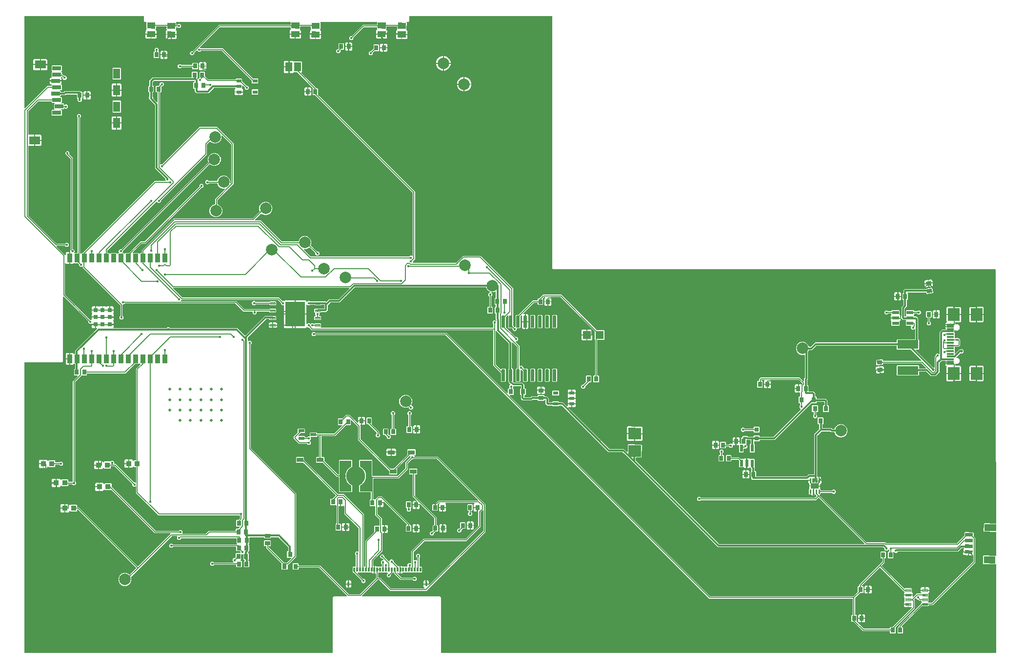
<source format=gbr>
G04 EAGLE Gerber RS-274X export*
G75*
%MOMM*%
%FSLAX34Y34*%
%LPD*%
%INTop Copper*%
%IPPOS*%
%AMOC8*
5,1,8,0,0,1.08239X$1,22.5*%
G01*
G04 Define Apertures*
%ADD10R,1.400000X1.050000*%
%ADD11R,0.700000X0.900000*%
%ADD12R,1.400000X1.400000*%
%ADD13R,0.900000X0.700000*%
%ADD14R,2.000000X2.200000*%
%ADD15R,0.800000X0.800000*%
%ADD16R,1.200000X0.600000*%
%ADD17R,0.970000X0.940000*%
%ADD18R,0.800000X0.900000*%
%ADD19R,1.150000X0.800000*%
%ADD20R,0.900000X0.600000*%
%ADD21R,0.300000X0.800000*%
%ADD22R,0.400000X0.800000*%
%ADD23R,1.150000X0.300000*%
%ADD24R,2.000000X2.180000*%
%ADD25R,1.200000X2.000000*%
%ADD26R,0.600000X1.350000*%
%ADD27R,1.200000X1.800000*%
%ADD28R,1.900000X1.400000*%
%ADD29R,1.500000X0.700000*%
%ADD30R,0.127000X0.127000*%
%ADD31R,0.550000X1.200000*%
%ADD32R,3.600000X1.500000*%
%ADD33R,1.050000X0.500000*%
%ADD34C,0.125000*%
%ADD35R,1.168400X1.600200*%
%ADD36C,2.000000*%
%ADD37C,0.110000*%
%ADD38R,3.400000X4.300000*%
%ADD39R,0.900000X1.500000*%
%ADD40C,0.147500*%
%ADD41C,0.067500*%
%ADD42C,0.101600*%
%ADD43R,0.900000X1.300000*%
%ADD44C,0.300000*%
%ADD45C,0.502400*%
%ADD46C,0.150000*%
%ADD47C,0.452400*%
G36*
X667773Y-428894D02*
X667476Y-428954D01*
X133524Y-428954D01*
X133249Y-428903D01*
X132994Y-428739D01*
X132822Y-428489D01*
X132762Y-428192D01*
X132762Y75476D01*
X132813Y75751D01*
X132977Y76006D01*
X133227Y76178D01*
X133524Y76238D01*
X198144Y76238D01*
X199762Y77856D01*
X199762Y189292D01*
X199809Y189555D01*
X199968Y189813D01*
X200216Y189988D01*
X200512Y190054D01*
X200810Y189998D01*
X201063Y189830D01*
X243745Y147148D01*
X243908Y146907D01*
X243968Y146610D01*
X243968Y144787D01*
X246037Y142718D01*
X248798Y142718D01*
X249073Y142667D01*
X249179Y142599D01*
X249179Y142612D01*
X256862Y142612D01*
X256862Y135310D01*
X258303Y135310D01*
X258566Y135263D01*
X258824Y135104D01*
X259000Y134856D01*
X259065Y134560D01*
X259009Y134262D01*
X258842Y134009D01*
X220980Y96147D01*
X220980Y91432D01*
X220929Y91157D01*
X220765Y90902D01*
X220515Y90730D01*
X220218Y90670D01*
X219022Y90670D01*
X218956Y90625D01*
X218660Y90560D01*
X218362Y90615D01*
X218109Y90783D01*
X216952Y91940D01*
X212162Y91940D01*
X212162Y71860D01*
X216952Y71860D01*
X218109Y73017D01*
X218340Y73175D01*
X218636Y73240D01*
X218934Y73185D01*
X219016Y73130D01*
X220218Y73130D01*
X220493Y73079D01*
X220748Y72915D01*
X220920Y72665D01*
X220980Y72368D01*
X220980Y65232D01*
X220929Y64957D01*
X220765Y64702D01*
X220515Y64530D01*
X220218Y64470D01*
X219474Y64470D01*
X218730Y63726D01*
X218730Y53674D01*
X219474Y52930D01*
X224484Y52930D01*
X224747Y52883D01*
X225005Y52724D01*
X225180Y52476D01*
X225246Y52180D01*
X225190Y51882D01*
X225022Y51629D01*
X216730Y43337D01*
X216730Y-130459D01*
X216674Y-130745D01*
X216507Y-130998D01*
X215998Y-131507D01*
X215757Y-131670D01*
X215459Y-131730D01*
X209882Y-131730D01*
X209607Y-131679D01*
X209352Y-131515D01*
X209180Y-131265D01*
X209120Y-130968D01*
X209120Y-128074D01*
X208376Y-127330D01*
X197624Y-127330D01*
X196691Y-128263D01*
X196471Y-128416D01*
X196176Y-128486D01*
X195877Y-128435D01*
X195622Y-128272D01*
X195450Y-128022D01*
X195390Y-127724D01*
X195390Y-127548D01*
X193902Y-126060D01*
X188762Y-126060D01*
X188762Y-140540D01*
X193902Y-140540D01*
X195390Y-139052D01*
X195390Y-138876D01*
X195437Y-138612D01*
X195596Y-138354D01*
X195844Y-138179D01*
X196140Y-138114D01*
X196438Y-138169D01*
X196691Y-138337D01*
X197624Y-139270D01*
X208376Y-139270D01*
X209120Y-138526D01*
X209120Y-136532D01*
X209171Y-136257D01*
X209335Y-136002D01*
X209585Y-135830D01*
X209882Y-135770D01*
X215459Y-135770D01*
X215745Y-135826D01*
X215998Y-135993D01*
X217287Y-137282D01*
X220213Y-137282D01*
X222282Y-135213D01*
X222282Y-132287D01*
X220993Y-130998D01*
X220830Y-130757D01*
X220770Y-130459D01*
X220770Y41348D01*
X220826Y41634D01*
X220993Y41886D01*
X231814Y52707D01*
X232055Y52870D01*
X232352Y52930D01*
X240526Y52930D01*
X241270Y53674D01*
X241270Y55968D01*
X241321Y56243D01*
X241485Y56498D01*
X241735Y56670D01*
X242032Y56730D01*
X308337Y56730D01*
X324514Y72907D01*
X324755Y73070D01*
X325052Y73130D01*
X330726Y73130D01*
X331511Y73915D01*
X331742Y74073D01*
X332038Y74138D01*
X332336Y74083D01*
X332589Y73915D01*
X333374Y73130D01*
X333434Y73130D01*
X333697Y73083D01*
X333955Y72924D01*
X334130Y72676D01*
X334196Y72380D01*
X334140Y72082D01*
X333972Y71829D01*
X326730Y64587D01*
X326730Y-93368D01*
X326679Y-93643D01*
X326515Y-93898D01*
X326265Y-94070D01*
X325968Y-94130D01*
X323324Y-94130D01*
X322391Y-95063D01*
X322171Y-95216D01*
X321876Y-95286D01*
X321577Y-95235D01*
X321322Y-95072D01*
X321150Y-94822D01*
X321090Y-94524D01*
X321090Y-94348D01*
X319602Y-92860D01*
X314462Y-92860D01*
X314462Y-107340D01*
X319602Y-107340D01*
X321090Y-105852D01*
X321090Y-105676D01*
X321137Y-105412D01*
X321296Y-105154D01*
X321544Y-104979D01*
X321840Y-104914D01*
X322138Y-104969D01*
X322391Y-105137D01*
X323324Y-106070D01*
X325968Y-106070D01*
X326243Y-106121D01*
X326498Y-106285D01*
X326670Y-106535D01*
X326730Y-106832D01*
X326730Y-132395D01*
X326683Y-132659D01*
X326524Y-132917D01*
X326276Y-133092D01*
X325980Y-133157D01*
X325682Y-133102D01*
X325429Y-132934D01*
X325213Y-132718D01*
X323390Y-132718D01*
X323104Y-132662D01*
X322852Y-132495D01*
X290837Y-100480D01*
X289294Y-100480D01*
X289019Y-100429D01*
X288764Y-100265D01*
X288592Y-100015D01*
X288532Y-99718D01*
X288532Y-97287D01*
X286463Y-95218D01*
X283537Y-95218D01*
X282648Y-96107D01*
X282407Y-96270D01*
X282109Y-96330D01*
X271224Y-96330D01*
X270291Y-97263D01*
X270071Y-97416D01*
X269776Y-97486D01*
X269477Y-97435D01*
X269222Y-97272D01*
X269050Y-97022D01*
X268990Y-96724D01*
X268990Y-96548D01*
X267502Y-95060D01*
X262362Y-95060D01*
X262362Y-109540D01*
X267502Y-109540D01*
X268990Y-108052D01*
X268990Y-107876D01*
X269037Y-107612D01*
X269196Y-107354D01*
X269444Y-107179D01*
X269740Y-107114D01*
X270038Y-107169D01*
X270291Y-107337D01*
X271224Y-108270D01*
X281976Y-108270D01*
X282720Y-107526D01*
X282720Y-105282D01*
X282771Y-105007D01*
X282935Y-104752D01*
X283185Y-104580D01*
X283482Y-104520D01*
X288848Y-104520D01*
X289134Y-104576D01*
X289386Y-104743D01*
X319995Y-135352D01*
X320158Y-135593D01*
X320218Y-135890D01*
X320218Y-137713D01*
X322287Y-139782D01*
X325213Y-139782D01*
X325429Y-139566D01*
X325649Y-139413D01*
X325944Y-139343D01*
X326243Y-139394D01*
X326498Y-139557D01*
X326670Y-139807D01*
X326730Y-140105D01*
X326730Y-150837D01*
X365413Y-189520D01*
X505459Y-189520D01*
X505745Y-189576D01*
X505998Y-189743D01*
X506507Y-190252D01*
X506670Y-190493D01*
X506730Y-190791D01*
X506730Y-195098D01*
X506674Y-195384D01*
X506507Y-195636D01*
X504836Y-197307D01*
X504595Y-197470D01*
X504298Y-197530D01*
X500974Y-197530D01*
X500230Y-198274D01*
X500230Y-208326D01*
X500974Y-209070D01*
X506234Y-209070D01*
X506497Y-209117D01*
X506755Y-209276D01*
X506930Y-209524D01*
X506996Y-209820D01*
X506940Y-210118D01*
X506772Y-210371D01*
X504836Y-212307D01*
X504595Y-212470D01*
X504298Y-212530D01*
X500074Y-212530D01*
X499330Y-213274D01*
X499330Y-215968D01*
X499279Y-216243D01*
X499115Y-216498D01*
X498865Y-216670D01*
X498568Y-216730D01*
X452913Y-216730D01*
X448136Y-221507D01*
X447895Y-221670D01*
X447598Y-221730D01*
X407605Y-221730D01*
X407341Y-221683D01*
X407083Y-221524D01*
X406908Y-221276D01*
X406843Y-220980D01*
X406898Y-220682D01*
X407066Y-220429D01*
X407282Y-220213D01*
X407282Y-217287D01*
X405213Y-215218D01*
X402287Y-215218D01*
X400998Y-216507D01*
X400757Y-216670D01*
X400459Y-216730D01*
X361152Y-216730D01*
X360866Y-216674D01*
X360614Y-216507D01*
X284143Y-140036D01*
X283980Y-139795D01*
X283920Y-139498D01*
X283920Y-135074D01*
X283176Y-134330D01*
X272424Y-134330D01*
X271491Y-135263D01*
X271271Y-135416D01*
X270976Y-135486D01*
X270677Y-135435D01*
X270422Y-135272D01*
X270250Y-135022D01*
X270190Y-134724D01*
X270190Y-134548D01*
X268702Y-133060D01*
X263562Y-133060D01*
X263562Y-147540D01*
X268702Y-147540D01*
X270190Y-146052D01*
X270190Y-145876D01*
X270237Y-145612D01*
X270396Y-145354D01*
X270644Y-145179D01*
X270940Y-145114D01*
X271238Y-145169D01*
X271491Y-145337D01*
X272424Y-146270D01*
X283176Y-146270D01*
X283381Y-146065D01*
X283611Y-145907D01*
X283908Y-145842D01*
X284206Y-145898D01*
X284459Y-146065D01*
X359163Y-220770D01*
X385784Y-220770D01*
X386047Y-220817D01*
X386305Y-220976D01*
X386480Y-221224D01*
X386546Y-221520D01*
X386490Y-221818D01*
X386322Y-222071D01*
X330539Y-277854D01*
X330308Y-278012D01*
X330012Y-278078D01*
X329714Y-278022D01*
X329461Y-277854D01*
X227087Y-175480D01*
X225082Y-175480D01*
X224807Y-175429D01*
X224552Y-175265D01*
X224380Y-175015D01*
X224320Y-174718D01*
X224320Y-172074D01*
X223576Y-171330D01*
X212824Y-171330D01*
X211891Y-172263D01*
X211671Y-172416D01*
X211376Y-172486D01*
X211077Y-172435D01*
X210822Y-172272D01*
X210650Y-172022D01*
X210590Y-171724D01*
X210590Y-171548D01*
X209102Y-170060D01*
X203962Y-170060D01*
X203962Y-184540D01*
X209102Y-184540D01*
X210590Y-183052D01*
X210590Y-182876D01*
X210637Y-182612D01*
X210796Y-182354D01*
X211044Y-182179D01*
X211340Y-182114D01*
X211638Y-182169D01*
X211891Y-182337D01*
X212824Y-183270D01*
X223576Y-183270D01*
X224320Y-182526D01*
X224320Y-180282D01*
X224371Y-180007D01*
X224535Y-179752D01*
X224785Y-179580D01*
X225082Y-179520D01*
X225098Y-179520D01*
X225384Y-179576D01*
X225636Y-179743D01*
X326604Y-280711D01*
X326762Y-280942D01*
X326828Y-281238D01*
X326772Y-281536D01*
X326604Y-281789D01*
X315705Y-292689D01*
X315474Y-292847D01*
X315178Y-292912D01*
X314880Y-292856D01*
X314627Y-292689D01*
X313484Y-291546D01*
X309342Y-289830D01*
X304858Y-289830D01*
X300716Y-291546D01*
X297546Y-294716D01*
X295830Y-298858D01*
X295830Y-303342D01*
X297546Y-307484D01*
X300716Y-310654D01*
X304858Y-312370D01*
X309342Y-312370D01*
X313484Y-310654D01*
X316654Y-307484D01*
X318370Y-303342D01*
X318370Y-298858D01*
X317651Y-297121D01*
X317593Y-296842D01*
X317648Y-296544D01*
X317816Y-296291D01*
X388114Y-225993D01*
X388355Y-225830D01*
X388652Y-225770D01*
X397395Y-225770D01*
X397659Y-225817D01*
X397917Y-225976D01*
X398092Y-226224D01*
X398157Y-226520D01*
X398102Y-226818D01*
X397934Y-227071D01*
X397718Y-227287D01*
X397718Y-230213D01*
X399787Y-232282D01*
X402713Y-232282D01*
X404798Y-230197D01*
X404833Y-230007D01*
X404997Y-229752D01*
X405247Y-229580D01*
X405544Y-229520D01*
X500168Y-229520D01*
X500443Y-229571D01*
X500698Y-229735D01*
X500870Y-229985D01*
X500930Y-230282D01*
X500930Y-238326D01*
X501783Y-239179D01*
X501936Y-239399D01*
X502006Y-239694D01*
X501955Y-239993D01*
X501792Y-240248D01*
X501542Y-240420D01*
X501244Y-240480D01*
X390791Y-240480D01*
X390505Y-240424D01*
X390252Y-240257D01*
X388963Y-238968D01*
X386037Y-238968D01*
X383968Y-241037D01*
X383968Y-243963D01*
X386037Y-246032D01*
X388963Y-246032D01*
X390252Y-244743D01*
X390493Y-244580D01*
X390791Y-244520D01*
X499668Y-244520D01*
X499943Y-244571D01*
X500198Y-244735D01*
X500370Y-244985D01*
X500430Y-245282D01*
X500430Y-251326D01*
X501174Y-252070D01*
X506398Y-252070D01*
X506684Y-252126D01*
X506936Y-252293D01*
X507495Y-252852D01*
X507658Y-253093D01*
X507718Y-253390D01*
X507718Y-254768D01*
X507667Y-255043D01*
X507503Y-255298D01*
X507253Y-255470D01*
X506956Y-255530D01*
X500274Y-255530D01*
X499530Y-256274D01*
X499530Y-262298D01*
X499474Y-262584D01*
X499307Y-262836D01*
X498398Y-263745D01*
X498157Y-263908D01*
X497860Y-263968D01*
X496037Y-263968D01*
X493968Y-266037D01*
X493968Y-268963D01*
X495434Y-270429D01*
X495587Y-270649D01*
X495657Y-270944D01*
X495606Y-271243D01*
X495443Y-271498D01*
X495193Y-271670D01*
X494895Y-271730D01*
X462041Y-271730D01*
X461755Y-271674D01*
X461502Y-271507D01*
X460213Y-270218D01*
X457287Y-270218D01*
X455218Y-272287D01*
X455218Y-275213D01*
X457287Y-277282D01*
X460213Y-277282D01*
X461502Y-275993D01*
X461743Y-275830D01*
X462041Y-275770D01*
X499868Y-275770D01*
X500143Y-275821D01*
X500398Y-275985D01*
X500570Y-276235D01*
X500630Y-276532D01*
X500630Y-279326D01*
X501374Y-280070D01*
X509426Y-280070D01*
X510170Y-279326D01*
X510170Y-269274D01*
X509426Y-268530D01*
X508706Y-268530D01*
X508442Y-268483D01*
X508184Y-268324D01*
X508009Y-268076D01*
X507944Y-267780D01*
X507999Y-267482D01*
X508167Y-267229D01*
X509070Y-266326D01*
X509070Y-258044D01*
X509121Y-257769D01*
X509285Y-257514D01*
X509535Y-257342D01*
X509832Y-257282D01*
X511768Y-257282D01*
X512043Y-257333D01*
X512298Y-257497D01*
X512470Y-257747D01*
X512530Y-258044D01*
X512530Y-266326D01*
X513274Y-267070D01*
X513994Y-267070D01*
X514258Y-267117D01*
X514516Y-267276D01*
X514691Y-267524D01*
X514756Y-267820D01*
X514701Y-268118D01*
X514533Y-268371D01*
X513630Y-269274D01*
X513630Y-279326D01*
X514374Y-280070D01*
X522426Y-280070D01*
X523170Y-279326D01*
X523170Y-269274D01*
X522426Y-268530D01*
X522282Y-268530D01*
X522007Y-268479D01*
X521752Y-268315D01*
X521580Y-268065D01*
X521520Y-267768D01*
X521520Y-267192D01*
X521576Y-266906D01*
X521743Y-266653D01*
X522070Y-266326D01*
X522070Y-256274D01*
X521293Y-255497D01*
X521214Y-255483D01*
X520956Y-255324D01*
X520780Y-255076D01*
X520715Y-254780D01*
X520771Y-254482D01*
X520938Y-254229D01*
X521520Y-253647D01*
X521520Y-252832D01*
X521571Y-252557D01*
X521735Y-252302D01*
X521985Y-252130D01*
X522212Y-252084D01*
X522970Y-251326D01*
X522970Y-241274D01*
X522067Y-240371D01*
X521914Y-240151D01*
X521844Y-239856D01*
X521895Y-239557D01*
X522058Y-239302D01*
X522308Y-239130D01*
X522606Y-239070D01*
X522726Y-239070D01*
X523470Y-238326D01*
X523470Y-228532D01*
X523521Y-228257D01*
X523685Y-228002D01*
X523935Y-227830D01*
X524232Y-227770D01*
X548190Y-227770D01*
X548470Y-227823D01*
X548724Y-227988D01*
X548894Y-228240D01*
X548952Y-228537D01*
X548947Y-229186D01*
X549686Y-229935D01*
X559738Y-230005D01*
X560487Y-229266D01*
X560492Y-228527D01*
X560543Y-228257D01*
X560707Y-228002D01*
X560957Y-227830D01*
X561254Y-227770D01*
X573537Y-227770D01*
X573823Y-227826D01*
X574076Y-227993D01*
X590757Y-244674D01*
X590920Y-244916D01*
X590980Y-245213D01*
X590980Y-250868D01*
X590929Y-251143D01*
X590765Y-251398D01*
X590515Y-251570D01*
X590218Y-251630D01*
X589274Y-251630D01*
X588530Y-252374D01*
X588530Y-262426D01*
X589274Y-263170D01*
X595884Y-263170D01*
X596147Y-263217D01*
X596405Y-263376D01*
X596580Y-263624D01*
X596646Y-263920D01*
X596590Y-264218D01*
X596422Y-264471D01*
X589386Y-271507D01*
X589145Y-271670D01*
X588848Y-271730D01*
X583652Y-271730D01*
X583366Y-271674D01*
X583114Y-271507D01*
X557243Y-245636D01*
X557080Y-245395D01*
X557020Y-245098D01*
X557020Y-243754D01*
X557073Y-243474D01*
X557238Y-243220D01*
X557490Y-243050D01*
X557787Y-242992D01*
X559647Y-243005D01*
X560396Y-242266D01*
X560453Y-234214D01*
X559714Y-233465D01*
X549662Y-233395D01*
X548913Y-234134D01*
X548857Y-242185D01*
X549595Y-242935D01*
X552223Y-242953D01*
X552493Y-243004D01*
X552748Y-243168D01*
X552920Y-243418D01*
X552980Y-243715D01*
X552980Y-247087D01*
X578807Y-272914D01*
X578970Y-273155D01*
X579030Y-273452D01*
X579030Y-283426D01*
X579774Y-284170D01*
X588826Y-284170D01*
X589570Y-283426D01*
X589570Y-276532D01*
X589621Y-276257D01*
X589785Y-276002D01*
X590035Y-275830D01*
X590332Y-275770D01*
X590837Y-275770D01*
X604520Y-262087D01*
X604520Y-151663D01*
X525993Y-73136D01*
X525830Y-72895D01*
X525770Y-72598D01*
X525770Y106709D01*
X525826Y106995D01*
X525993Y107248D01*
X527282Y108537D01*
X527282Y111463D01*
X525213Y113532D01*
X522287Y113532D01*
X521571Y112816D01*
X521351Y112663D01*
X521056Y112593D01*
X520757Y112644D01*
X520502Y112807D01*
X520330Y113057D01*
X520270Y113355D01*
X520270Y118537D01*
X520326Y118823D01*
X520493Y119076D01*
X552174Y150757D01*
X552416Y150920D01*
X552713Y150980D01*
X557531Y150980D01*
X557816Y150924D01*
X558069Y150757D01*
X559046Y149780D01*
X568854Y149780D01*
X569920Y150846D01*
X569920Y155654D01*
X568854Y156720D01*
X564008Y156720D01*
X563796Y156764D01*
X563570Y156720D01*
X559035Y156720D01*
X558828Y156580D01*
X558531Y156520D01*
X550103Y156520D01*
X516164Y122581D01*
X515933Y122423D01*
X515637Y122358D01*
X515339Y122414D01*
X515086Y122581D01*
X502397Y135270D01*
X386291Y135270D01*
X386005Y135326D01*
X385752Y135493D01*
X383963Y137282D01*
X381037Y137282D01*
X379248Y135493D01*
X379007Y135330D01*
X378709Y135270D01*
X287952Y135270D01*
X287688Y135317D01*
X287430Y135476D01*
X287255Y135724D01*
X287190Y136020D01*
X287245Y136318D01*
X287413Y136571D01*
X287640Y136798D01*
X287640Y141088D01*
X280338Y141088D01*
X280338Y142612D01*
X287640Y142612D01*
X287640Y146902D01*
X286981Y147561D01*
X286823Y147792D01*
X286758Y148088D01*
X286813Y148386D01*
X286981Y148639D01*
X287640Y149298D01*
X287640Y153588D01*
X280338Y153588D01*
X280338Y155112D01*
X287640Y155112D01*
X287640Y159402D01*
X286981Y160061D01*
X286823Y160292D01*
X286758Y160588D01*
X286813Y160886D01*
X286981Y161139D01*
X287640Y161798D01*
X287640Y166088D01*
X280338Y166088D01*
X280338Y173390D01*
X276048Y173390D01*
X275389Y172731D01*
X275158Y172573D01*
X274862Y172508D01*
X274564Y172563D01*
X274311Y172731D01*
X273652Y173390D01*
X269362Y173390D01*
X269362Y166088D01*
X267838Y166088D01*
X267838Y173390D01*
X263548Y173390D01*
X262889Y172731D01*
X262658Y172573D01*
X262362Y172508D01*
X262064Y172563D01*
X261811Y172731D01*
X261152Y173390D01*
X256862Y173390D01*
X256862Y166088D01*
X249560Y166088D01*
X249560Y161798D01*
X250219Y161139D01*
X250377Y160908D01*
X250442Y160612D01*
X250387Y160314D01*
X250219Y160061D01*
X249560Y159402D01*
X249560Y155112D01*
X256862Y155112D01*
X256862Y153588D01*
X249560Y153588D01*
X249560Y150544D01*
X249509Y150269D01*
X249345Y150014D01*
X249095Y149842D01*
X248798Y149782D01*
X247140Y149782D01*
X246854Y149838D01*
X246602Y150005D01*
X203493Y193114D01*
X203330Y193355D01*
X203270Y193652D01*
X203270Y247598D01*
X203317Y247862D01*
X203476Y248120D01*
X203724Y248295D01*
X204020Y248360D01*
X204318Y248305D01*
X204571Y248137D01*
X205848Y246860D01*
X210638Y246860D01*
X210638Y266940D01*
X205848Y266940D01*
X204360Y265452D01*
X204360Y262836D01*
X204313Y262573D01*
X204154Y262315D01*
X203906Y262140D01*
X203610Y262074D01*
X203312Y262130D01*
X203059Y262298D01*
X188678Y276679D01*
X188525Y276899D01*
X188455Y277194D01*
X188506Y277493D01*
X188669Y277748D01*
X188919Y277920D01*
X189216Y277980D01*
X202959Y277980D01*
X203245Y277924D01*
X203498Y277757D01*
X204787Y276468D01*
X207713Y276468D01*
X209782Y278537D01*
X209782Y281463D01*
X207713Y283532D01*
X204787Y283532D01*
X203498Y282243D01*
X203257Y282080D01*
X202959Y282020D01*
X188652Y282020D01*
X188366Y282076D01*
X188114Y282243D01*
X139743Y330614D01*
X139580Y330855D01*
X139520Y331152D01*
X139520Y451198D01*
X139571Y451473D01*
X139735Y451728D01*
X139985Y451900D01*
X140282Y451960D01*
X149660Y451960D01*
X149660Y471040D01*
X140282Y471040D01*
X140007Y471091D01*
X139752Y471255D01*
X139580Y471505D01*
X139520Y471802D01*
X139520Y511348D01*
X139576Y511634D01*
X139743Y511886D01*
X156864Y529007D01*
X157105Y529170D01*
X157402Y529230D01*
X179390Y529230D01*
X179665Y529179D01*
X179920Y529015D01*
X180092Y528765D01*
X180152Y528468D01*
X180152Y527474D01*
X180896Y526730D01*
X184516Y526730D01*
X184780Y526683D01*
X185038Y526524D01*
X185213Y526276D01*
X185278Y525980D01*
X185223Y525682D01*
X185055Y525429D01*
X184152Y524526D01*
X184152Y516474D01*
X185055Y515571D01*
X185208Y515351D01*
X185278Y515056D01*
X185227Y514757D01*
X185064Y514502D01*
X184814Y514330D01*
X184516Y514270D01*
X180896Y514270D01*
X180152Y513526D01*
X180152Y505474D01*
X180896Y504730D01*
X196948Y504730D01*
X197692Y505474D01*
X197692Y513526D01*
X196789Y514429D01*
X196636Y514649D01*
X196566Y514944D01*
X196617Y515243D01*
X196780Y515498D01*
X197030Y515670D01*
X197328Y515730D01*
X200948Y515730D01*
X201692Y516474D01*
X201739Y516737D01*
X201898Y516995D01*
X202146Y517170D01*
X202442Y517235D01*
X202740Y517180D01*
X202993Y517012D01*
X203537Y516468D01*
X206463Y516468D01*
X208532Y518537D01*
X208532Y521463D01*
X206463Y523532D01*
X203537Y523532D01*
X202993Y522988D01*
X202773Y522835D01*
X202478Y522765D01*
X202179Y522816D01*
X201924Y522979D01*
X201752Y523229D01*
X201692Y523527D01*
X201692Y524526D01*
X200948Y525270D01*
X197328Y525270D01*
X197064Y525317D01*
X196806Y525476D01*
X196631Y525724D01*
X196566Y526020D01*
X196621Y526318D01*
X196789Y526571D01*
X197692Y527474D01*
X197692Y535526D01*
X196948Y536270D01*
X195328Y536270D01*
X195064Y536317D01*
X194806Y536476D01*
X194631Y536724D01*
X194566Y537020D01*
X194621Y537318D01*
X194789Y537571D01*
X195692Y538474D01*
X195692Y538968D01*
X195743Y539243D01*
X195907Y539498D01*
X196157Y539670D01*
X196454Y539730D01*
X203647Y539730D01*
X204674Y540757D01*
X204916Y540920D01*
X205213Y540980D01*
X223068Y540980D01*
X223343Y540929D01*
X223598Y540765D01*
X223770Y540515D01*
X223830Y540218D01*
X223830Y534674D01*
X224574Y533930D01*
X224595Y533930D01*
X224859Y533883D01*
X225117Y533724D01*
X225292Y533476D01*
X225357Y533180D01*
X225302Y532882D01*
X225218Y532756D01*
X225218Y529787D01*
X227287Y527718D01*
X230213Y527718D01*
X232282Y529787D01*
X232282Y532749D01*
X232213Y532849D01*
X232143Y533144D01*
X232194Y533443D01*
X232357Y533698D01*
X232475Y533779D01*
X233370Y534674D01*
X233370Y544726D01*
X232626Y545470D01*
X231263Y545470D01*
X230977Y545526D01*
X230724Y545693D01*
X229897Y546520D01*
X202603Y546520D01*
X201576Y545493D01*
X201334Y545330D01*
X201037Y545270D01*
X196454Y545270D01*
X196179Y545321D01*
X195924Y545485D01*
X195752Y545735D01*
X195692Y546032D01*
X195692Y546526D01*
X194789Y547429D01*
X194636Y547649D01*
X194566Y547944D01*
X194617Y548243D01*
X194780Y548498D01*
X195030Y548670D01*
X195328Y548730D01*
X196948Y548730D01*
X197692Y549474D01*
X197692Y557526D01*
X196910Y558308D01*
X196860Y558317D01*
X196602Y558476D01*
X196427Y558724D01*
X196362Y559020D01*
X196417Y559318D01*
X196585Y559571D01*
X196962Y559948D01*
X196962Y563738D01*
X176882Y563738D01*
X176882Y559948D01*
X178370Y558460D01*
X179390Y558460D01*
X179665Y558409D01*
X179920Y558245D01*
X180092Y557995D01*
X180152Y557698D01*
X180152Y556532D01*
X180101Y556257D01*
X179937Y556002D01*
X179687Y555830D01*
X179390Y555770D01*
X172913Y555770D01*
X134063Y516920D01*
X133843Y516767D01*
X133548Y516697D01*
X133249Y516748D01*
X132994Y516911D01*
X132822Y517161D01*
X132762Y517458D01*
X132762Y676476D01*
X132813Y676751D01*
X132977Y677006D01*
X133227Y677178D01*
X133524Y677238D01*
X339476Y677238D01*
X339751Y677187D01*
X340006Y677023D01*
X340178Y676773D01*
X340238Y676476D01*
X340238Y668856D01*
X341856Y667238D01*
X343994Y667238D01*
X344282Y667181D01*
X344535Y667013D01*
X344701Y666760D01*
X344756Y666461D01*
X344541Y655241D01*
X344822Y654948D01*
X344976Y654715D01*
X345035Y654417D01*
X344974Y654120D01*
X344801Y653871D01*
X343215Y652344D01*
X343108Y646805D01*
X362185Y646438D01*
X362291Y651977D01*
X360764Y653564D01*
X360611Y653798D01*
X360551Y654095D01*
X360613Y654392D01*
X360785Y654642D01*
X361077Y654923D01*
X361146Y658483D01*
X361197Y658743D01*
X361360Y658998D01*
X361610Y659170D01*
X361908Y659230D01*
X378847Y659230D01*
X379135Y659173D01*
X379387Y659005D01*
X379554Y658752D01*
X379609Y658453D01*
X379534Y654569D01*
X379816Y654276D01*
X379969Y654043D01*
X380029Y653745D01*
X379967Y653448D01*
X379795Y653199D01*
X378208Y651672D01*
X378102Y646133D01*
X397178Y645766D01*
X397285Y651306D01*
X395758Y652892D01*
X395604Y653126D01*
X395545Y653423D01*
X395606Y653720D01*
X395778Y653970D01*
X396071Y654251D01*
X396128Y657233D01*
X396179Y657493D01*
X396343Y657748D01*
X396593Y657920D01*
X396890Y657980D01*
X397959Y657980D01*
X398245Y657924D01*
X398498Y657757D01*
X399787Y656468D01*
X402713Y656468D01*
X404782Y658537D01*
X404782Y661463D01*
X402713Y663532D01*
X399787Y663532D01*
X398498Y662243D01*
X398257Y662080D01*
X397959Y662020D01*
X396997Y662020D01*
X396709Y662077D01*
X396456Y662245D01*
X396290Y662498D01*
X396235Y662797D01*
X396293Y665801D01*
X396152Y665948D01*
X396009Y666157D01*
X395939Y666452D01*
X395990Y666751D01*
X396154Y667006D01*
X396404Y667178D01*
X396701Y667238D01*
X594277Y667238D01*
X594563Y667182D01*
X594816Y667015D01*
X594984Y666762D01*
X595039Y666464D01*
X594981Y662770D01*
X594930Y662507D01*
X594767Y662252D01*
X594516Y662080D01*
X594219Y662020D01*
X470413Y662020D01*
X424648Y616255D01*
X424407Y616092D01*
X424110Y616032D01*
X422287Y616032D01*
X420218Y613963D01*
X420218Y611037D01*
X422287Y608968D01*
X425213Y608968D01*
X427282Y611037D01*
X427282Y612860D01*
X427338Y613146D01*
X427505Y613398D01*
X431517Y617410D01*
X431748Y617568D01*
X432044Y617633D01*
X432342Y617578D01*
X432595Y617410D01*
X434787Y615218D01*
X437713Y615218D01*
X439002Y616507D01*
X439243Y616670D01*
X439541Y616730D01*
X475098Y616730D01*
X475384Y616674D01*
X475636Y616507D01*
X526907Y565236D01*
X527070Y564995D01*
X527130Y564698D01*
X527130Y560874D01*
X527874Y560130D01*
X537926Y560130D01*
X538670Y560874D01*
X538670Y567926D01*
X537926Y568670D01*
X529502Y568670D01*
X529216Y568726D01*
X528964Y568893D01*
X477087Y620770D01*
X439541Y620770D01*
X439255Y620826D01*
X439002Y620993D01*
X437590Y622405D01*
X437432Y622636D01*
X437367Y622932D01*
X437422Y623230D01*
X437590Y623483D01*
X471864Y657757D01*
X472105Y657920D01*
X472402Y657980D01*
X594132Y657980D01*
X594418Y657924D01*
X594671Y657757D01*
X594838Y657504D01*
X594894Y657206D01*
X594860Y655073D01*
X595143Y654782D01*
X595297Y654549D01*
X595358Y654252D01*
X595297Y653954D01*
X595126Y653704D01*
X593545Y652172D01*
X593458Y646632D01*
X612535Y646333D01*
X612622Y651872D01*
X611090Y653453D01*
X610935Y653686D01*
X610875Y653984D01*
X610935Y654281D01*
X611107Y654531D01*
X611398Y654813D01*
X611456Y658480D01*
X611507Y658743D01*
X611670Y658998D01*
X611920Y659170D01*
X612218Y659230D01*
X629156Y659230D01*
X629442Y659174D01*
X629695Y659007D01*
X629862Y658754D01*
X629918Y658456D01*
X629856Y654524D01*
X630139Y654232D01*
X630293Y653999D01*
X630353Y653702D01*
X630293Y653405D01*
X630122Y653154D01*
X628540Y651622D01*
X628453Y646083D01*
X647531Y645783D01*
X647618Y651322D01*
X646085Y652904D01*
X645931Y653137D01*
X645871Y653434D01*
X645931Y653731D01*
X646102Y653981D01*
X646394Y654264D01*
X646575Y665814D01*
X646448Y665946D01*
X646303Y666157D01*
X646234Y666452D01*
X646284Y666751D01*
X646448Y667006D01*
X646698Y667178D01*
X646995Y667238D01*
X743930Y667238D01*
X744214Y667183D01*
X744467Y667017D01*
X744636Y666765D01*
X744692Y666467D01*
X744647Y662773D01*
X744596Y662507D01*
X744433Y662252D01*
X744182Y662080D01*
X743885Y662020D01*
X720413Y662020D01*
X700898Y642505D01*
X700657Y642342D01*
X700360Y642282D01*
X698537Y642282D01*
X696468Y640213D01*
X696468Y637287D01*
X698537Y635218D01*
X701463Y635218D01*
X703532Y637287D01*
X703532Y639110D01*
X703588Y639396D01*
X703755Y639648D01*
X721864Y657757D01*
X722105Y657920D01*
X722402Y657980D01*
X743817Y657980D01*
X744101Y657925D01*
X744354Y657759D01*
X744522Y657507D01*
X744579Y657209D01*
X744553Y655068D01*
X744837Y654778D01*
X744992Y654545D01*
X745053Y654248D01*
X744994Y653951D01*
X744823Y653700D01*
X743247Y652162D01*
X743180Y646623D01*
X762258Y646389D01*
X762326Y651929D01*
X760788Y653505D01*
X760633Y653738D01*
X760571Y654034D01*
X760631Y654332D01*
X760801Y654583D01*
X761092Y654866D01*
X761136Y658477D01*
X761187Y658743D01*
X761350Y658998D01*
X761601Y659170D01*
X761898Y659230D01*
X778835Y659230D01*
X779118Y659175D01*
X779372Y659009D01*
X779540Y658757D01*
X779597Y658459D01*
X779550Y654641D01*
X779834Y654350D01*
X779989Y654118D01*
X780051Y653821D01*
X779991Y653523D01*
X779821Y653273D01*
X778245Y651735D01*
X778177Y646195D01*
X797256Y645962D01*
X797323Y651502D01*
X795785Y653078D01*
X795630Y653310D01*
X795569Y653607D01*
X795628Y653904D01*
X795799Y654155D01*
X796089Y654439D01*
X796230Y666009D01*
X796129Y666157D01*
X796059Y666452D01*
X796110Y666751D01*
X796273Y667006D01*
X796523Y667178D01*
X796821Y667238D01*
X799144Y667238D01*
X800762Y668856D01*
X800762Y676476D01*
X800813Y676751D01*
X800977Y677006D01*
X801227Y677178D01*
X801524Y677238D01*
X1048476Y677238D01*
X1048751Y677187D01*
X1049006Y677023D01*
X1049178Y676773D01*
X1049238Y676476D01*
X1049238Y238856D01*
X1050856Y237238D01*
X1817476Y237238D01*
X1817751Y237187D01*
X1818006Y237023D01*
X1818178Y236773D01*
X1818238Y236476D01*
X1818238Y-96144D01*
X1819015Y-96921D01*
X1819178Y-97162D01*
X1819238Y-97460D01*
X1819238Y-203338D01*
X1819181Y-203628D01*
X1819012Y-203880D01*
X1818758Y-204046D01*
X1818460Y-204100D01*
X1798743Y-203687D01*
X1797984Y-204415D01*
X1797710Y-217464D01*
X1798439Y-218224D01*
X1818492Y-218644D01*
X1818751Y-218695D01*
X1819006Y-218858D01*
X1819178Y-219108D01*
X1819238Y-219406D01*
X1819238Y-259350D01*
X1819181Y-259640D01*
X1819012Y-259892D01*
X1818758Y-260058D01*
X1818460Y-260112D01*
X1797570Y-259675D01*
X1796811Y-260403D01*
X1796538Y-273452D01*
X1797266Y-274211D01*
X1818492Y-274656D01*
X1818751Y-274707D01*
X1819006Y-274871D01*
X1819178Y-275121D01*
X1819238Y-275418D01*
X1819238Y-428192D01*
X1819187Y-428467D01*
X1819023Y-428722D01*
X1818773Y-428894D01*
X1818476Y-428954D01*
X856524Y-428954D01*
X856249Y-428903D01*
X855994Y-428739D01*
X855822Y-428489D01*
X855762Y-428192D01*
X855762Y-331856D01*
X854144Y-330238D01*
X719458Y-330238D01*
X719195Y-330191D01*
X718937Y-330032D01*
X718762Y-329784D01*
X718696Y-329488D01*
X718752Y-329190D01*
X718920Y-328937D01*
X745614Y-302243D01*
X745855Y-302080D01*
X746152Y-302020D01*
X748848Y-302020D01*
X749134Y-302076D01*
X749386Y-302243D01*
X767913Y-320770D01*
X830837Y-320770D01*
X933270Y-218337D01*
X933270Y-170413D01*
X850837Y-87980D01*
X810544Y-87980D01*
X810269Y-87929D01*
X810014Y-87765D01*
X809842Y-87515D01*
X809800Y-87305D01*
X809366Y-86871D01*
X809213Y-86651D01*
X809143Y-86356D01*
X809194Y-86057D01*
X809357Y-85802D01*
X809607Y-85630D01*
X809905Y-85570D01*
X810776Y-85570D01*
X811520Y-84826D01*
X811520Y-75774D01*
X810776Y-75030D01*
X798224Y-75030D01*
X797480Y-75774D01*
X797480Y-84348D01*
X797424Y-84634D01*
X797257Y-84886D01*
X774136Y-108007D01*
X773895Y-108170D01*
X773598Y-108230D01*
X767652Y-108230D01*
X767366Y-108174D01*
X767114Y-108007D01*
X715993Y-56886D01*
X715830Y-56645D01*
X715770Y-56348D01*
X715770Y-34163D01*
X715648Y-34041D01*
X715495Y-33821D01*
X715425Y-33526D01*
X715476Y-33227D01*
X715639Y-32972D01*
X715889Y-32800D01*
X716186Y-32740D01*
X717338Y-32740D01*
X717338Y-26462D01*
X712060Y-26462D01*
X712060Y-28614D01*
X712013Y-28877D01*
X711854Y-29135D01*
X711606Y-29310D01*
X711310Y-29376D01*
X711012Y-29320D01*
X710759Y-29152D01*
X697087Y-15480D01*
X690413Y-15480D01*
X684786Y-21107D01*
X684545Y-21270D01*
X684248Y-21330D01*
X677574Y-21330D01*
X676830Y-22074D01*
X676830Y-32126D01*
X677574Y-32870D01*
X683684Y-32870D01*
X683947Y-32917D01*
X684205Y-33076D01*
X684380Y-33324D01*
X684446Y-33620D01*
X684390Y-33918D01*
X684222Y-34171D01*
X670636Y-47757D01*
X670395Y-47920D01*
X670098Y-47980D01*
X641682Y-47980D01*
X641407Y-47929D01*
X641152Y-47765D01*
X640980Y-47515D01*
X640920Y-47218D01*
X640920Y-46474D01*
X640176Y-45730D01*
X628624Y-45730D01*
X627880Y-46474D01*
X627880Y-51956D01*
X627829Y-52231D01*
X627665Y-52486D01*
X627415Y-52658D01*
X627118Y-52718D01*
X624787Y-52718D01*
X623498Y-54007D01*
X623257Y-54170D01*
X622959Y-54230D01*
X620682Y-54230D01*
X620407Y-54179D01*
X620152Y-54015D01*
X619980Y-53765D01*
X619920Y-53468D01*
X619920Y-52974D01*
X619176Y-52230D01*
X608716Y-52230D01*
X608453Y-52183D01*
X608195Y-52024D01*
X608020Y-51776D01*
X607954Y-51480D01*
X608010Y-51182D01*
X608178Y-50929D01*
X612114Y-46993D01*
X612355Y-46830D01*
X612652Y-46770D01*
X619176Y-46770D01*
X619920Y-46026D01*
X619920Y-39974D01*
X619176Y-39230D01*
X607624Y-39230D01*
X606880Y-39974D01*
X606880Y-46198D01*
X606824Y-46484D01*
X606657Y-46736D01*
X600480Y-52913D01*
X600480Y-57087D01*
X609163Y-65770D01*
X622959Y-65770D01*
X623245Y-65826D01*
X623498Y-65993D01*
X624787Y-67282D01*
X627713Y-67282D01*
X629782Y-65213D01*
X629782Y-62287D01*
X628034Y-60539D01*
X627876Y-60308D01*
X627811Y-60012D01*
X627866Y-59714D01*
X628034Y-59461D01*
X629782Y-57713D01*
X629782Y-54787D01*
X629566Y-54571D01*
X629413Y-54351D01*
X629343Y-54056D01*
X629394Y-53757D01*
X629557Y-53502D01*
X629807Y-53330D01*
X630105Y-53270D01*
X640176Y-53270D01*
X641029Y-52417D01*
X641135Y-52252D01*
X641385Y-52080D01*
X641682Y-52020D01*
X643468Y-52020D01*
X643743Y-52071D01*
X643998Y-52235D01*
X644170Y-52485D01*
X644230Y-52782D01*
X644230Y-87468D01*
X644179Y-87743D01*
X644015Y-87998D01*
X643765Y-88170D01*
X643468Y-88230D01*
X639824Y-88230D01*
X639080Y-88974D01*
X639080Y-98026D01*
X639824Y-98770D01*
X650598Y-98770D01*
X650884Y-98826D01*
X651136Y-98993D01*
X675413Y-123270D01*
X678008Y-123270D01*
X678283Y-123321D01*
X678538Y-123485D01*
X678710Y-123735D01*
X678770Y-124032D01*
X678770Y-148132D01*
X678799Y-148420D01*
X678872Y-148660D01*
X678992Y-148880D01*
X679152Y-149073D01*
X679348Y-149230D01*
X679571Y-149346D01*
X679815Y-149416D01*
X680075Y-149440D01*
X700322Y-149440D01*
X700610Y-149411D01*
X700850Y-149338D01*
X701070Y-149218D01*
X701263Y-149058D01*
X701420Y-148862D01*
X701536Y-148640D01*
X701606Y-148395D01*
X701630Y-148135D01*
X701630Y-138130D01*
X701601Y-137843D01*
X701528Y-137603D01*
X701408Y-137382D01*
X701248Y-137189D01*
X701023Y-137008D01*
X698543Y-135389D01*
X698476Y-135340D01*
X695999Y-133307D01*
X695893Y-133201D01*
X693920Y-130797D01*
X693837Y-130673D01*
X692371Y-127930D01*
X692314Y-127792D01*
X691460Y-124975D01*
X691428Y-124714D01*
X691594Y-121587D01*
X691594Y-121413D01*
X691428Y-118286D01*
X691460Y-118025D01*
X692314Y-115208D01*
X692371Y-115070D01*
X693837Y-112327D01*
X693920Y-112203D01*
X695893Y-109799D01*
X695999Y-109693D01*
X698476Y-107660D01*
X698543Y-107611D01*
X701023Y-105992D01*
X701248Y-105811D01*
X701408Y-105618D01*
X701528Y-105397D01*
X701601Y-105157D01*
X701630Y-104870D01*
X701630Y-94868D01*
X701601Y-94580D01*
X701528Y-94340D01*
X701408Y-94120D01*
X701248Y-93927D01*
X701052Y-93770D01*
X700830Y-93654D01*
X700585Y-93584D01*
X700325Y-93560D01*
X680078Y-93560D01*
X679790Y-93589D01*
X679550Y-93662D01*
X679330Y-93782D01*
X679137Y-93942D01*
X678980Y-94138D01*
X678864Y-94361D01*
X678794Y-94605D01*
X678770Y-94865D01*
X678770Y-118468D01*
X678719Y-118743D01*
X678555Y-118998D01*
X678305Y-119170D01*
X678008Y-119230D01*
X677402Y-119230D01*
X677116Y-119174D01*
X676864Y-119007D01*
X653343Y-95486D01*
X653180Y-95245D01*
X653120Y-94948D01*
X653120Y-88974D01*
X652376Y-88230D01*
X649032Y-88230D01*
X648757Y-88179D01*
X648502Y-88015D01*
X648330Y-87765D01*
X648270Y-87468D01*
X648270Y-52782D01*
X648321Y-52507D01*
X648485Y-52252D01*
X648735Y-52080D01*
X649032Y-52020D01*
X672087Y-52020D01*
X691014Y-33093D01*
X691255Y-32930D01*
X691552Y-32870D01*
X698626Y-32870D01*
X699370Y-32126D01*
X699370Y-25316D01*
X699417Y-25053D01*
X699576Y-24795D01*
X699824Y-24620D01*
X700120Y-24554D01*
X700418Y-24610D01*
X700671Y-24778D01*
X711507Y-35614D01*
X711670Y-35855D01*
X711730Y-36152D01*
X711730Y-58337D01*
X765457Y-112064D01*
X765620Y-112305D01*
X765680Y-112602D01*
X765680Y-118026D01*
X766424Y-118770D01*
X778976Y-118770D01*
X779720Y-118026D01*
X779720Y-108919D01*
X779682Y-108864D01*
X779617Y-108568D01*
X779673Y-108269D01*
X779840Y-108017D01*
X801417Y-86440D01*
X801637Y-86287D01*
X801932Y-86217D01*
X802231Y-86268D01*
X802486Y-86431D01*
X802658Y-86681D01*
X802718Y-86978D01*
X802718Y-89110D01*
X802662Y-89396D01*
X802495Y-89648D01*
X794230Y-97913D01*
X794230Y-107598D01*
X794174Y-107884D01*
X794007Y-108136D01*
X780636Y-121507D01*
X780395Y-121670D01*
X780098Y-121730D01*
X737402Y-121730D01*
X737116Y-121674D01*
X736864Y-121507D01*
X736853Y-121496D01*
X736690Y-121255D01*
X736630Y-120958D01*
X736630Y-94868D01*
X736601Y-94580D01*
X736528Y-94340D01*
X736408Y-94120D01*
X736248Y-93927D01*
X736052Y-93770D01*
X735830Y-93654D01*
X735585Y-93584D01*
X735325Y-93560D01*
X715078Y-93560D01*
X714790Y-93589D01*
X714550Y-93662D01*
X714330Y-93782D01*
X714137Y-93942D01*
X713980Y-94138D01*
X713864Y-94361D01*
X713794Y-94605D01*
X713770Y-94865D01*
X713770Y-104870D01*
X713799Y-105158D01*
X713872Y-105397D01*
X713992Y-105618D01*
X714152Y-105811D01*
X714377Y-105992D01*
X716857Y-107611D01*
X716924Y-107660D01*
X719401Y-109693D01*
X719507Y-109799D01*
X721480Y-112203D01*
X721563Y-112327D01*
X723029Y-115070D01*
X723086Y-115208D01*
X723940Y-118025D01*
X723972Y-118286D01*
X723806Y-121413D01*
X723806Y-121587D01*
X723972Y-124714D01*
X723940Y-124975D01*
X723086Y-127792D01*
X723029Y-127930D01*
X721563Y-130673D01*
X721480Y-130797D01*
X719507Y-133201D01*
X719401Y-133307D01*
X716924Y-135340D01*
X716857Y-135389D01*
X714377Y-137008D01*
X714152Y-137189D01*
X713992Y-137382D01*
X713872Y-137603D01*
X713799Y-137843D01*
X713770Y-138130D01*
X713770Y-148132D01*
X713799Y-148420D01*
X713872Y-148660D01*
X713992Y-148880D01*
X714152Y-149073D01*
X714348Y-149230D01*
X714571Y-149346D01*
X714815Y-149416D01*
X715075Y-149440D01*
X733468Y-149440D01*
X733743Y-149491D01*
X733998Y-149655D01*
X734170Y-149905D01*
X734230Y-150202D01*
X734230Y-161568D01*
X734179Y-161843D01*
X734015Y-162098D01*
X733765Y-162270D01*
X733468Y-162330D01*
X732774Y-162330D01*
X732030Y-163074D01*
X732030Y-173126D01*
X732774Y-173870D01*
X740968Y-173870D01*
X741243Y-173921D01*
X741498Y-174085D01*
X741670Y-174335D01*
X741730Y-174632D01*
X741730Y-189587D01*
X749007Y-196864D01*
X749170Y-197105D01*
X749230Y-197402D01*
X749230Y-206968D01*
X749179Y-207243D01*
X749015Y-207498D01*
X748765Y-207670D01*
X748468Y-207730D01*
X740674Y-207730D01*
X739930Y-208474D01*
X739930Y-218148D01*
X739874Y-218434D01*
X739707Y-218686D01*
X724230Y-234163D01*
X724230Y-278068D01*
X724179Y-278343D01*
X724015Y-278598D01*
X723765Y-278770D01*
X723468Y-278830D01*
X723110Y-278830D01*
X723101Y-278836D01*
X722806Y-278906D01*
X722507Y-278855D01*
X722252Y-278692D01*
X722080Y-278442D01*
X722020Y-278144D01*
X722020Y-187913D01*
X687087Y-152980D01*
X677402Y-152980D01*
X677116Y-152924D01*
X676864Y-152757D01*
X618343Y-94236D01*
X618180Y-93995D01*
X618120Y-93698D01*
X618120Y-88974D01*
X617376Y-88230D01*
X604824Y-88230D01*
X604080Y-88974D01*
X604080Y-98026D01*
X604824Y-98770D01*
X616848Y-98770D01*
X617134Y-98826D01*
X617386Y-98993D01*
X672854Y-154461D01*
X673012Y-154692D01*
X673078Y-154988D01*
X673022Y-155286D01*
X672854Y-155539D01*
X667886Y-160507D01*
X667645Y-160670D01*
X667348Y-160730D01*
X664774Y-160730D01*
X664030Y-161474D01*
X664030Y-171526D01*
X664774Y-172270D01*
X672826Y-172270D01*
X672929Y-172167D01*
X673149Y-172014D01*
X673444Y-171944D01*
X673743Y-171995D01*
X673998Y-172158D01*
X674170Y-172408D01*
X674230Y-172706D01*
X674230Y-203568D01*
X674179Y-203843D01*
X674015Y-204098D01*
X673765Y-204270D01*
X673468Y-204330D01*
X673374Y-204330D01*
X672630Y-205074D01*
X672630Y-215126D01*
X673374Y-215870D01*
X681426Y-215870D01*
X682170Y-215126D01*
X682170Y-205074D01*
X681426Y-204330D01*
X679032Y-204330D01*
X678757Y-204279D01*
X678502Y-204115D01*
X678330Y-203865D01*
X678270Y-203568D01*
X678270Y-174302D01*
X678321Y-174027D01*
X678485Y-173772D01*
X678735Y-173600D01*
X679032Y-173540D01*
X681038Y-173540D01*
X681038Y-165738D01*
X682562Y-165738D01*
X682562Y-173540D01*
X686352Y-173540D01*
X686679Y-173213D01*
X686899Y-173060D01*
X687194Y-172990D01*
X687493Y-173041D01*
X687748Y-173204D01*
X687920Y-173455D01*
X687980Y-173752D01*
X687980Y-187087D01*
X712757Y-211864D01*
X712920Y-212105D01*
X712980Y-212402D01*
X712980Y-252395D01*
X712933Y-252659D01*
X712774Y-252917D01*
X712526Y-253092D01*
X712230Y-253157D01*
X711932Y-253102D01*
X711679Y-252934D01*
X711463Y-252718D01*
X708537Y-252718D01*
X706468Y-254787D01*
X706468Y-257713D01*
X707757Y-259002D01*
X707920Y-259243D01*
X707980Y-259541D01*
X707980Y-278068D01*
X707929Y-278343D01*
X707765Y-278598D01*
X707515Y-278770D01*
X707218Y-278830D01*
X703174Y-278830D01*
X702430Y-279574D01*
X702430Y-288626D01*
X703174Y-289370D01*
X703698Y-289370D01*
X703984Y-289426D01*
X704236Y-289593D01*
X717495Y-302852D01*
X717658Y-303093D01*
X717718Y-303390D01*
X717718Y-305213D01*
X719787Y-307282D01*
X722713Y-307282D01*
X724782Y-305213D01*
X724782Y-302287D01*
X722713Y-300218D01*
X720890Y-300218D01*
X720604Y-300162D01*
X720352Y-299995D01*
X711028Y-290671D01*
X710875Y-290451D01*
X710805Y-290156D01*
X710856Y-289857D01*
X711019Y-289602D01*
X711269Y-289430D01*
X711566Y-289370D01*
X712256Y-289370D01*
X712392Y-289277D01*
X712688Y-289212D01*
X712986Y-289267D01*
X713141Y-289370D01*
X717256Y-289370D01*
X717392Y-289277D01*
X717688Y-289212D01*
X717986Y-289267D01*
X718141Y-289370D01*
X722256Y-289370D01*
X722392Y-289277D01*
X722688Y-289212D01*
X722986Y-289267D01*
X723141Y-289370D01*
X727256Y-289370D01*
X727392Y-289277D01*
X727688Y-289212D01*
X727986Y-289267D01*
X728141Y-289370D01*
X732256Y-289370D01*
X732392Y-289277D01*
X732688Y-289212D01*
X732986Y-289267D01*
X733141Y-289370D01*
X736062Y-289370D01*
X736348Y-289426D01*
X736601Y-289593D01*
X737648Y-290640D01*
X739438Y-290640D01*
X739438Y-277560D01*
X739032Y-277560D01*
X738757Y-277509D01*
X738502Y-277345D01*
X738330Y-277095D01*
X738270Y-276798D01*
X738270Y-268652D01*
X738326Y-268366D01*
X738493Y-268114D01*
X754520Y-252087D01*
X754520Y-221302D01*
X754571Y-221027D01*
X754735Y-220772D01*
X754985Y-220600D01*
X755282Y-220540D01*
X756938Y-220540D01*
X756938Y-206460D01*
X754032Y-206460D01*
X753757Y-206409D01*
X753502Y-206245D01*
X753330Y-205995D01*
X753270Y-205698D01*
X753270Y-195413D01*
X745993Y-188136D01*
X745830Y-187895D01*
X745770Y-187598D01*
X745770Y-175902D01*
X745821Y-175627D01*
X745985Y-175372D01*
X746235Y-175200D01*
X746532Y-175140D01*
X749038Y-175140D01*
X749038Y-167338D01*
X755840Y-167338D01*
X755840Y-166786D01*
X755887Y-166523D01*
X756046Y-166265D01*
X756294Y-166090D01*
X756590Y-166024D01*
X756888Y-166080D01*
X757141Y-166248D01*
X796322Y-205429D01*
X796475Y-205649D01*
X796545Y-205944D01*
X796494Y-206243D01*
X796331Y-206498D01*
X796081Y-206670D01*
X795784Y-206730D01*
X795474Y-206730D01*
X794730Y-207474D01*
X794730Y-217526D01*
X795474Y-218270D01*
X803526Y-218270D01*
X804270Y-217526D01*
X804270Y-207474D01*
X803526Y-206730D01*
X802782Y-206730D01*
X802507Y-206679D01*
X802252Y-206515D01*
X802080Y-206265D01*
X802020Y-205968D01*
X802020Y-205413D01*
X753337Y-156730D01*
X746663Y-156730D01*
X741708Y-161685D01*
X741679Y-161843D01*
X741515Y-162098D01*
X741265Y-162270D01*
X740968Y-162330D01*
X739032Y-162330D01*
X738757Y-162279D01*
X738502Y-162115D01*
X738330Y-161865D01*
X738270Y-161568D01*
X738270Y-126532D01*
X738321Y-126257D01*
X738485Y-126002D01*
X738735Y-125830D01*
X739032Y-125770D01*
X782087Y-125770D01*
X798270Y-109587D01*
X798270Y-99902D01*
X798326Y-99616D01*
X798493Y-99364D01*
X805352Y-92505D01*
X805593Y-92342D01*
X805890Y-92282D01*
X807713Y-92282D01*
X807752Y-92243D01*
X807993Y-92080D01*
X808291Y-92020D01*
X848848Y-92020D01*
X849134Y-92076D01*
X849386Y-92243D01*
X920072Y-162929D01*
X920225Y-163149D01*
X920295Y-163444D01*
X920244Y-163743D01*
X920081Y-163998D01*
X919831Y-164170D01*
X919534Y-164230D01*
X850413Y-164230D01*
X844536Y-170107D01*
X844295Y-170270D01*
X843998Y-170330D01*
X841374Y-170330D01*
X840630Y-171074D01*
X840630Y-181126D01*
X841374Y-181870D01*
X849426Y-181870D01*
X850170Y-181126D01*
X850170Y-171030D01*
X850107Y-170939D01*
X850042Y-170643D01*
X850098Y-170344D01*
X850265Y-170092D01*
X851864Y-168493D01*
X852105Y-168330D01*
X852402Y-168270D01*
X852798Y-168270D01*
X853062Y-168317D01*
X853320Y-168476D01*
X853495Y-168724D01*
X853560Y-169020D01*
X853505Y-169318D01*
X853337Y-169571D01*
X852360Y-170548D01*
X852360Y-175338D01*
X864440Y-175338D01*
X864440Y-170548D01*
X863463Y-169571D01*
X863310Y-169351D01*
X863240Y-169056D01*
X863291Y-168757D01*
X863454Y-168502D01*
X863705Y-168330D01*
X864002Y-168270D01*
X913398Y-168270D01*
X913662Y-168317D01*
X913920Y-168476D01*
X914095Y-168724D01*
X914160Y-169020D01*
X914105Y-169318D01*
X913937Y-169571D01*
X912960Y-170548D01*
X912960Y-175338D01*
X919762Y-175338D01*
X919762Y-183148D01*
X919993Y-183191D01*
X920248Y-183355D01*
X920420Y-183605D01*
X920480Y-183902D01*
X920480Y-207598D01*
X920424Y-207884D01*
X920257Y-208136D01*
X898136Y-230257D01*
X897895Y-230420D01*
X897598Y-230480D01*
X825413Y-230480D01*
X804230Y-251663D01*
X804230Y-272395D01*
X804183Y-272659D01*
X804024Y-272917D01*
X803776Y-273092D01*
X803480Y-273157D01*
X803182Y-273102D01*
X802929Y-272934D01*
X802713Y-272718D01*
X799787Y-272718D01*
X797718Y-274787D01*
X797718Y-277879D01*
X797757Y-278044D01*
X797706Y-278343D01*
X797543Y-278598D01*
X797293Y-278770D01*
X796995Y-278830D01*
X793144Y-278830D01*
X793008Y-278923D01*
X792712Y-278988D01*
X792414Y-278933D01*
X792259Y-278830D01*
X789338Y-278830D01*
X789052Y-278774D01*
X788799Y-278607D01*
X787752Y-277560D01*
X785962Y-277560D01*
X785962Y-290640D01*
X787752Y-290640D01*
X788799Y-289593D01*
X789041Y-289430D01*
X789338Y-289370D01*
X792256Y-289370D01*
X792392Y-289277D01*
X792688Y-289212D01*
X792986Y-289267D01*
X793141Y-289370D01*
X797256Y-289370D01*
X797392Y-289277D01*
X797688Y-289212D01*
X797986Y-289267D01*
X798141Y-289370D01*
X802256Y-289370D01*
X802392Y-289277D01*
X802688Y-289212D01*
X802986Y-289267D01*
X803141Y-289370D01*
X807256Y-289370D01*
X807392Y-289277D01*
X807688Y-289212D01*
X807986Y-289267D01*
X808141Y-289370D01*
X812256Y-289370D01*
X812392Y-289277D01*
X812688Y-289212D01*
X812986Y-289267D01*
X813141Y-289370D01*
X817256Y-289370D01*
X817392Y-289277D01*
X817688Y-289212D01*
X817986Y-289267D01*
X818141Y-289370D01*
X822226Y-289370D01*
X822970Y-288626D01*
X822970Y-279574D01*
X822226Y-278830D01*
X819032Y-278830D01*
X818757Y-278779D01*
X818502Y-278615D01*
X818330Y-278365D01*
X818270Y-278068D01*
X818270Y-263291D01*
X818326Y-263005D01*
X818493Y-262752D01*
X819782Y-261463D01*
X819782Y-258537D01*
X817713Y-256468D01*
X814787Y-256468D01*
X812718Y-258537D01*
X812718Y-261463D01*
X814007Y-262752D01*
X814170Y-262993D01*
X814230Y-263291D01*
X814230Y-267395D01*
X814183Y-267659D01*
X814024Y-267917D01*
X813776Y-268092D01*
X813480Y-268157D01*
X813182Y-268102D01*
X812929Y-267934D01*
X812713Y-267718D01*
X809787Y-267718D01*
X809571Y-267934D01*
X809351Y-268087D01*
X809056Y-268157D01*
X808757Y-268106D01*
X808502Y-267943D01*
X808330Y-267693D01*
X808270Y-267395D01*
X808270Y-253652D01*
X808326Y-253366D01*
X808493Y-253114D01*
X826864Y-234743D01*
X827105Y-234580D01*
X827402Y-234520D01*
X899587Y-234520D01*
X924520Y-209587D01*
X924520Y-184902D01*
X924576Y-184616D01*
X924743Y-184364D01*
X927929Y-181178D01*
X928149Y-181025D01*
X928444Y-180955D01*
X928743Y-181006D01*
X928998Y-181169D01*
X929170Y-181419D01*
X929230Y-181716D01*
X929230Y-216348D01*
X929174Y-216634D01*
X929007Y-216886D01*
X836041Y-309852D01*
X835821Y-310005D01*
X835526Y-310075D01*
X835227Y-310024D01*
X834973Y-309862D01*
X825660Y-309862D01*
X825660Y-314152D01*
X826937Y-315429D01*
X827090Y-315649D01*
X827160Y-315944D01*
X827109Y-316243D01*
X826946Y-316498D01*
X826696Y-316670D01*
X826398Y-316730D01*
X769902Y-316730D01*
X769616Y-316674D01*
X769364Y-316507D01*
X750837Y-297980D01*
X747782Y-297980D01*
X747507Y-297929D01*
X747252Y-297765D01*
X747080Y-297515D01*
X747020Y-297218D01*
X747020Y-290056D01*
X747067Y-289792D01*
X747226Y-289534D01*
X747474Y-289359D01*
X747770Y-289294D01*
X748068Y-289349D01*
X748099Y-289370D01*
X752256Y-289370D01*
X752392Y-289277D01*
X752688Y-289212D01*
X752986Y-289267D01*
X753141Y-289370D01*
X757256Y-289370D01*
X757392Y-289277D01*
X757688Y-289212D01*
X757986Y-289267D01*
X758141Y-289370D01*
X762256Y-289370D01*
X762392Y-289277D01*
X762688Y-289212D01*
X762986Y-289267D01*
X763239Y-289435D01*
X763241Y-289437D01*
X763399Y-289667D01*
X763464Y-289963D01*
X763408Y-290262D01*
X763241Y-290514D01*
X761468Y-292287D01*
X761468Y-295213D01*
X763537Y-297282D01*
X766463Y-297282D01*
X768532Y-295213D01*
X768532Y-293390D01*
X768588Y-293104D01*
X768755Y-292852D01*
X770614Y-290993D01*
X772167Y-289440D01*
X772397Y-289282D01*
X772693Y-289217D01*
X772991Y-289273D01*
X773138Y-289370D01*
X773468Y-289370D01*
X773743Y-289421D01*
X773998Y-289585D01*
X774170Y-289835D01*
X774230Y-290132D01*
X774230Y-290837D01*
X785413Y-302020D01*
X806709Y-302020D01*
X806995Y-302076D01*
X807248Y-302243D01*
X808537Y-303532D01*
X811463Y-303532D01*
X813532Y-301463D01*
X813532Y-298537D01*
X811463Y-296468D01*
X808537Y-296468D01*
X807248Y-297757D01*
X807007Y-297920D01*
X806709Y-297980D01*
X787402Y-297980D01*
X787116Y-297924D01*
X786864Y-297757D01*
X779778Y-290671D01*
X779625Y-290451D01*
X779555Y-290156D01*
X779606Y-289857D01*
X779769Y-289602D01*
X780019Y-289430D01*
X780316Y-289370D01*
X781062Y-289370D01*
X781348Y-289426D01*
X781601Y-289593D01*
X782648Y-290640D01*
X784438Y-290640D01*
X784438Y-277560D01*
X782648Y-277560D01*
X782071Y-278137D01*
X781841Y-278295D01*
X781544Y-278360D01*
X781246Y-278304D01*
X780994Y-278137D01*
X773755Y-270898D01*
X773592Y-270657D01*
X773532Y-270360D01*
X773532Y-268537D01*
X771463Y-266468D01*
X768537Y-266468D01*
X766468Y-268537D01*
X766468Y-269272D01*
X766421Y-269535D01*
X766262Y-269793D01*
X766014Y-269968D01*
X765718Y-270034D01*
X765420Y-269978D01*
X765167Y-269810D01*
X757505Y-262148D01*
X757342Y-261907D01*
X757282Y-261610D01*
X757282Y-259787D01*
X755213Y-257718D01*
X752287Y-257718D01*
X750218Y-259787D01*
X750218Y-262713D01*
X752287Y-264782D01*
X754110Y-264782D01*
X754396Y-264838D01*
X754648Y-265005D01*
X756060Y-266417D01*
X756213Y-266637D01*
X756283Y-266932D01*
X756232Y-267231D01*
X756069Y-267486D01*
X755819Y-267658D01*
X755522Y-267718D01*
X753537Y-267718D01*
X751468Y-269787D01*
X751468Y-272713D01*
X752757Y-274002D01*
X752920Y-274243D01*
X752980Y-274541D01*
X752980Y-278068D01*
X752929Y-278343D01*
X752765Y-278598D01*
X752515Y-278770D01*
X752218Y-278830D01*
X748144Y-278830D01*
X748008Y-278923D01*
X747712Y-278988D01*
X747414Y-278933D01*
X747259Y-278830D01*
X744338Y-278830D01*
X744052Y-278774D01*
X743799Y-278607D01*
X742752Y-277560D01*
X740962Y-277560D01*
X740962Y-290640D01*
X742218Y-290640D01*
X742493Y-290691D01*
X742748Y-290855D01*
X742920Y-291105D01*
X742980Y-291402D01*
X742980Y-298848D01*
X742924Y-299134D01*
X742757Y-299386D01*
X715636Y-326507D01*
X715395Y-326670D01*
X715098Y-326730D01*
X696152Y-326730D01*
X695866Y-326674D01*
X695614Y-326507D01*
X645837Y-276730D01*
X609332Y-276730D01*
X609057Y-276679D01*
X608802Y-276515D01*
X608630Y-276265D01*
X608570Y-275968D01*
X608570Y-273374D01*
X607826Y-272630D01*
X598774Y-272630D01*
X598030Y-273374D01*
X598030Y-283426D01*
X598774Y-284170D01*
X607826Y-284170D01*
X608570Y-283426D01*
X608570Y-281532D01*
X608621Y-281257D01*
X608785Y-281002D01*
X609035Y-280830D01*
X609332Y-280770D01*
X643848Y-280770D01*
X644134Y-280826D01*
X644386Y-280993D01*
X692330Y-328937D01*
X692483Y-329157D01*
X692553Y-329452D01*
X692502Y-329751D01*
X692339Y-330006D01*
X692089Y-330178D01*
X691792Y-330238D01*
X669856Y-330238D01*
X668238Y-331856D01*
X668238Y-428192D01*
X668187Y-428467D01*
X668023Y-428722D01*
X667773Y-428894D01*
G37*
%LPC*%
G36*
X344432Y638226D02*
X351721Y638086D01*
X351855Y645112D01*
X343079Y645281D01*
X342973Y639742D01*
X344432Y638226D01*
G37*
G36*
X594811Y638058D02*
X602100Y637944D01*
X602210Y644971D01*
X593434Y645108D01*
X593347Y639569D01*
X594811Y638058D01*
G37*
G36*
X744563Y638053D02*
X751853Y637964D01*
X751938Y644991D01*
X743161Y645099D01*
X743093Y639559D01*
X744563Y638053D01*
G37*
G36*
X353244Y638056D02*
X360533Y637917D01*
X362049Y639376D01*
X362155Y644915D01*
X353379Y645083D01*
X353244Y638056D01*
G37*
G36*
X753376Y637945D02*
X760666Y637856D01*
X762172Y639326D01*
X762240Y644866D01*
X753462Y644973D01*
X753376Y637945D01*
G37*
G36*
X603624Y637920D02*
X610913Y637805D01*
X612424Y639269D01*
X612511Y644809D01*
X603734Y644947D01*
X603624Y637920D01*
G37*
G36*
X779560Y637625D02*
X786850Y637536D01*
X786936Y644564D01*
X778159Y644671D01*
X778091Y639131D01*
X779560Y637625D01*
G37*
G36*
X379425Y637554D02*
X386714Y637414D01*
X386849Y644441D01*
X378073Y644609D01*
X377966Y639070D01*
X379425Y637554D01*
G37*
G36*
X629807Y637508D02*
X637096Y637394D01*
X637206Y644421D01*
X628429Y644559D01*
X628342Y639019D01*
X629807Y637508D01*
G37*
G36*
X788374Y637518D02*
X795663Y637429D01*
X797169Y638898D01*
X797237Y644438D01*
X788460Y644545D01*
X788374Y637518D01*
G37*
G36*
X388238Y637385D02*
X395527Y637245D01*
X397043Y638704D01*
X397149Y644243D01*
X388373Y644411D01*
X388238Y637385D01*
G37*
G36*
X638620Y637370D02*
X645909Y637255D01*
X647420Y638720D01*
X647507Y644259D01*
X638730Y644397D01*
X638620Y637370D01*
G37*
G36*
X689560Y625062D02*
X694838Y625062D01*
X694838Y631340D01*
X691048Y631340D01*
X689560Y629852D01*
X689560Y625062D01*
G37*
G36*
X696362Y625062D02*
X701640Y625062D01*
X701640Y629852D01*
X700152Y631340D01*
X696362Y631340D01*
X696362Y625062D01*
G37*
G36*
X676037Y612718D02*
X678963Y612718D01*
X681032Y614787D01*
X681032Y616610D01*
X681088Y616896D01*
X681255Y617148D01*
X682414Y618307D01*
X682655Y618470D01*
X682952Y618530D01*
X686626Y618530D01*
X687370Y619274D01*
X687370Y629326D01*
X686626Y630070D01*
X678574Y630070D01*
X677830Y629326D01*
X677830Y620544D01*
X677779Y620269D01*
X677615Y620014D01*
X677365Y619842D01*
X677068Y619782D01*
X676037Y619782D01*
X673968Y617713D01*
X673968Y614787D01*
X676037Y612718D01*
G37*
G36*
X757162Y622862D02*
X762440Y622862D01*
X762440Y627652D01*
X760952Y629140D01*
X757162Y629140D01*
X757162Y622862D01*
G37*
G36*
X750360Y622862D02*
X755638Y622862D01*
X755638Y629140D01*
X751848Y629140D01*
X750360Y627652D01*
X750360Y622862D01*
G37*
G36*
X732287Y608968D02*
X735213Y608968D01*
X737282Y611037D01*
X737282Y612860D01*
X737338Y613146D01*
X737505Y613398D01*
X740214Y616107D01*
X740455Y616270D01*
X740752Y616330D01*
X747426Y616330D01*
X748170Y617074D01*
X748170Y627126D01*
X747426Y627870D01*
X739374Y627870D01*
X738630Y627126D01*
X738630Y620552D01*
X738574Y620266D01*
X738407Y620014D01*
X734648Y616255D01*
X734407Y616092D01*
X734110Y616032D01*
X732287Y616032D01*
X730218Y613963D01*
X730218Y611037D01*
X732287Y608968D01*
G37*
G36*
X696362Y617260D02*
X700152Y617260D01*
X701640Y618748D01*
X701640Y623538D01*
X696362Y623538D01*
X696362Y617260D01*
G37*
G36*
X691048Y617260D02*
X694838Y617260D01*
X694838Y623538D01*
X689560Y623538D01*
X689560Y618748D01*
X691048Y617260D01*
G37*
G36*
X357974Y604130D02*
X366026Y604130D01*
X366770Y604874D01*
X366770Y614926D01*
X365959Y615737D01*
X365733Y615876D01*
X365558Y616124D01*
X365493Y616420D01*
X365548Y616718D01*
X365716Y616971D01*
X366032Y617287D01*
X366032Y620213D01*
X363963Y622282D01*
X361037Y622282D01*
X358968Y620213D01*
X358968Y617287D01*
X359284Y616971D01*
X359437Y616751D01*
X359507Y616456D01*
X359456Y616157D01*
X359293Y615902D01*
X359043Y615730D01*
X358745Y615670D01*
X357974Y615670D01*
X357230Y614926D01*
X357230Y604874D01*
X357974Y604130D01*
G37*
G36*
X751848Y615060D02*
X755638Y615060D01*
X755638Y621338D01*
X750360Y621338D01*
X750360Y616548D01*
X751848Y615060D01*
G37*
G36*
X757162Y615060D02*
X760952Y615060D01*
X762440Y616548D01*
X762440Y621338D01*
X757162Y621338D01*
X757162Y615060D01*
G37*
G36*
X368960Y610662D02*
X374238Y610662D01*
X374238Y616940D01*
X370448Y616940D01*
X368960Y615452D01*
X368960Y610662D01*
G37*
G36*
X375762Y610662D02*
X381040Y610662D01*
X381040Y615452D01*
X379552Y616940D01*
X375762Y616940D01*
X375762Y610662D01*
G37*
G36*
X375762Y602860D02*
X379552Y602860D01*
X381040Y604348D01*
X381040Y609138D01*
X375762Y609138D01*
X375762Y602860D01*
G37*
G36*
X370448Y602860D02*
X374238Y602860D01*
X374238Y609138D01*
X368960Y609138D01*
X368960Y604348D01*
X370448Y602860D01*
G37*
G36*
X860662Y595862D02*
X872440Y595862D01*
X872440Y597594D01*
X870531Y602203D01*
X867003Y605731D01*
X862394Y607640D01*
X860662Y607640D01*
X860662Y595862D01*
G37*
G36*
X847360Y595862D02*
X859138Y595862D01*
X859138Y607640D01*
X857406Y607640D01*
X852797Y605731D01*
X849269Y602203D01*
X847360Y597594D01*
X847360Y595862D01*
G37*
G36*
X161184Y593762D02*
X172462Y593762D01*
X172462Y601052D01*
X170974Y602540D01*
X161184Y602540D01*
X161184Y593762D01*
G37*
G36*
X148382Y593762D02*
X159660Y593762D01*
X159660Y602540D01*
X149870Y602540D01*
X148382Y601052D01*
X148382Y593762D01*
G37*
G36*
X583598Y589662D02*
X591218Y589662D01*
X591218Y599441D01*
X585086Y599441D01*
X583598Y597953D01*
X583598Y589662D01*
G37*
G36*
X1635774Y-395070D02*
X1643826Y-395070D01*
X1644570Y-394326D01*
X1644570Y-384852D01*
X1644626Y-384566D01*
X1644793Y-384314D01*
X1678270Y-350837D01*
X1678270Y-337913D01*
X1677146Y-336789D01*
X1676988Y-336558D01*
X1676922Y-336262D01*
X1676978Y-335964D01*
X1677146Y-335711D01*
X1679017Y-333840D01*
X1679248Y-333682D01*
X1679544Y-333617D01*
X1679842Y-333672D01*
X1680095Y-333840D01*
X1682287Y-336032D01*
X1684110Y-336032D01*
X1684396Y-336088D01*
X1684648Y-336255D01*
X1686663Y-338270D01*
X1688824Y-338270D01*
X1689110Y-338326D01*
X1689363Y-338493D01*
X1690131Y-339261D01*
X1690289Y-339492D01*
X1690354Y-339788D01*
X1690299Y-340086D01*
X1690131Y-340339D01*
X1689330Y-341140D01*
X1689330Y-342498D01*
X1689274Y-342784D01*
X1689107Y-343036D01*
X1650480Y-381663D01*
X1650480Y-382768D01*
X1650429Y-383043D01*
X1650265Y-383298D01*
X1650015Y-383470D01*
X1649718Y-383530D01*
X1648774Y-383530D01*
X1648030Y-384274D01*
X1648030Y-394326D01*
X1648774Y-395070D01*
X1656826Y-395070D01*
X1657570Y-394326D01*
X1657570Y-384274D01*
X1656826Y-383530D01*
X1656166Y-383530D01*
X1655903Y-383483D01*
X1655645Y-383324D01*
X1655470Y-383076D01*
X1655404Y-382780D01*
X1655460Y-382482D01*
X1655628Y-382229D01*
X1690064Y-347793D01*
X1690305Y-347630D01*
X1690602Y-347570D01*
X1700920Y-347570D01*
X1702047Y-346443D01*
X1702081Y-346257D01*
X1702245Y-346002D01*
X1702495Y-345830D01*
X1702792Y-345770D01*
X1709587Y-345770D01*
X1783270Y-272087D01*
X1783270Y-229163D01*
X1780298Y-226192D01*
X1780129Y-225935D01*
X1780075Y-225637D01*
X1780192Y-220046D01*
X1779464Y-219287D01*
X1764915Y-218982D01*
X1764156Y-219710D01*
X1764039Y-225305D01*
X1763983Y-225575D01*
X1763816Y-225828D01*
X1751886Y-237757D01*
X1751645Y-237920D01*
X1751348Y-237980D01*
X1628652Y-237980D01*
X1628366Y-237924D01*
X1628114Y-237757D01*
X1627087Y-236730D01*
X1594902Y-236730D01*
X1594616Y-236674D01*
X1594364Y-236507D01*
X1512909Y-155052D01*
X1512755Y-154831D01*
X1512686Y-154535D01*
X1512738Y-154236D01*
X1512903Y-153982D01*
X1513153Y-153811D01*
X1513451Y-153752D01*
X1513526Y-153752D01*
X1514471Y-152814D01*
X1514476Y-151529D01*
X1514527Y-151257D01*
X1514690Y-151002D01*
X1514940Y-150830D01*
X1515238Y-150770D01*
X1534209Y-150770D01*
X1534495Y-150826D01*
X1534748Y-150993D01*
X1536037Y-152282D01*
X1538963Y-152282D01*
X1541032Y-150213D01*
X1541032Y-147287D01*
X1538963Y-145218D01*
X1536037Y-145218D01*
X1534748Y-146507D01*
X1534507Y-146670D01*
X1534209Y-146730D01*
X1515257Y-146730D01*
X1514980Y-146678D01*
X1514725Y-146514D01*
X1514554Y-146263D01*
X1514495Y-145965D01*
X1514500Y-144557D01*
X1513646Y-143697D01*
X1513484Y-143455D01*
X1513425Y-143158D01*
X1513437Y-139594D01*
X1495357Y-139530D01*
X1495345Y-143094D01*
X1495288Y-143380D01*
X1495120Y-143632D01*
X1494260Y-144486D01*
X1494231Y-152743D01*
X1495170Y-153688D01*
X1498058Y-153698D01*
X1498344Y-153755D01*
X1498596Y-153923D01*
X1499639Y-154973D01*
X1501082Y-154978D01*
X1501106Y-147877D01*
X1502630Y-147882D01*
X1502606Y-154984D01*
X1504048Y-154989D01*
X1505057Y-153987D01*
X1505285Y-153831D01*
X1505581Y-153766D01*
X1505879Y-153822D01*
X1506132Y-153989D01*
X1507854Y-155711D01*
X1508012Y-155942D01*
X1508078Y-156238D01*
X1508022Y-156536D01*
X1507854Y-156789D01*
X1505636Y-159007D01*
X1505395Y-159170D01*
X1505098Y-159230D01*
X1307041Y-159230D01*
X1306755Y-159174D01*
X1306502Y-159007D01*
X1305213Y-157718D01*
X1302287Y-157718D01*
X1300218Y-159787D01*
X1300218Y-162713D01*
X1302287Y-164782D01*
X1305213Y-164782D01*
X1306502Y-163493D01*
X1306743Y-163330D01*
X1307041Y-163270D01*
X1507087Y-163270D01*
X1510711Y-159646D01*
X1510942Y-159488D01*
X1511238Y-159422D01*
X1511536Y-159478D01*
X1511789Y-159646D01*
X1590572Y-238429D01*
X1590725Y-238649D01*
X1590795Y-238944D01*
X1590744Y-239243D01*
X1590581Y-239498D01*
X1590331Y-239670D01*
X1590034Y-239730D01*
X1338963Y-239730D01*
X1338677Y-239674D01*
X1338424Y-239507D01*
X1194243Y-95326D01*
X1194080Y-95084D01*
X1194020Y-94787D01*
X1194020Y-90056D01*
X1194074Y-89776D01*
X1194239Y-89522D01*
X1194491Y-89352D01*
X1194789Y-89294D01*
X1203396Y-89370D01*
X1204147Y-88632D01*
X1204331Y-67581D01*
X1203593Y-66830D01*
X1180542Y-66629D01*
X1179791Y-67367D01*
X1179690Y-78940D01*
X1179644Y-79197D01*
X1179484Y-79455D01*
X1179237Y-79630D01*
X1178941Y-79695D01*
X1178642Y-79640D01*
X1178390Y-79472D01*
X1173647Y-74730D01*
X1148963Y-74730D01*
X1148677Y-74674D01*
X1148424Y-74507D01*
X1077158Y-3241D01*
X1077005Y-3021D01*
X1076935Y-2726D01*
X1076986Y-2427D01*
X1077150Y-2172D01*
X1077400Y-2000D01*
X1077697Y-1940D01*
X1081938Y-1940D01*
X1081938Y2838D01*
X1075660Y2838D01*
X1075660Y97D01*
X1075613Y-166D01*
X1075454Y-424D01*
X1075206Y-600D01*
X1074910Y-665D01*
X1074612Y-609D01*
X1074359Y-442D01*
X1067397Y6520D01*
X1061232Y6520D01*
X1060957Y6571D01*
X1060702Y6735D01*
X1060530Y6985D01*
X1060510Y7086D01*
X1059726Y7870D01*
X1049674Y7870D01*
X1048894Y7090D01*
X1048879Y7007D01*
X1048715Y6752D01*
X1048465Y6580D01*
X1048168Y6520D01*
X1043532Y6520D01*
X1043257Y6571D01*
X1043002Y6735D01*
X1042830Y6985D01*
X1042770Y7282D01*
X1042770Y13647D01*
X1039897Y16520D01*
X1035832Y16520D01*
X1035557Y16571D01*
X1035302Y16735D01*
X1035130Y16985D01*
X1035070Y17282D01*
X1035070Y18226D01*
X1034326Y18970D01*
X1024274Y18970D01*
X1023530Y18226D01*
X1023530Y17282D01*
X1023479Y17007D01*
X1023315Y16752D01*
X1023065Y16580D01*
X1022768Y16520D01*
X1012603Y16520D01*
X1011576Y15493D01*
X1011334Y15330D01*
X1011037Y15270D01*
X1001032Y15270D01*
X1000757Y15321D01*
X1000502Y15485D01*
X1000330Y15735D01*
X1000270Y16032D01*
X1000270Y18268D01*
X1000321Y18543D01*
X1000485Y18798D01*
X1000735Y18970D01*
X1001032Y19030D01*
X1002426Y19030D01*
X1003170Y19774D01*
X1003170Y29826D01*
X1002426Y30570D01*
X1001032Y30570D01*
X1000757Y30621D01*
X1000502Y30785D01*
X1000330Y31035D01*
X1000270Y31332D01*
X1000270Y37397D01*
X997397Y40270D01*
X982713Y40270D01*
X982427Y40326D01*
X982174Y40493D01*
X980805Y41863D01*
X980647Y42093D01*
X980581Y42390D01*
X980637Y42688D01*
X980805Y42941D01*
X980970Y43106D01*
X980970Y63794D01*
X979794Y64970D01*
X979782Y64970D01*
X979507Y65021D01*
X979252Y65185D01*
X979080Y65435D01*
X979020Y65732D01*
X979020Y110034D01*
X979067Y110297D01*
X979226Y110555D01*
X979474Y110730D01*
X979770Y110796D01*
X980068Y110740D01*
X980321Y110572D01*
X987757Y103136D01*
X987920Y102895D01*
X987980Y102598D01*
X987980Y65732D01*
X987929Y65457D01*
X987765Y65202D01*
X987515Y65030D01*
X987218Y64970D01*
X986406Y64970D01*
X985230Y63794D01*
X985230Y43106D01*
X986406Y41930D01*
X992494Y41930D01*
X993670Y43106D01*
X993670Y61956D01*
X993721Y62231D01*
X993885Y62486D01*
X994135Y62658D01*
X994432Y62718D01*
X995360Y62718D01*
X995646Y62662D01*
X995898Y62495D01*
X997707Y60686D01*
X997870Y60445D01*
X997930Y60148D01*
X997930Y43106D01*
X999106Y41930D01*
X1005194Y41930D01*
X1006370Y43106D01*
X1006370Y63794D01*
X1005194Y64970D01*
X999452Y64970D01*
X999166Y65026D01*
X998914Y65193D01*
X998755Y65352D01*
X998592Y65593D01*
X998532Y65890D01*
X998532Y67713D01*
X996463Y69782D01*
X993537Y69782D01*
X993321Y69566D01*
X993101Y69413D01*
X992806Y69343D01*
X992507Y69394D01*
X992252Y69557D01*
X992080Y69807D01*
X992020Y70105D01*
X992020Y104587D01*
X985190Y111417D01*
X985037Y111637D01*
X984967Y111932D01*
X985018Y112231D01*
X985181Y112486D01*
X985431Y112658D01*
X985728Y112718D01*
X987713Y112718D01*
X989782Y114787D01*
X989782Y117713D01*
X987713Y119782D01*
X985890Y119782D01*
X985604Y119838D01*
X985352Y120005D01*
X968493Y136864D01*
X968330Y137105D01*
X968270Y137402D01*
X968270Y153848D01*
X968326Y154134D01*
X968493Y154386D01*
X971229Y157122D01*
X971449Y157275D01*
X971744Y157345D01*
X972043Y157294D01*
X972298Y157131D01*
X972470Y156881D01*
X972530Y156584D01*
X972530Y136206D01*
X973706Y135030D01*
X979298Y135030D01*
X979584Y134974D01*
X979836Y134807D01*
X979995Y134648D01*
X980158Y134407D01*
X980218Y134110D01*
X980218Y132287D01*
X982287Y130218D01*
X985213Y130218D01*
X987282Y132287D01*
X987282Y134268D01*
X987333Y134543D01*
X987497Y134798D01*
X987747Y134970D01*
X988044Y135030D01*
X992494Y135030D01*
X993670Y136206D01*
X993670Y155498D01*
X993726Y155784D01*
X993893Y156036D01*
X995359Y157502D01*
X995579Y157655D01*
X995874Y157725D01*
X996173Y157674D01*
X996428Y157511D01*
X996600Y157261D01*
X996660Y156964D01*
X996660Y147312D01*
X1001388Y147312D01*
X1001388Y159340D01*
X999036Y159340D01*
X998773Y159387D01*
X998515Y159546D01*
X998340Y159794D01*
X998274Y160090D01*
X998330Y160388D01*
X998498Y160641D01*
X1016864Y179007D01*
X1017105Y179170D01*
X1017402Y179230D01*
X1022868Y179230D01*
X1023143Y179179D01*
X1023398Y179015D01*
X1023570Y178765D01*
X1023630Y178468D01*
X1023630Y176274D01*
X1024374Y175530D01*
X1032426Y175530D01*
X1033170Y176274D01*
X1033170Y186326D01*
X1032965Y186531D01*
X1032807Y186761D01*
X1032742Y187058D01*
X1032798Y187356D01*
X1032965Y187609D01*
X1034364Y189007D01*
X1034605Y189170D01*
X1034902Y189230D01*
X1035898Y189230D01*
X1036162Y189183D01*
X1036420Y189024D01*
X1036595Y188776D01*
X1036660Y188480D01*
X1036605Y188182D01*
X1036437Y187929D01*
X1035360Y186852D01*
X1035360Y182062D01*
X1047440Y182062D01*
X1047440Y186852D01*
X1046363Y187929D01*
X1046210Y188149D01*
X1046140Y188444D01*
X1046191Y188743D01*
X1046354Y188998D01*
X1046605Y189170D01*
X1046902Y189230D01*
X1062598Y189230D01*
X1062884Y189174D01*
X1063136Y189007D01*
X1122407Y129736D01*
X1122570Y129495D01*
X1122630Y129198D01*
X1122630Y115874D01*
X1122757Y115747D01*
X1122920Y115506D01*
X1122980Y115208D01*
X1122980Y53932D01*
X1122929Y53657D01*
X1122765Y53402D01*
X1122515Y53230D01*
X1122218Y53170D01*
X1120974Y53170D01*
X1120230Y52426D01*
X1120230Y42374D01*
X1120974Y41630D01*
X1129026Y41630D01*
X1129770Y42374D01*
X1129770Y52426D01*
X1129026Y53170D01*
X1127782Y53170D01*
X1127507Y53221D01*
X1127252Y53385D01*
X1127080Y53635D01*
X1127020Y53932D01*
X1127020Y114368D01*
X1127071Y114643D01*
X1127235Y114898D01*
X1127485Y115070D01*
X1127782Y115130D01*
X1138426Y115130D01*
X1139170Y115874D01*
X1139170Y130926D01*
X1138426Y131670D01*
X1126502Y131670D01*
X1126216Y131726D01*
X1125964Y131893D01*
X1064587Y193270D01*
X1032913Y193270D01*
X1026936Y187293D01*
X1026695Y187130D01*
X1026398Y187070D01*
X1024374Y187070D01*
X1023630Y186326D01*
X1023630Y184032D01*
X1023579Y183757D01*
X1023415Y183502D01*
X1023165Y183330D01*
X1022868Y183270D01*
X1015413Y183270D01*
X990436Y158293D01*
X990195Y158130D01*
X989898Y158070D01*
X986406Y158070D01*
X985230Y156894D01*
X985230Y138044D01*
X985179Y137769D01*
X985015Y137514D01*
X984765Y137342D01*
X984468Y137282D01*
X983390Y137282D01*
X983104Y137338D01*
X982852Y137505D01*
X981193Y139164D01*
X981030Y139405D01*
X980970Y139702D01*
X980970Y156905D01*
X980830Y157112D01*
X980770Y157410D01*
X980770Y204587D01*
X924587Y260770D01*
X894163Y260770D01*
X881886Y248493D01*
X881645Y248330D01*
X881348Y248270D01*
X807605Y248270D01*
X807341Y248317D01*
X807083Y248476D01*
X806908Y248724D01*
X806843Y249020D01*
X806898Y249318D01*
X807066Y249571D01*
X807282Y249787D01*
X807282Y251610D01*
X807338Y251896D01*
X807505Y252148D01*
X810770Y255413D01*
X810770Y372087D01*
X642593Y540264D01*
X642430Y540505D01*
X642370Y540802D01*
X642370Y551126D01*
X641626Y551870D01*
X640052Y551870D01*
X639766Y551926D01*
X639514Y552093D01*
X613279Y578328D01*
X613126Y578548D01*
X613056Y578843D01*
X613107Y579142D01*
X613270Y579397D01*
X613520Y579569D01*
X613530Y579571D01*
X614332Y580373D01*
X614332Y597427D01*
X613588Y598171D01*
X600684Y598171D01*
X600510Y598133D01*
X600212Y598188D01*
X599959Y598356D01*
X598874Y599441D01*
X592742Y599441D01*
X592742Y578359D01*
X598874Y578359D01*
X599959Y579444D01*
X600190Y579602D01*
X600486Y579667D01*
X600691Y579629D01*
X605949Y579629D01*
X606235Y579573D01*
X606487Y579406D01*
X606886Y579007D01*
X633260Y552634D01*
X633418Y552403D01*
X633483Y552107D01*
X633427Y551809D01*
X633260Y551556D01*
X632830Y551126D01*
X632830Y541074D01*
X633574Y540330D01*
X636498Y540330D01*
X636784Y540274D01*
X637036Y540107D01*
X806507Y370636D01*
X806670Y370395D01*
X806730Y370098D01*
X806730Y261355D01*
X806683Y261091D01*
X806524Y260833D01*
X806276Y260658D01*
X805980Y260593D01*
X805682Y260648D01*
X805429Y260816D01*
X805213Y261032D01*
X802287Y261032D01*
X800998Y259743D01*
X800757Y259580D01*
X800459Y259520D01*
X629902Y259520D01*
X629616Y259576D01*
X629364Y259743D01*
X617778Y271329D01*
X617625Y271549D01*
X617555Y271844D01*
X617606Y272143D01*
X617769Y272398D01*
X618019Y272570D01*
X618316Y272630D01*
X621742Y272630D01*
X625884Y274346D01*
X626927Y275389D01*
X627157Y275547D01*
X627454Y275612D01*
X627752Y275556D01*
X628005Y275389D01*
X637495Y265898D01*
X637658Y265657D01*
X637718Y265360D01*
X637718Y263537D01*
X639787Y261468D01*
X642713Y261468D01*
X644782Y263537D01*
X644782Y266463D01*
X642713Y268532D01*
X640890Y268532D01*
X640604Y268588D01*
X640352Y268755D01*
X630157Y278950D01*
X629997Y279186D01*
X629934Y279482D01*
X629992Y279780D01*
X630770Y281658D01*
X630770Y286142D01*
X629054Y290284D01*
X625884Y293454D01*
X621742Y295170D01*
X617258Y295170D01*
X613116Y293454D01*
X609946Y290284D01*
X608271Y286240D01*
X608114Y286002D01*
X607864Y285830D01*
X607567Y285770D01*
X579902Y285770D01*
X579616Y285826D01*
X579364Y285993D01*
X543337Y322020D01*
X532966Y322020D01*
X532703Y322067D01*
X532445Y322226D01*
X532270Y322474D01*
X532204Y322770D01*
X532260Y323068D01*
X532428Y323321D01*
X543395Y334289D01*
X543626Y334447D01*
X543922Y334512D01*
X544220Y334456D01*
X544473Y334289D01*
X545216Y333546D01*
X549358Y331830D01*
X553842Y331830D01*
X557984Y333546D01*
X561154Y336716D01*
X562870Y340858D01*
X562870Y345342D01*
X561154Y349484D01*
X557984Y352654D01*
X553842Y354370D01*
X549358Y354370D01*
X545216Y352654D01*
X542046Y349484D01*
X540330Y345342D01*
X540330Y340858D01*
X541284Y338556D01*
X541342Y338276D01*
X541286Y337978D01*
X541119Y337725D01*
X529386Y325993D01*
X529145Y325830D01*
X528848Y325770D01*
X391663Y325770D01*
X336730Y270837D01*
X336730Y266432D01*
X336679Y266157D01*
X336515Y265902D01*
X336265Y265730D01*
X335968Y265670D01*
X333374Y265670D01*
X332589Y264885D01*
X332358Y264727D01*
X332062Y264662D01*
X331764Y264717D01*
X331511Y264885D01*
X330726Y265670D01*
X321616Y265670D01*
X321353Y265717D01*
X321095Y265876D01*
X320920Y266124D01*
X320854Y266420D01*
X320910Y266718D01*
X321078Y266971D01*
X335614Y281507D01*
X335855Y281670D01*
X336152Y281730D01*
X343337Y281730D01*
X440352Y378745D01*
X440593Y378908D01*
X440890Y378968D01*
X441463Y378968D01*
X443532Y381037D01*
X443532Y383963D01*
X441463Y386032D01*
X438537Y386032D01*
X436468Y383963D01*
X436468Y380890D01*
X436412Y380604D01*
X436245Y380352D01*
X341886Y285993D01*
X341645Y285830D01*
X341348Y285770D01*
X334163Y285770D01*
X314286Y265893D01*
X314045Y265730D01*
X313748Y265670D01*
X307974Y265670D01*
X307189Y264885D01*
X306958Y264727D01*
X306662Y264662D01*
X306364Y264717D01*
X306111Y264885D01*
X305326Y265670D01*
X303755Y265670D01*
X303491Y265717D01*
X303233Y265876D01*
X303058Y266124D01*
X302993Y266420D01*
X303048Y266718D01*
X303216Y266971D01*
X303532Y267287D01*
X303532Y269110D01*
X303588Y269396D01*
X303755Y269648D01*
X453745Y419639D01*
X453976Y419797D01*
X454272Y419862D01*
X454570Y419806D01*
X454823Y419639D01*
X455916Y418546D01*
X460058Y416830D01*
X464542Y416830D01*
X468684Y418546D01*
X471854Y421716D01*
X473570Y425858D01*
X473570Y430342D01*
X471854Y434484D01*
X468684Y437654D01*
X464542Y439370D01*
X460058Y439370D01*
X455916Y437654D01*
X452746Y434484D01*
X451030Y430342D01*
X451030Y425858D01*
X451779Y424051D01*
X451837Y423771D01*
X451781Y423473D01*
X451614Y423220D01*
X300898Y272505D01*
X300657Y272342D01*
X300360Y272282D01*
X298537Y272282D01*
X296468Y270213D01*
X296468Y267287D01*
X296784Y266971D01*
X296937Y266751D01*
X297007Y266456D01*
X296956Y266157D01*
X296793Y265902D01*
X296543Y265730D01*
X296245Y265670D01*
X295274Y265670D01*
X294489Y264885D01*
X294258Y264727D01*
X293962Y264662D01*
X293664Y264717D01*
X293411Y264885D01*
X292626Y265670D01*
X282574Y265670D01*
X281789Y264885D01*
X281558Y264727D01*
X281262Y264662D01*
X280964Y264717D01*
X280711Y264885D01*
X279926Y265670D01*
X277782Y265670D01*
X277507Y265721D01*
X277252Y265885D01*
X277080Y266135D01*
X277020Y266432D01*
X277020Y270098D01*
X277076Y270384D01*
X277243Y270636D01*
X361517Y354910D01*
X361748Y355068D01*
X362044Y355133D01*
X362342Y355078D01*
X362595Y354910D01*
X364787Y352718D01*
X367713Y352718D01*
X369782Y354787D01*
X369782Y356610D01*
X369838Y356896D01*
X370005Y357148D01*
X449520Y436663D01*
X449520Y453848D01*
X449576Y454134D01*
X449743Y454386D01*
X454470Y459114D01*
X454701Y459272D01*
X454997Y459337D01*
X455295Y459281D01*
X455548Y459114D01*
X457116Y457546D01*
X461258Y455830D01*
X465742Y455830D01*
X469884Y457546D01*
X473054Y460716D01*
X474770Y464858D01*
X474770Y469284D01*
X474817Y469547D01*
X474976Y469805D01*
X475224Y469980D01*
X475520Y470046D01*
X475818Y469990D01*
X476071Y469822D01*
X491507Y454386D01*
X491670Y454145D01*
X491730Y453848D01*
X491730Y387402D01*
X491674Y387116D01*
X491507Y386864D01*
X491271Y386628D01*
X491051Y386475D01*
X490756Y386405D01*
X490457Y386456D01*
X490202Y386619D01*
X490030Y386869D01*
X489970Y387166D01*
X489970Y391142D01*
X488254Y395284D01*
X485084Y398454D01*
X480942Y400170D01*
X476458Y400170D01*
X472316Y398454D01*
X469146Y395284D01*
X467471Y391240D01*
X467314Y391002D01*
X467064Y390830D01*
X466767Y390770D01*
X453291Y390770D01*
X453005Y390826D01*
X452752Y390993D01*
X451463Y392282D01*
X448537Y392282D01*
X446468Y390213D01*
X446468Y387287D01*
X448537Y385218D01*
X451463Y385218D01*
X452752Y386507D01*
X452993Y386670D01*
X453291Y386730D01*
X466891Y386730D01*
X467171Y386677D01*
X467426Y386511D01*
X467595Y386260D01*
X469146Y382516D01*
X472316Y379346D01*
X476458Y377630D01*
X480434Y377630D01*
X480697Y377583D01*
X480955Y377424D01*
X481130Y377176D01*
X481196Y376880D01*
X481140Y376582D01*
X480972Y376329D01*
X464230Y359587D01*
X464230Y351132D01*
X464179Y350857D01*
X464015Y350602D01*
X463765Y350430D01*
X463468Y350370D01*
X462858Y350370D01*
X458716Y348654D01*
X455546Y345484D01*
X453830Y341342D01*
X453830Y336858D01*
X455546Y332716D01*
X458716Y329546D01*
X462858Y327830D01*
X467342Y327830D01*
X471484Y329546D01*
X474654Y332716D01*
X476370Y336858D01*
X476370Y341342D01*
X474654Y345484D01*
X471484Y348654D01*
X468740Y349791D01*
X468502Y349947D01*
X468330Y350197D01*
X468270Y350495D01*
X468270Y357598D01*
X468326Y357884D01*
X468493Y358136D01*
X495770Y385413D01*
X495770Y455837D01*
X467087Y484520D01*
X436663Y484520D01*
X372148Y420005D01*
X371907Y419842D01*
X371610Y419782D01*
X369787Y419782D01*
X369571Y419566D01*
X369351Y419413D01*
X369056Y419343D01*
X368757Y419394D01*
X368502Y419557D01*
X368330Y419807D01*
X368270Y420105D01*
X368270Y543868D01*
X368321Y544143D01*
X368485Y544398D01*
X368735Y544570D01*
X369032Y544630D01*
X369726Y544630D01*
X370470Y545374D01*
X370470Y554456D01*
X370521Y554731D01*
X370685Y554986D01*
X370935Y555158D01*
X371232Y555218D01*
X372713Y555218D01*
X374782Y557287D01*
X374782Y560213D01*
X372713Y562282D01*
X369787Y562282D01*
X367718Y560213D01*
X367718Y558390D01*
X367662Y558104D01*
X367495Y557852D01*
X366036Y556393D01*
X365795Y556230D01*
X365498Y556170D01*
X361674Y556170D01*
X360930Y555426D01*
X360930Y545374D01*
X361674Y544630D01*
X363468Y544630D01*
X363743Y544579D01*
X363998Y544415D01*
X364170Y544165D01*
X364230Y543868D01*
X364230Y527777D01*
X364183Y527514D01*
X364024Y527256D01*
X363776Y527080D01*
X363480Y527015D01*
X363182Y527071D01*
X362929Y527238D01*
X356255Y533912D01*
X356092Y534154D01*
X356032Y534451D01*
X356032Y536463D01*
X355493Y537002D01*
X355330Y537243D01*
X355270Y537541D01*
X355270Y543868D01*
X355321Y544143D01*
X355485Y544398D01*
X355735Y544570D01*
X356032Y544630D01*
X356726Y544630D01*
X357470Y545374D01*
X357470Y555426D01*
X356726Y556170D01*
X356032Y556170D01*
X355757Y556221D01*
X355502Y556385D01*
X355330Y556635D01*
X355270Y556932D01*
X355270Y562287D01*
X355326Y562573D01*
X355493Y562826D01*
X357174Y564507D01*
X357416Y564670D01*
X357713Y564730D01*
X427718Y564730D01*
X427993Y564679D01*
X428248Y564515D01*
X428420Y564265D01*
X428480Y563968D01*
X428480Y563232D01*
X428429Y562957D01*
X428265Y562702D01*
X428015Y562530D01*
X427718Y562470D01*
X426674Y562470D01*
X425930Y561726D01*
X425930Y551674D01*
X426674Y550930D01*
X427718Y550930D01*
X427993Y550879D01*
X428248Y550715D01*
X428420Y550465D01*
X428480Y550168D01*
X428480Y546353D01*
X431353Y543480D01*
X452397Y543480D01*
X460924Y552007D01*
X461166Y552170D01*
X461463Y552230D01*
X498368Y552230D01*
X498643Y552179D01*
X498898Y552015D01*
X499070Y551765D01*
X499130Y551468D01*
X499130Y551107D01*
X499140Y551060D01*
X499085Y550762D01*
X498917Y550509D01*
X497860Y549452D01*
X497860Y546162D01*
X511940Y546162D01*
X511940Y549452D01*
X510883Y550509D01*
X510725Y550740D01*
X510660Y551036D01*
X510670Y551091D01*
X510670Y555884D01*
X510717Y556147D01*
X510876Y556405D01*
X511124Y556580D01*
X511420Y556646D01*
X511718Y556590D01*
X511971Y556422D01*
X514995Y553398D01*
X515158Y553157D01*
X515218Y552860D01*
X515218Y551037D01*
X517287Y548968D01*
X520213Y548968D01*
X522282Y551037D01*
X522282Y553963D01*
X520213Y556032D01*
X518390Y556032D01*
X518104Y556088D01*
X517852Y556255D01*
X510893Y563214D01*
X510730Y563455D01*
X510670Y563752D01*
X510670Y567926D01*
X509926Y568670D01*
X499874Y568670D01*
X499130Y567926D01*
X499130Y567782D01*
X499079Y567507D01*
X498915Y567252D01*
X498665Y567080D01*
X498368Y567020D01*
X452402Y567020D01*
X452116Y567076D01*
X451864Y567243D01*
X446193Y572914D01*
X446030Y573155D01*
X445970Y573452D01*
X445970Y579926D01*
X445226Y580670D01*
X437174Y580670D01*
X436430Y579926D01*
X436430Y570491D01*
X436374Y570205D01*
X436207Y569952D01*
X434375Y568120D01*
X434145Y567962D01*
X433848Y567897D01*
X433550Y567953D01*
X433297Y568120D01*
X432796Y568622D01*
X432638Y568852D01*
X432572Y569149D01*
X432628Y569447D01*
X432796Y569699D01*
X432970Y569874D01*
X432970Y579926D01*
X432226Y580670D01*
X424174Y580670D01*
X423430Y579926D01*
X423430Y571032D01*
X423379Y570757D01*
X423215Y570502D01*
X422965Y570330D01*
X422668Y570270D01*
X355103Y570270D01*
X349730Y564897D01*
X349730Y556932D01*
X349679Y556657D01*
X349515Y556402D01*
X349265Y556230D01*
X348968Y556170D01*
X348674Y556170D01*
X347930Y555426D01*
X347930Y545374D01*
X348674Y544630D01*
X348968Y544630D01*
X349243Y544579D01*
X349498Y544415D01*
X349670Y544165D01*
X349730Y543868D01*
X349730Y537541D01*
X349674Y537255D01*
X349507Y537002D01*
X348968Y536463D01*
X348968Y533537D01*
X349507Y532998D01*
X349670Y532757D01*
X349694Y532639D01*
X359507Y522826D01*
X359670Y522584D01*
X359730Y522287D01*
X359730Y412603D01*
X377495Y394838D01*
X377658Y394596D01*
X377718Y394299D01*
X377718Y392287D01*
X377934Y392071D01*
X378087Y391851D01*
X378157Y391556D01*
X378106Y391257D01*
X377943Y391002D01*
X377693Y390830D01*
X377395Y390770D01*
X359163Y390770D01*
X234286Y265893D01*
X234045Y265730D01*
X233748Y265670D01*
X231774Y265670D01*
X230989Y264885D01*
X230758Y264727D01*
X230462Y264662D01*
X230164Y264717D01*
X229911Y264885D01*
X229743Y265053D01*
X229580Y265294D01*
X229520Y265592D01*
X229520Y500459D01*
X229576Y500745D01*
X229743Y500998D01*
X231032Y502287D01*
X231032Y505213D01*
X228963Y507282D01*
X226037Y507282D01*
X223968Y505213D01*
X223968Y502287D01*
X225257Y500998D01*
X225420Y500757D01*
X225480Y500459D01*
X225480Y266432D01*
X225429Y266157D01*
X225265Y265902D01*
X225015Y265730D01*
X224718Y265670D01*
X220005Y265670D01*
X219741Y265717D01*
X219483Y265876D01*
X219308Y266124D01*
X219243Y266420D01*
X219298Y266718D01*
X219466Y266971D01*
X219782Y267287D01*
X219782Y270213D01*
X217697Y272298D01*
X217507Y272333D01*
X217252Y272497D01*
X217080Y272747D01*
X217020Y273044D01*
X217020Y430837D01*
X211255Y436602D01*
X211092Y436843D01*
X211032Y437140D01*
X211032Y440213D01*
X208963Y442282D01*
X206037Y442282D01*
X203968Y440213D01*
X203968Y437287D01*
X206037Y435218D01*
X206610Y435218D01*
X206896Y435162D01*
X207148Y434995D01*
X212757Y429386D01*
X212920Y429145D01*
X212980Y428848D01*
X212980Y270791D01*
X212924Y270505D01*
X212757Y270252D01*
X212718Y270213D01*
X212718Y267702D01*
X212667Y267427D01*
X212503Y267172D01*
X212253Y267000D01*
X212162Y266982D01*
X212162Y246860D01*
X216952Y246860D01*
X218109Y248017D01*
X218340Y248175D01*
X218636Y248240D01*
X218934Y248185D01*
X219016Y248130D01*
X224948Y248130D01*
X225234Y248074D01*
X225486Y247907D01*
X227495Y245898D01*
X227658Y245657D01*
X227718Y245360D01*
X227718Y243537D01*
X229787Y241468D01*
X232713Y241468D01*
X232929Y241684D01*
X233149Y241837D01*
X233444Y241907D01*
X233743Y241856D01*
X233998Y241693D01*
X234170Y241443D01*
X234230Y241145D01*
X234230Y240413D01*
X299007Y175636D01*
X299170Y175395D01*
X299230Y175098D01*
X299230Y157041D01*
X299174Y156755D01*
X299007Y156502D01*
X297718Y155213D01*
X297718Y152287D01*
X299787Y150218D01*
X302713Y150218D01*
X304782Y152287D01*
X304782Y155213D01*
X303493Y156502D01*
X303330Y156743D01*
X303270Y157041D01*
X303270Y175706D01*
X303321Y175981D01*
X303485Y176236D01*
X303735Y176408D01*
X304032Y176468D01*
X305213Y176468D01*
X306502Y177757D01*
X306743Y177920D01*
X307041Y177980D01*
X498848Y177980D01*
X499134Y177924D01*
X499386Y177757D01*
X512913Y164230D01*
X528206Y164230D01*
X528481Y164179D01*
X528736Y164015D01*
X528908Y163765D01*
X528968Y163468D01*
X528968Y161037D01*
X531037Y158968D01*
X533963Y158968D01*
X536032Y161037D01*
X536032Y163468D01*
X536083Y163743D01*
X536247Y163998D01*
X536497Y164170D01*
X536794Y164230D01*
X557218Y164230D01*
X557493Y164179D01*
X557748Y164015D01*
X557920Y163765D01*
X557960Y163566D01*
X559046Y162480D01*
X568854Y162480D01*
X569920Y163546D01*
X569920Y168354D01*
X568854Y169420D01*
X559046Y169420D01*
X558119Y168493D01*
X557878Y168330D01*
X557581Y168270D01*
X514902Y168270D01*
X514616Y168326D01*
X514364Y168493D01*
X500837Y182020D01*
X405105Y182020D01*
X404841Y182067D01*
X404583Y182226D01*
X404408Y182474D01*
X404343Y182770D01*
X404398Y183068D01*
X404566Y183321D01*
X404798Y183553D01*
X404833Y183743D01*
X404997Y183998D01*
X405247Y184170D01*
X405544Y184230D01*
X572598Y184230D01*
X572884Y184174D01*
X573136Y184007D01*
X577495Y179648D01*
X577658Y179407D01*
X577718Y179110D01*
X577718Y177287D01*
X579787Y175218D01*
X582598Y175218D01*
X582873Y175167D01*
X583128Y175003D01*
X583300Y174753D01*
X583360Y174456D01*
X583360Y160362D01*
X602138Y160362D01*
X602138Y183640D01*
X584848Y183640D01*
X583640Y182432D01*
X583410Y182274D01*
X583114Y182209D01*
X582816Y182265D01*
X582790Y182282D01*
X580890Y182282D01*
X580604Y182338D01*
X580352Y182505D01*
X574587Y188270D01*
X407402Y188270D01*
X407116Y188326D01*
X406864Y188493D01*
X391178Y204179D01*
X391025Y204399D01*
X390955Y204694D01*
X391006Y204993D01*
X391169Y205248D01*
X391419Y205420D01*
X391716Y205480D01*
X695973Y205480D01*
X696236Y205433D01*
X696494Y205274D01*
X696670Y205026D01*
X696735Y204730D01*
X696679Y204432D01*
X696512Y204179D01*
X677826Y185493D01*
X677584Y185330D01*
X677287Y185270D01*
X661353Y185270D01*
X657414Y181331D01*
X657183Y181173D01*
X656887Y181108D01*
X656589Y181164D01*
X656336Y181331D01*
X656147Y181520D01*
X647670Y181520D01*
X647384Y181576D01*
X647131Y181743D01*
X646754Y182120D01*
X636946Y182120D01*
X636569Y181743D01*
X636328Y181580D01*
X636031Y181520D01*
X628791Y181520D01*
X628505Y181576D01*
X628252Y181743D01*
X627713Y182282D01*
X624787Y182282D01*
X623741Y181236D01*
X623521Y181083D01*
X623226Y181013D01*
X622927Y181064D01*
X622672Y181227D01*
X622500Y181477D01*
X622440Y181775D01*
X622440Y182152D01*
X620952Y183640D01*
X603662Y183640D01*
X603662Y160362D01*
X622440Y160362D01*
X622440Y175725D01*
X622487Y175989D01*
X622646Y176247D01*
X622894Y176422D01*
X623190Y176487D01*
X623488Y176432D01*
X623741Y176264D01*
X624787Y175218D01*
X627713Y175218D01*
X628252Y175757D01*
X628493Y175920D01*
X628791Y175980D01*
X635831Y175980D01*
X636116Y175924D01*
X636369Y175757D01*
X636946Y175180D01*
X646754Y175180D01*
X647331Y175757D01*
X647572Y175920D01*
X647870Y175980D01*
X652718Y175980D01*
X652993Y175929D01*
X653248Y175765D01*
X653420Y175515D01*
X653480Y175218D01*
X653480Y169782D01*
X653429Y169507D01*
X653265Y169252D01*
X653015Y169080D01*
X652718Y169020D01*
X647470Y169020D01*
X647184Y169076D01*
X646931Y169243D01*
X646754Y169420D01*
X636946Y169420D01*
X635880Y168354D01*
X635880Y163546D01*
X636946Y162480D01*
X636956Y162480D01*
X637231Y162429D01*
X637486Y162265D01*
X637658Y162015D01*
X637718Y161718D01*
X637718Y158537D01*
X638234Y158021D01*
X638387Y157801D01*
X638457Y157506D01*
X638406Y157207D01*
X638243Y156952D01*
X637993Y156780D01*
X637695Y156720D01*
X636946Y156720D01*
X635880Y155654D01*
X635880Y150846D01*
X636946Y149780D01*
X646754Y149780D01*
X647820Y150846D01*
X647820Y155654D01*
X646754Y156720D01*
X644805Y156720D01*
X644541Y156767D01*
X644283Y156926D01*
X644108Y157174D01*
X644043Y157470D01*
X644098Y157768D01*
X644266Y158021D01*
X644782Y158537D01*
X644782Y161718D01*
X644833Y161993D01*
X644997Y162248D01*
X645247Y162420D01*
X645544Y162480D01*
X646754Y162480D01*
X647531Y163257D01*
X647772Y163420D01*
X648070Y163480D01*
X656147Y163480D01*
X659020Y166353D01*
X659020Y174787D01*
X659076Y175073D01*
X659243Y175326D01*
X663424Y179507D01*
X663666Y179670D01*
X663963Y179730D01*
X679897Y179730D01*
X705924Y205757D01*
X706166Y205920D01*
X706463Y205980D01*
X933685Y205980D01*
X933965Y205927D01*
X934219Y205761D01*
X934389Y205510D01*
X935546Y202716D01*
X938716Y199546D01*
X940642Y198748D01*
X940863Y198608D01*
X941042Y198363D01*
X941112Y198068D01*
X941061Y197769D01*
X940898Y197514D01*
X940648Y197342D01*
X940350Y197282D01*
X939787Y197282D01*
X937718Y195213D01*
X937718Y192287D01*
X939007Y190998D01*
X939170Y190757D01*
X939230Y190459D01*
X939230Y172932D01*
X939179Y172657D01*
X939015Y172402D01*
X938765Y172230D01*
X938468Y172170D01*
X937074Y172170D01*
X936330Y171426D01*
X936330Y161374D01*
X937074Y160630D01*
X945126Y160630D01*
X945870Y161374D01*
X945870Y171426D01*
X945126Y172170D01*
X944032Y172170D01*
X943757Y172221D01*
X943502Y172385D01*
X943330Y172635D01*
X943270Y172932D01*
X943270Y190459D01*
X943326Y190745D01*
X943493Y190998D01*
X944782Y192287D01*
X944782Y195213D01*
X943466Y196529D01*
X943313Y196749D01*
X943243Y197044D01*
X943294Y197343D01*
X943457Y197598D01*
X943707Y197770D01*
X944005Y197830D01*
X947342Y197830D01*
X949926Y198901D01*
X950194Y198958D01*
X950493Y198907D01*
X950748Y198744D01*
X950920Y198494D01*
X950980Y198197D01*
X950980Y188432D01*
X950929Y188157D01*
X950765Y187902D01*
X950515Y187730D01*
X950218Y187670D01*
X949574Y187670D01*
X948830Y186926D01*
X948830Y176874D01*
X949574Y176130D01*
X950218Y176130D01*
X950493Y176079D01*
X950748Y175915D01*
X950920Y175665D01*
X950980Y175368D01*
X950980Y172932D01*
X950929Y172657D01*
X950765Y172402D01*
X950515Y172230D01*
X950218Y172170D01*
X950074Y172170D01*
X949330Y171426D01*
X949330Y161374D01*
X950074Y160630D01*
X950218Y160630D01*
X950493Y160579D01*
X950748Y160415D01*
X950920Y160165D01*
X950980Y159868D01*
X950980Y150103D01*
X952007Y149076D01*
X952170Y148834D01*
X952230Y148537D01*
X952230Y148355D01*
X952183Y148091D01*
X952024Y147833D01*
X951776Y147658D01*
X951480Y147593D01*
X951182Y147648D01*
X950929Y147816D01*
X950213Y148532D01*
X947287Y148532D01*
X945218Y146463D01*
X945218Y143537D01*
X946507Y142248D01*
X946670Y142007D01*
X946730Y141709D01*
X946730Y136532D01*
X946679Y136257D01*
X946515Y136002D01*
X946265Y135830D01*
X945968Y135770D01*
X647284Y135770D01*
X647020Y135817D01*
X646762Y135976D01*
X646587Y136224D01*
X646522Y136520D01*
X646577Y136818D01*
X646745Y137071D01*
X647820Y138146D01*
X647820Y142954D01*
X646754Y144020D01*
X636946Y144020D01*
X635749Y142823D01*
X635519Y142665D01*
X635223Y142600D01*
X634925Y142656D01*
X634672Y142823D01*
X633963Y143532D01*
X631037Y143532D01*
X629914Y142409D01*
X629683Y142251D01*
X629387Y142186D01*
X629089Y142241D01*
X628836Y142409D01*
X627713Y143532D01*
X624787Y143532D01*
X623741Y142486D01*
X623521Y142333D01*
X623226Y142263D01*
X622927Y142314D01*
X622672Y142477D01*
X622500Y142727D01*
X622440Y143025D01*
X622440Y158838D01*
X603662Y158838D01*
X603662Y135560D01*
X620952Y135560D01*
X622456Y137064D01*
X622487Y137239D01*
X622646Y137497D01*
X622894Y137672D01*
X623190Y137737D01*
X623488Y137682D01*
X623741Y137514D01*
X624787Y136468D01*
X626610Y136468D01*
X626896Y136412D01*
X627148Y136245D01*
X631663Y131730D01*
X945968Y131730D01*
X946243Y131679D01*
X946498Y131515D01*
X946670Y131265D01*
X946730Y130968D01*
X946730Y70413D01*
X959607Y57536D01*
X959770Y57295D01*
X959830Y56998D01*
X959830Y43106D01*
X961006Y41930D01*
X967094Y41930D01*
X968270Y43106D01*
X968270Y63794D01*
X967094Y64970D01*
X961006Y64970D01*
X959985Y63949D01*
X959755Y63791D01*
X959459Y63726D01*
X959160Y63782D01*
X958908Y63949D01*
X950993Y71864D01*
X950830Y72105D01*
X950770Y72402D01*
X950770Y129723D01*
X950817Y129986D01*
X950976Y130244D01*
X951224Y130420D01*
X951520Y130485D01*
X951818Y130429D01*
X952071Y130262D01*
X973257Y109076D01*
X973420Y108834D01*
X973480Y108537D01*
X973480Y65060D01*
X973424Y64774D01*
X973257Y64521D01*
X972530Y63794D01*
X972530Y43106D01*
X973257Y42379D01*
X973420Y42138D01*
X973480Y41840D01*
X973480Y40103D01*
X975630Y37953D01*
X975788Y37722D01*
X975853Y37426D01*
X975798Y37128D01*
X975630Y36875D01*
X973968Y35213D01*
X973968Y32287D01*
X974384Y31871D01*
X974537Y31651D01*
X974607Y31356D01*
X974556Y31057D01*
X974393Y30802D01*
X974143Y30630D01*
X973845Y30570D01*
X972374Y30570D01*
X971630Y29826D01*
X971630Y23066D01*
X971583Y22803D01*
X971424Y22545D01*
X971176Y22370D01*
X970880Y22304D01*
X970582Y22360D01*
X970329Y22528D01*
X865837Y127020D01*
X638291Y127020D01*
X638005Y127076D01*
X637752Y127243D01*
X636463Y128532D01*
X633537Y128532D01*
X631468Y126463D01*
X631468Y123537D01*
X633537Y121468D01*
X636463Y121468D01*
X637752Y122757D01*
X637993Y122920D01*
X638291Y122980D01*
X863848Y122980D01*
X864134Y122924D01*
X864386Y122757D01*
X1321663Y-334520D01*
X1569718Y-334520D01*
X1569993Y-334571D01*
X1570248Y-334735D01*
X1570420Y-334985D01*
X1570480Y-335282D01*
X1570480Y-362168D01*
X1570429Y-362443D01*
X1570265Y-362698D01*
X1570015Y-362870D01*
X1569718Y-362930D01*
X1568774Y-362930D01*
X1568030Y-363674D01*
X1568030Y-373726D01*
X1568774Y-374470D01*
X1571298Y-374470D01*
X1571584Y-374526D01*
X1571836Y-374693D01*
X1587913Y-390770D01*
X1634268Y-390770D01*
X1634543Y-390821D01*
X1634798Y-390985D01*
X1634970Y-391235D01*
X1635030Y-391532D01*
X1635030Y-394326D01*
X1635774Y-395070D01*
G37*
G36*
X436160Y591062D02*
X441438Y591062D01*
X441438Y597340D01*
X437648Y597340D01*
X436160Y595852D01*
X436160Y591062D01*
G37*
G36*
X442962Y591062D02*
X448240Y591062D01*
X448240Y595852D01*
X446752Y597340D01*
X442962Y597340D01*
X442962Y591062D01*
G37*
G36*
X425174Y584530D02*
X433226Y584530D01*
X433970Y585274D01*
X433970Y595326D01*
X433226Y596070D01*
X425174Y596070D01*
X424430Y595326D01*
X424430Y592782D01*
X424379Y592507D01*
X424215Y592252D01*
X423965Y592080D01*
X423668Y592020D01*
X405791Y592020D01*
X405505Y592076D01*
X405252Y592243D01*
X403963Y593532D01*
X401037Y593532D01*
X398968Y591463D01*
X398968Y588537D01*
X401037Y586468D01*
X403963Y586468D01*
X405252Y587757D01*
X405493Y587920D01*
X405791Y587980D01*
X423668Y587980D01*
X423943Y587929D01*
X424198Y587765D01*
X424370Y587515D01*
X424430Y587218D01*
X424430Y585274D01*
X425174Y584530D01*
G37*
G36*
X857406Y582560D02*
X859138Y582560D01*
X859138Y594338D01*
X847360Y594338D01*
X847360Y592606D01*
X849269Y587997D01*
X852797Y584469D01*
X857406Y582560D01*
G37*
G36*
X860662Y582560D02*
X862394Y582560D01*
X867003Y584469D01*
X870531Y587997D01*
X872440Y592606D01*
X872440Y594338D01*
X860662Y594338D01*
X860662Y582560D01*
G37*
G36*
X149870Y583460D02*
X159660Y583460D01*
X159660Y592238D01*
X148382Y592238D01*
X148382Y584948D01*
X149870Y583460D01*
G37*
G36*
X161184Y583460D02*
X170974Y583460D01*
X172462Y584948D01*
X172462Y592238D01*
X161184Y592238D01*
X161184Y583460D01*
G37*
G36*
X176882Y565262D02*
X196962Y565262D01*
X196962Y569052D01*
X196585Y569429D01*
X196432Y569649D01*
X196362Y569944D01*
X196413Y570243D01*
X196576Y570498D01*
X196827Y570670D01*
X196903Y570685D01*
X197392Y571174D01*
X197622Y571332D01*
X197919Y571397D01*
X198217Y571341D01*
X198470Y571174D01*
X198745Y570898D01*
X198908Y570657D01*
X198968Y570360D01*
X198968Y568537D01*
X201037Y566468D01*
X203963Y566468D01*
X206032Y568537D01*
X206032Y571463D01*
X203963Y573532D01*
X202140Y573532D01*
X201854Y573588D01*
X201602Y573755D01*
X198310Y577047D01*
X198179Y577071D01*
X197924Y577235D01*
X197752Y577485D01*
X197692Y577782D01*
X197692Y579526D01*
X196757Y580461D01*
X196599Y580692D01*
X196534Y580988D01*
X196589Y581286D01*
X196757Y581539D01*
X197692Y582474D01*
X197692Y590526D01*
X196948Y591270D01*
X180896Y591270D01*
X180152Y590526D01*
X180152Y582474D01*
X181087Y581539D01*
X181245Y581308D01*
X181310Y581012D01*
X181255Y580714D01*
X181087Y580461D01*
X180152Y579526D01*
X180152Y571302D01*
X180101Y571027D01*
X179937Y570772D01*
X179687Y570600D01*
X179390Y570540D01*
X178370Y570540D01*
X176882Y569052D01*
X176882Y565262D01*
G37*
G36*
X437648Y583260D02*
X441438Y583260D01*
X441438Y589538D01*
X436160Y589538D01*
X436160Y584748D01*
X437648Y583260D01*
G37*
G36*
X442962Y583260D02*
X446752Y583260D01*
X448240Y584748D01*
X448240Y589538D01*
X442962Y589538D01*
X442962Y583260D01*
G37*
G36*
X585086Y578359D02*
X591218Y578359D01*
X591218Y588138D01*
X583598Y588138D01*
X583598Y579847D01*
X585086Y578359D01*
G37*
G36*
X286396Y566730D02*
X299448Y566730D01*
X300192Y567474D01*
X300192Y586526D01*
X299448Y587270D01*
X286396Y587270D01*
X285652Y586526D01*
X285652Y567474D01*
X286396Y566730D01*
G37*
G36*
X883360Y559662D02*
X895138Y559662D01*
X895138Y571440D01*
X893406Y571440D01*
X888797Y569531D01*
X885269Y566003D01*
X883360Y561394D01*
X883360Y559662D01*
G37*
G36*
X896662Y559662D02*
X908440Y559662D01*
X908440Y561394D01*
X906531Y566003D01*
X903003Y569531D01*
X898394Y571440D01*
X896662Y571440D01*
X896662Y559662D01*
G37*
G36*
X284382Y549262D02*
X292160Y549262D01*
X292160Y560040D01*
X285870Y560040D01*
X284382Y558552D01*
X284382Y549262D01*
G37*
G36*
X293684Y549262D02*
X301462Y549262D01*
X301462Y558552D01*
X299974Y560040D01*
X293684Y560040D01*
X293684Y549262D01*
G37*
G36*
X893406Y546360D02*
X895138Y546360D01*
X895138Y558138D01*
X883360Y558138D01*
X883360Y556406D01*
X885269Y551797D01*
X888797Y548269D01*
X893406Y546360D01*
G37*
G36*
X896662Y546360D02*
X898394Y546360D01*
X903003Y548269D01*
X906531Y551797D01*
X908440Y556406D01*
X908440Y558138D01*
X896662Y558138D01*
X896662Y546360D01*
G37*
G36*
X625362Y546862D02*
X630640Y546862D01*
X630640Y551652D01*
X629152Y553140D01*
X625362Y553140D01*
X625362Y546862D01*
G37*
G36*
X618560Y546862D02*
X623838Y546862D01*
X623838Y553140D01*
X620048Y553140D01*
X618560Y551652D01*
X618560Y546862D01*
G37*
G36*
X527874Y541130D02*
X537926Y541130D01*
X538670Y541874D01*
X538670Y548926D01*
X537926Y549670D01*
X527874Y549670D01*
X527130Y548926D01*
X527130Y541874D01*
X527874Y541130D01*
G37*
G36*
X293684Y536960D02*
X299974Y536960D01*
X301462Y538448D01*
X301462Y547738D01*
X293684Y547738D01*
X293684Y536960D01*
G37*
G36*
X285870Y536960D02*
X292160Y536960D01*
X292160Y547738D01*
X284382Y547738D01*
X284382Y538448D01*
X285870Y536960D01*
G37*
G36*
X235560Y540462D02*
X240838Y540462D01*
X240838Y546740D01*
X237048Y546740D01*
X235560Y545252D01*
X235560Y540462D01*
G37*
G36*
X242362Y540462D02*
X247640Y540462D01*
X247640Y545252D01*
X246152Y546740D01*
X242362Y546740D01*
X242362Y540462D01*
G37*
G36*
X620048Y539060D02*
X623838Y539060D01*
X623838Y545338D01*
X618560Y545338D01*
X618560Y540548D01*
X620048Y539060D01*
G37*
G36*
X625362Y539060D02*
X629152Y539060D01*
X630640Y540548D01*
X630640Y545338D01*
X625362Y545338D01*
X625362Y539060D01*
G37*
G36*
X505662Y539860D02*
X510452Y539860D01*
X511940Y541348D01*
X511940Y544638D01*
X505662Y544638D01*
X505662Y539860D01*
G37*
G36*
X499348Y539860D02*
X504138Y539860D01*
X504138Y544638D01*
X497860Y544638D01*
X497860Y541348D01*
X499348Y539860D01*
G37*
G36*
X242362Y532660D02*
X246152Y532660D01*
X247640Y534148D01*
X247640Y538938D01*
X242362Y538938D01*
X242362Y532660D01*
G37*
G36*
X237048Y532660D02*
X240838Y532660D01*
X240838Y538938D01*
X235560Y538938D01*
X235560Y534148D01*
X237048Y532660D01*
G37*
G36*
X286396Y509730D02*
X299448Y509730D01*
X300192Y510474D01*
X300192Y529526D01*
X299448Y530270D01*
X286396Y530270D01*
X285652Y529526D01*
X285652Y510474D01*
X286396Y509730D01*
G37*
G36*
X293684Y492262D02*
X301462Y492262D01*
X301462Y501552D01*
X299974Y503040D01*
X293684Y503040D01*
X293684Y492262D01*
G37*
G36*
X284382Y492262D02*
X292160Y492262D01*
X292160Y503040D01*
X285870Y503040D01*
X284382Y501552D01*
X284382Y492262D01*
G37*
G36*
X293684Y479960D02*
X299974Y479960D01*
X301462Y481448D01*
X301462Y490738D01*
X293684Y490738D01*
X293684Y479960D01*
G37*
G36*
X285870Y479960D02*
X292160Y479960D01*
X292160Y490738D01*
X284382Y490738D01*
X284382Y481448D01*
X285870Y479960D01*
G37*
G36*
X151184Y462262D02*
X162462Y462262D01*
X162462Y469552D01*
X160974Y471040D01*
X151184Y471040D01*
X151184Y462262D01*
G37*
G36*
X151184Y451960D02*
X160974Y451960D01*
X162462Y453448D01*
X162462Y460738D01*
X151184Y460738D01*
X151184Y451960D01*
G37*
G36*
X1702072Y219042D02*
X1702697Y213801D01*
X1708931Y214544D01*
X1708482Y218308D01*
X1706828Y219609D01*
X1702072Y219042D01*
G37*
G36*
X1694501Y216641D02*
X1694950Y212877D01*
X1701183Y213621D01*
X1700559Y218862D01*
X1695802Y218294D01*
X1694501Y216641D01*
G37*
G36*
X1702877Y212288D02*
X1703502Y207047D01*
X1708259Y207614D01*
X1709560Y209268D01*
X1709111Y213031D01*
X1702877Y212288D01*
G37*
G36*
X1695579Y207601D02*
X1697232Y206299D01*
X1701989Y206867D01*
X1701364Y212107D01*
X1695130Y211364D01*
X1695579Y207601D01*
G37*
G36*
X1373724Y-80369D02*
X1380276Y-80369D01*
X1381020Y-79625D01*
X1381020Y-74105D01*
X1381067Y-73841D01*
X1381226Y-73583D01*
X1381474Y-73408D01*
X1381770Y-73343D01*
X1382068Y-73398D01*
X1382270Y-73532D01*
X1385213Y-73532D01*
X1387282Y-71463D01*
X1387282Y-68537D01*
X1385797Y-67052D01*
X1385639Y-66821D01*
X1385574Y-66525D01*
X1385629Y-66227D01*
X1385670Y-66166D01*
X1385670Y-59782D01*
X1385721Y-59507D01*
X1385885Y-59252D01*
X1386135Y-59080D01*
X1386432Y-59020D01*
X1392718Y-59020D01*
X1392993Y-59071D01*
X1393248Y-59235D01*
X1393420Y-59485D01*
X1393480Y-59782D01*
X1393480Y-65067D01*
X1393429Y-65342D01*
X1393265Y-65597D01*
X1393015Y-65769D01*
X1392725Y-65828D01*
X1391980Y-66573D01*
X1391980Y-79625D01*
X1392724Y-80369D01*
X1399276Y-80369D01*
X1400020Y-79625D01*
X1400020Y-66573D01*
X1399243Y-65796D01*
X1399080Y-65555D01*
X1399020Y-65257D01*
X1399020Y-62032D01*
X1399071Y-61757D01*
X1399235Y-61502D01*
X1399485Y-61330D01*
X1399782Y-61270D01*
X1407926Y-61270D01*
X1408670Y-60526D01*
X1408670Y-59782D01*
X1408721Y-59507D01*
X1408885Y-59252D01*
X1409135Y-59080D01*
X1409432Y-59020D01*
X1434897Y-59020D01*
X1498724Y4807D01*
X1498966Y4970D01*
X1499263Y5030D01*
X1506926Y5030D01*
X1507670Y5774D01*
X1507670Y6468D01*
X1507721Y6743D01*
X1507885Y6998D01*
X1508135Y7170D01*
X1508432Y7230D01*
X1520218Y7230D01*
X1520493Y7179D01*
X1520748Y7015D01*
X1520920Y6765D01*
X1520980Y6468D01*
X1520980Y1932D01*
X1520929Y1657D01*
X1520765Y1402D01*
X1520515Y1230D01*
X1520218Y1170D01*
X1519374Y1170D01*
X1518630Y426D01*
X1518630Y-9626D01*
X1519374Y-10370D01*
X1528426Y-10370D01*
X1529170Y-9626D01*
X1529170Y426D01*
X1528426Y1170D01*
X1527282Y1170D01*
X1527007Y1221D01*
X1526752Y1385D01*
X1526580Y1635D01*
X1526520Y1932D01*
X1526520Y9897D01*
X1523647Y12770D01*
X1508432Y12770D01*
X1508157Y12821D01*
X1507902Y12985D01*
X1507730Y13235D01*
X1507670Y13532D01*
X1507670Y15826D01*
X1506926Y16570D01*
X1506032Y16570D01*
X1505757Y16621D01*
X1505502Y16785D01*
X1505330Y17035D01*
X1505270Y17332D01*
X1505270Y22397D01*
X1502397Y25270D01*
X1494532Y25270D01*
X1494257Y25321D01*
X1494002Y25485D01*
X1493830Y25735D01*
X1493770Y26032D01*
X1493770Y35426D01*
X1493026Y36170D01*
X1492282Y36170D01*
X1492007Y36221D01*
X1491752Y36385D01*
X1491580Y36635D01*
X1491520Y36932D01*
X1491520Y44787D01*
X1491576Y45073D01*
X1491743Y45326D01*
X1492770Y46353D01*
X1492770Y93844D01*
X1492828Y94136D01*
X1493915Y96760D01*
X1494072Y96998D01*
X1494322Y97170D01*
X1494619Y97230D01*
X1499897Y97230D01*
X1507174Y104507D01*
X1507416Y104670D01*
X1507713Y104730D01*
X1645968Y104730D01*
X1646243Y104679D01*
X1646498Y104515D01*
X1646670Y104265D01*
X1646730Y103968D01*
X1646730Y98874D01*
X1647474Y98130D01*
X1670537Y98130D01*
X1670823Y98074D01*
X1671076Y97907D01*
X1689412Y79571D01*
X1689565Y79351D01*
X1689635Y79056D01*
X1689584Y78757D01*
X1689420Y78502D01*
X1689170Y78330D01*
X1688873Y78270D01*
X1623321Y78270D01*
X1623085Y78307D01*
X1622821Y78457D01*
X1622637Y78697D01*
X1622560Y78991D01*
X1622492Y80247D01*
X1621709Y80949D01*
X1611672Y80406D01*
X1610969Y79623D01*
X1611405Y71582D01*
X1612188Y70880D01*
X1622225Y71423D01*
X1622928Y72206D01*
X1622862Y73427D01*
X1622912Y73743D01*
X1623075Y73998D01*
X1623325Y74170D01*
X1623623Y74230D01*
X1689188Y74230D01*
X1689474Y74174D01*
X1689727Y74007D01*
X1697163Y66571D01*
X1697316Y66351D01*
X1697386Y66056D01*
X1697335Y65757D01*
X1697172Y65502D01*
X1696922Y65330D01*
X1696624Y65270D01*
X1686032Y65270D01*
X1685757Y65321D01*
X1685502Y65485D01*
X1685330Y65735D01*
X1685270Y66032D01*
X1685270Y69926D01*
X1684526Y70670D01*
X1647474Y70670D01*
X1646730Y69926D01*
X1646730Y53874D01*
X1647474Y53130D01*
X1684526Y53130D01*
X1685270Y53874D01*
X1685270Y58968D01*
X1685321Y59243D01*
X1685485Y59498D01*
X1685735Y59670D01*
X1686032Y59730D01*
X1697650Y59730D01*
X1697936Y59674D01*
X1698189Y59507D01*
X1705517Y52178D01*
X1714483Y52178D01*
X1720822Y58517D01*
X1720822Y74089D01*
X1720878Y74375D01*
X1721045Y74628D01*
X1724674Y78257D01*
X1724916Y78420D01*
X1725213Y78480D01*
X1730804Y78480D01*
X1731079Y78429D01*
X1731334Y78265D01*
X1731506Y78015D01*
X1731566Y77718D01*
X1731566Y77547D01*
X1740618Y77547D01*
X1740618Y76023D01*
X1731566Y76023D01*
X1731566Y74435D01*
X1740740Y74435D01*
X1740740Y72911D01*
X1731688Y72911D01*
X1731688Y71121D01*
X1733305Y69504D01*
X1733463Y69274D01*
X1733528Y68978D01*
X1733472Y68680D01*
X1733330Y68465D01*
X1733330Y57262D01*
X1758410Y57262D01*
X1758410Y68452D01*
X1756922Y69940D01*
X1748926Y69940D01*
X1748663Y69987D01*
X1748405Y70146D01*
X1748229Y70394D01*
X1748164Y70690D01*
X1748220Y70988D01*
X1748268Y71060D01*
X1748268Y72688D01*
X1748319Y72963D01*
X1748482Y73218D01*
X1748733Y73390D01*
X1749030Y73450D01*
X1753045Y73450D01*
X1756120Y76525D01*
X1756120Y80875D01*
X1753045Y83950D01*
X1750894Y83950D01*
X1750631Y83997D01*
X1750373Y84156D01*
X1750198Y84404D01*
X1750132Y84700D01*
X1750188Y84998D01*
X1750356Y85251D01*
X1756339Y91235D01*
X1756570Y91393D01*
X1756866Y91458D01*
X1757164Y91402D01*
X1757417Y91235D01*
X1757433Y91218D01*
X1760567Y91218D01*
X1762782Y93433D01*
X1762782Y96567D01*
X1760567Y98782D01*
X1757433Y98782D01*
X1756645Y97993D01*
X1756403Y97830D01*
X1756106Y97770D01*
X1755040Y97770D01*
X1748441Y91171D01*
X1748221Y91018D01*
X1747926Y90948D01*
X1747627Y90999D01*
X1747372Y91162D01*
X1747200Y91412D01*
X1747140Y91710D01*
X1747140Y92156D01*
X1747047Y92292D01*
X1746982Y92588D01*
X1747037Y92886D01*
X1747140Y93041D01*
X1747140Y97156D01*
X1747047Y97292D01*
X1746982Y97588D01*
X1747037Y97886D01*
X1747140Y98041D01*
X1747140Y102218D01*
X1747191Y102493D01*
X1747355Y102748D01*
X1747605Y102920D01*
X1747902Y102980D01*
X1754587Y102980D01*
X1757020Y105413D01*
X1757020Y114587D01*
X1754587Y117020D01*
X1754541Y117020D01*
X1754255Y117076D01*
X1754002Y117243D01*
X1752713Y118532D01*
X1749787Y118532D01*
X1748498Y117243D01*
X1748257Y117080D01*
X1747959Y117020D01*
X1747902Y117020D01*
X1747627Y117071D01*
X1747372Y117235D01*
X1747200Y117485D01*
X1747140Y117782D01*
X1747140Y122156D01*
X1747047Y122292D01*
X1746982Y122588D01*
X1747037Y122886D01*
X1747140Y123041D01*
X1747140Y127126D01*
X1747010Y127256D01*
X1746847Y127498D01*
X1746787Y127795D01*
X1746787Y130761D01*
X1746835Y131009D01*
X1746835Y131271D01*
X1746882Y131534D01*
X1747042Y131792D01*
X1747289Y131967D01*
X1747585Y132032D01*
X1747883Y131977D01*
X1748136Y131809D01*
X1748695Y131250D01*
X1753045Y131250D01*
X1756120Y134325D01*
X1756120Y138675D01*
X1753045Y141750D01*
X1748768Y141750D01*
X1748493Y141801D01*
X1748238Y141965D01*
X1748066Y142215D01*
X1748006Y142512D01*
X1748006Y143855D01*
X1747902Y143959D01*
X1747749Y144179D01*
X1747679Y144474D01*
X1747730Y144773D01*
X1747894Y145028D01*
X1748144Y145200D01*
X1748441Y145260D01*
X1756922Y145260D01*
X1758410Y146748D01*
X1758410Y157938D01*
X1733330Y157938D01*
X1733330Y146748D01*
X1733434Y146644D01*
X1733587Y146425D01*
X1733657Y146129D01*
X1733606Y145831D01*
X1733442Y145575D01*
X1733192Y145404D01*
X1732919Y145348D01*
X1731426Y143855D01*
X1731426Y142065D01*
X1740478Y142065D01*
X1740478Y140541D01*
X1731124Y140541D01*
X1731124Y138760D01*
X1740176Y138760D01*
X1740176Y137236D01*
X1731124Y137236D01*
X1731124Y135446D01*
X1732499Y134071D01*
X1732652Y133851D01*
X1732722Y133556D01*
X1732671Y133257D01*
X1732508Y133002D01*
X1732258Y132830D01*
X1731961Y132770D01*
X1725103Y132770D01*
X1720980Y128647D01*
X1720980Y90855D01*
X1720933Y90591D01*
X1720774Y90333D01*
X1720526Y90158D01*
X1720230Y90093D01*
X1719932Y90148D01*
X1719679Y90316D01*
X1718963Y91032D01*
X1716037Y91032D01*
X1713968Y88963D01*
X1713968Y87140D01*
X1713912Y86854D01*
X1713745Y86602D01*
X1712512Y85369D01*
X1712512Y67544D01*
X1712461Y67269D01*
X1712297Y67014D01*
X1712047Y66842D01*
X1711750Y66782D01*
X1710351Y66782D01*
X1710065Y66838D01*
X1709812Y67005D01*
X1679988Y96829D01*
X1679835Y97049D01*
X1679765Y97344D01*
X1679816Y97643D01*
X1679980Y97898D01*
X1680230Y98070D01*
X1680527Y98130D01*
X1684526Y98130D01*
X1685270Y98874D01*
X1685270Y114926D01*
X1684417Y115779D01*
X1684252Y115885D01*
X1684080Y116135D01*
X1684020Y116432D01*
X1684020Y152397D01*
X1681147Y155270D01*
X1677732Y155270D01*
X1677457Y155321D01*
X1677202Y155485D01*
X1677030Y155735D01*
X1676970Y156032D01*
X1676970Y156426D01*
X1676285Y157111D01*
X1676127Y157342D01*
X1676062Y157638D01*
X1676117Y157936D01*
X1676285Y158189D01*
X1676970Y158874D01*
X1676970Y159718D01*
X1677021Y159993D01*
X1677185Y160248D01*
X1677435Y160420D01*
X1677732Y160480D01*
X1681709Y160480D01*
X1681995Y160424D01*
X1682248Y160257D01*
X1683537Y158968D01*
X1686463Y158968D01*
X1688532Y161037D01*
X1688532Y163963D01*
X1686463Y166032D01*
X1683537Y166032D01*
X1682248Y164743D01*
X1682007Y164580D01*
X1681709Y164520D01*
X1677732Y164520D01*
X1677457Y164571D01*
X1677202Y164735D01*
X1677030Y164985D01*
X1676970Y165282D01*
X1676970Y165926D01*
X1676226Y166670D01*
X1663174Y166670D01*
X1662430Y165926D01*
X1662430Y158874D01*
X1663115Y158189D01*
X1663273Y157958D01*
X1663338Y157662D01*
X1663283Y157364D01*
X1663115Y157111D01*
X1662430Y156426D01*
X1662430Y156032D01*
X1662379Y155757D01*
X1662215Y155502D01*
X1661965Y155330D01*
X1661668Y155270D01*
X1661032Y155270D01*
X1660757Y155321D01*
X1660502Y155485D01*
X1660330Y155735D01*
X1660270Y156032D01*
X1660270Y168537D01*
X1660326Y168823D01*
X1660493Y169076D01*
X1664020Y172603D01*
X1664020Y183968D01*
X1664071Y184243D01*
X1664235Y184498D01*
X1664485Y184670D01*
X1664782Y184730D01*
X1665426Y184730D01*
X1666170Y185474D01*
X1666170Y195526D01*
X1665767Y195929D01*
X1665614Y196149D01*
X1665544Y196444D01*
X1665595Y196743D01*
X1665758Y196998D01*
X1666008Y197170D01*
X1666306Y197230D01*
X1697418Y197230D01*
X1697607Y197206D01*
X1697880Y197074D01*
X1698080Y196846D01*
X1698175Y196558D01*
X1698317Y195365D01*
X1699144Y194714D01*
X1709125Y195904D01*
X1709776Y196731D01*
X1708822Y204727D01*
X1707996Y205377D01*
X1698014Y204187D01*
X1697287Y203263D01*
X1697286Y203257D01*
X1697123Y203002D01*
X1696873Y202830D01*
X1696576Y202770D01*
X1660103Y202770D01*
X1658480Y201147D01*
X1658480Y197032D01*
X1658429Y196757D01*
X1658265Y196502D01*
X1658015Y196330D01*
X1657718Y196270D01*
X1657374Y196270D01*
X1656630Y195526D01*
X1656630Y185474D01*
X1657374Y184730D01*
X1657718Y184730D01*
X1657993Y184679D01*
X1658248Y184515D01*
X1658420Y184265D01*
X1658480Y183968D01*
X1658480Y175213D01*
X1658424Y174927D01*
X1658257Y174674D01*
X1654730Y171147D01*
X1654730Y157302D01*
X1654683Y157038D01*
X1654524Y156780D01*
X1654276Y156605D01*
X1653980Y156540D01*
X1653682Y156595D01*
X1653429Y156763D01*
X1652183Y158009D01*
X1652025Y158240D01*
X1651960Y158536D01*
X1651970Y158591D01*
X1651970Y165926D01*
X1651226Y166670D01*
X1638174Y166670D01*
X1637430Y165926D01*
X1637430Y165282D01*
X1637379Y165007D01*
X1637215Y164752D01*
X1636965Y164580D01*
X1636668Y164520D01*
X1632041Y164520D01*
X1631755Y164576D01*
X1631502Y164743D01*
X1630213Y166032D01*
X1627287Y166032D01*
X1625218Y163963D01*
X1625218Y161037D01*
X1627287Y158968D01*
X1630213Y158968D01*
X1631502Y160257D01*
X1631743Y160420D01*
X1632041Y160480D01*
X1636668Y160480D01*
X1636943Y160429D01*
X1637198Y160265D01*
X1637370Y160015D01*
X1637430Y159718D01*
X1637430Y158607D01*
X1637440Y158560D01*
X1637385Y158262D01*
X1637217Y158009D01*
X1636160Y156952D01*
X1636160Y153662D01*
X1645462Y153662D01*
X1645462Y152138D01*
X1636160Y152138D01*
X1636160Y148848D01*
X1637217Y147791D01*
X1637375Y147560D01*
X1637440Y147264D01*
X1637430Y147209D01*
X1637430Y139874D01*
X1638174Y139130D01*
X1651226Y139130D01*
X1651970Y139874D01*
X1651970Y147194D01*
X1651960Y147240D01*
X1652015Y147538D01*
X1652183Y147791D01*
X1653240Y148848D01*
X1653240Y152253D01*
X1653287Y152516D01*
X1653446Y152774D01*
X1653694Y152950D01*
X1653990Y153015D01*
X1654288Y152959D01*
X1654541Y152792D01*
X1657603Y149730D01*
X1661758Y149730D01*
X1662044Y149674D01*
X1662297Y149507D01*
X1663115Y148689D01*
X1663273Y148458D01*
X1663338Y148162D01*
X1663283Y147864D01*
X1663115Y147611D01*
X1662430Y146926D01*
X1662430Y139874D01*
X1663174Y139130D01*
X1671045Y139130D01*
X1671309Y139083D01*
X1671567Y138924D01*
X1671742Y138676D01*
X1671807Y138380D01*
X1671752Y138082D01*
X1671584Y137829D01*
X1671468Y137713D01*
X1671468Y134787D01*
X1673537Y132718D01*
X1676463Y132718D01*
X1677179Y133434D01*
X1677399Y133587D01*
X1677694Y133657D01*
X1677993Y133606D01*
X1678248Y133443D01*
X1678420Y133193D01*
X1678480Y132895D01*
X1678480Y116432D01*
X1678429Y116157D01*
X1678265Y115902D01*
X1678015Y115730D01*
X1677718Y115670D01*
X1647474Y115670D01*
X1646730Y114926D01*
X1646730Y111032D01*
X1646679Y110757D01*
X1646515Y110502D01*
X1646265Y110330D01*
X1645968Y110270D01*
X1505103Y110270D01*
X1497826Y102993D01*
X1497584Y102830D01*
X1497287Y102770D01*
X1494702Y102770D01*
X1494421Y102823D01*
X1494167Y102989D01*
X1493998Y103240D01*
X1492654Y106484D01*
X1489484Y109654D01*
X1485342Y111370D01*
X1480858Y111370D01*
X1476716Y109654D01*
X1473546Y106484D01*
X1471830Y102342D01*
X1471830Y97858D01*
X1473546Y93716D01*
X1476716Y90546D01*
X1480858Y88830D01*
X1485342Y88830D01*
X1486176Y89176D01*
X1486444Y89233D01*
X1486743Y89183D01*
X1486998Y89019D01*
X1487170Y88769D01*
X1487230Y88472D01*
X1487230Y48963D01*
X1487174Y48677D01*
X1487007Y48424D01*
X1485980Y47397D01*
X1485980Y43716D01*
X1485933Y43453D01*
X1485774Y43195D01*
X1485526Y43020D01*
X1485230Y42954D01*
X1484932Y43010D01*
X1484679Y43178D01*
X1478337Y49520D01*
X1410413Y49520D01*
X1407980Y47087D01*
X1407980Y44232D01*
X1407929Y43957D01*
X1407765Y43702D01*
X1407515Y43530D01*
X1407218Y43470D01*
X1405374Y43470D01*
X1404630Y42726D01*
X1404630Y32674D01*
X1405374Y31930D01*
X1413426Y31930D01*
X1414170Y32674D01*
X1414170Y42726D01*
X1413426Y43470D01*
X1412782Y43470D01*
X1412507Y43521D01*
X1412252Y43685D01*
X1412080Y43935D01*
X1412020Y44232D01*
X1412020Y44718D01*
X1412071Y44993D01*
X1412235Y45248D01*
X1412485Y45420D01*
X1412782Y45480D01*
X1416748Y45480D01*
X1417012Y45433D01*
X1417270Y45274D01*
X1417445Y45026D01*
X1417510Y44730D01*
X1417455Y44432D01*
X1417287Y44179D01*
X1416360Y43252D01*
X1416360Y38462D01*
X1428440Y38462D01*
X1428440Y43252D01*
X1427513Y44179D01*
X1427360Y44399D01*
X1427290Y44694D01*
X1427341Y44993D01*
X1427504Y45248D01*
X1427755Y45420D01*
X1428052Y45480D01*
X1476348Y45480D01*
X1476634Y45424D01*
X1476886Y45257D01*
X1482757Y39386D01*
X1482920Y39145D01*
X1482980Y38848D01*
X1482980Y38652D01*
X1482924Y38366D01*
X1482757Y38114D01*
X1481857Y37213D01*
X1481626Y37055D01*
X1481330Y36990D01*
X1481032Y37046D01*
X1480779Y37213D01*
X1480552Y37440D01*
X1476762Y37440D01*
X1476762Y23360D01*
X1478468Y23360D01*
X1478743Y23309D01*
X1478998Y23145D01*
X1479170Y22895D01*
X1479230Y22598D01*
X1479230Y17332D01*
X1479179Y17057D01*
X1479015Y16802D01*
X1478765Y16630D01*
X1478468Y16570D01*
X1476874Y16570D01*
X1476130Y15826D01*
X1476130Y5774D01*
X1476874Y5030D01*
X1478468Y5030D01*
X1478743Y4979D01*
X1478998Y4815D01*
X1479170Y4565D01*
X1479230Y4268D01*
X1479230Y2041D01*
X1479174Y1755D01*
X1479007Y1502D01*
X1477718Y213D01*
X1477718Y-2713D01*
X1480005Y-5000D01*
X1480163Y-5230D01*
X1480228Y-5527D01*
X1480173Y-5825D01*
X1480005Y-6078D01*
X1432826Y-53257D01*
X1432584Y-53420D01*
X1432287Y-53480D01*
X1409432Y-53480D01*
X1409157Y-53429D01*
X1408902Y-53265D01*
X1408730Y-53015D01*
X1408670Y-52718D01*
X1408670Y-51474D01*
X1407926Y-50730D01*
X1398874Y-50730D01*
X1398130Y-51474D01*
X1398130Y-52718D01*
X1398079Y-52993D01*
X1397915Y-53248D01*
X1397665Y-53420D01*
X1397368Y-53480D01*
X1388963Y-53480D01*
X1388677Y-53424D01*
X1388424Y-53257D01*
X1387397Y-52230D01*
X1380103Y-52230D01*
X1378480Y-53853D01*
X1378480Y-54543D01*
X1378429Y-54818D01*
X1378265Y-55073D01*
X1378015Y-55245D01*
X1377718Y-55305D01*
X1376874Y-55305D01*
X1376130Y-56049D01*
X1376130Y-65067D01*
X1376079Y-65342D01*
X1375915Y-65597D01*
X1375665Y-65769D01*
X1375368Y-65829D01*
X1374702Y-65829D01*
X1374427Y-65778D01*
X1374172Y-65614D01*
X1374000Y-65364D01*
X1373940Y-65067D01*
X1373940Y-61837D01*
X1368662Y-61837D01*
X1368662Y-68115D01*
X1372218Y-68115D01*
X1372493Y-68166D01*
X1372748Y-68330D01*
X1372920Y-68580D01*
X1372980Y-68877D01*
X1372980Y-79625D01*
X1373724Y-80369D01*
G37*
G36*
X1649162Y191262D02*
X1654440Y191262D01*
X1654440Y196052D01*
X1652952Y197540D01*
X1649162Y197540D01*
X1649162Y191262D01*
G37*
G36*
X1642360Y191262D02*
X1647638Y191262D01*
X1647638Y197540D01*
X1643848Y197540D01*
X1642360Y196052D01*
X1642360Y191262D01*
G37*
G36*
X1649162Y183460D02*
X1652952Y183460D01*
X1654440Y184948D01*
X1654440Y189738D01*
X1649162Y189738D01*
X1649162Y183460D01*
G37*
G36*
X1643848Y183460D02*
X1647638Y183460D01*
X1647638Y189738D01*
X1642360Y189738D01*
X1642360Y184948D01*
X1643848Y183460D01*
G37*
G36*
X559046Y175180D02*
X568854Y175180D01*
X569920Y176246D01*
X569920Y181054D01*
X568854Y182120D01*
X559046Y182120D01*
X557919Y180993D01*
X557678Y180830D01*
X557381Y180770D01*
X534541Y180770D01*
X534255Y180826D01*
X534002Y180993D01*
X532713Y182282D01*
X529787Y182282D01*
X527718Y180213D01*
X527718Y177287D01*
X529787Y175218D01*
X532713Y175218D01*
X534002Y176507D01*
X534243Y176670D01*
X534541Y176730D01*
X557218Y176730D01*
X557493Y176679D01*
X557748Y176515D01*
X557830Y176396D01*
X559046Y175180D01*
G37*
G36*
X1042162Y174260D02*
X1045952Y174260D01*
X1047440Y175748D01*
X1047440Y180538D01*
X1042162Y180538D01*
X1042162Y174260D01*
G37*
G36*
X1036848Y174260D02*
X1040638Y174260D01*
X1040638Y180538D01*
X1035360Y180538D01*
X1035360Y175748D01*
X1036848Y174260D01*
G37*
G36*
X281862Y167612D02*
X287640Y167612D01*
X287640Y171902D01*
X286152Y173390D01*
X281862Y173390D01*
X281862Y167612D01*
G37*
G36*
X249560Y167612D02*
X255338Y167612D01*
X255338Y173390D01*
X251048Y173390D01*
X249560Y171902D01*
X249560Y167612D01*
G37*
G36*
X1733330Y159462D02*
X1745108Y159462D01*
X1745108Y172140D01*
X1734818Y172140D01*
X1733330Y170652D01*
X1733330Y159462D01*
G37*
G36*
X1746632Y159462D02*
X1758410Y159462D01*
X1758410Y170652D01*
X1756922Y172140D01*
X1746632Y172140D01*
X1746632Y159462D01*
G37*
G36*
X1785932Y159462D02*
X1797710Y159462D01*
X1797710Y170652D01*
X1796222Y172140D01*
X1785932Y172140D01*
X1785932Y159462D01*
G37*
G36*
X1772630Y159462D02*
X1784408Y159462D01*
X1784408Y172140D01*
X1774118Y172140D01*
X1772630Y170652D01*
X1772630Y159462D01*
G37*
G36*
X1709360Y160062D02*
X1714638Y160062D01*
X1714638Y166340D01*
X1710848Y166340D01*
X1709360Y164852D01*
X1709360Y160062D01*
G37*
G36*
X1716162Y160062D02*
X1721440Y160062D01*
X1721440Y164852D01*
X1719952Y166340D01*
X1716162Y166340D01*
X1716162Y160062D01*
G37*
G36*
X1701037Y140218D02*
X1703963Y140218D01*
X1706032Y142287D01*
X1706032Y145213D01*
X1704743Y146502D01*
X1704580Y146743D01*
X1704520Y147041D01*
X1704520Y152768D01*
X1704571Y153043D01*
X1704735Y153298D01*
X1704985Y153470D01*
X1705282Y153530D01*
X1706426Y153530D01*
X1707170Y154274D01*
X1707170Y164326D01*
X1706426Y165070D01*
X1698374Y165070D01*
X1697630Y164326D01*
X1697630Y154274D01*
X1698374Y153530D01*
X1699718Y153530D01*
X1699993Y153479D01*
X1700248Y153315D01*
X1700420Y153065D01*
X1700480Y152768D01*
X1700480Y147041D01*
X1700424Y146755D01*
X1700257Y146502D01*
X1698968Y145213D01*
X1698968Y142287D01*
X1701037Y140218D01*
G37*
G36*
X1002912Y147312D02*
X1007640Y147312D01*
X1007640Y157420D01*
X1005720Y159340D01*
X1002912Y159340D01*
X1002912Y147312D01*
G37*
G36*
X584848Y135560D02*
X602138Y135560D01*
X602138Y158838D01*
X583360Y158838D01*
X583360Y137048D01*
X584848Y135560D01*
G37*
G36*
X1710848Y152260D02*
X1714638Y152260D01*
X1714638Y158538D01*
X1709360Y158538D01*
X1709360Y153748D01*
X1710848Y152260D01*
G37*
G36*
X1716162Y152260D02*
X1719952Y152260D01*
X1721440Y153748D01*
X1721440Y158538D01*
X1716162Y158538D01*
X1716162Y152260D01*
G37*
G36*
X1049906Y135030D02*
X1055994Y135030D01*
X1057170Y136206D01*
X1057170Y156894D01*
X1055994Y158070D01*
X1049906Y158070D01*
X1048730Y156894D01*
X1048730Y136206D01*
X1049906Y135030D01*
G37*
G36*
X1011806Y135030D02*
X1017894Y135030D01*
X1019070Y136206D01*
X1019070Y156894D01*
X1017894Y158070D01*
X1011806Y158070D01*
X1010630Y156894D01*
X1010630Y136206D01*
X1011806Y135030D01*
G37*
G36*
X1037206Y135030D02*
X1043294Y135030D01*
X1044470Y136206D01*
X1044470Y156894D01*
X1043294Y158070D01*
X1037206Y158070D01*
X1036030Y156894D01*
X1036030Y136206D01*
X1037206Y135030D01*
G37*
G36*
X1024506Y135030D02*
X1030594Y135030D01*
X1031770Y136206D01*
X1031770Y156894D01*
X1030594Y158070D01*
X1024506Y158070D01*
X1023330Y156894D01*
X1023330Y136206D01*
X1024506Y135030D01*
G37*
G36*
X1785932Y145260D02*
X1796222Y145260D01*
X1797710Y146748D01*
X1797710Y157938D01*
X1785932Y157938D01*
X1785932Y145260D01*
G37*
G36*
X1774118Y145260D02*
X1784408Y145260D01*
X1784408Y157938D01*
X1772630Y157938D01*
X1772630Y146748D01*
X1774118Y145260D01*
G37*
G36*
X998580Y133760D02*
X1001388Y133760D01*
X1001388Y145788D01*
X996660Y145788D01*
X996660Y135680D01*
X998580Y133760D01*
G37*
G36*
X1002912Y133760D02*
X1005720Y133760D01*
X1007640Y135680D01*
X1007640Y145788D01*
X1002912Y145788D01*
X1002912Y133760D01*
G37*
G36*
X564712Y141312D02*
X571190Y141312D01*
X571190Y143480D01*
X569380Y145290D01*
X564712Y145290D01*
X564712Y141312D01*
G37*
G36*
X556710Y141312D02*
X563188Y141312D01*
X563188Y145290D01*
X558520Y145290D01*
X556710Y143480D01*
X556710Y141312D01*
G37*
G36*
X251048Y135310D02*
X255338Y135310D01*
X255338Y141088D01*
X249560Y141088D01*
X249560Y136798D01*
X251048Y135310D01*
G37*
G36*
X558520Y135810D02*
X563188Y135810D01*
X563188Y139788D01*
X556710Y139788D01*
X556710Y137620D01*
X558520Y135810D01*
G37*
G36*
X564712Y135810D02*
X569380Y135810D01*
X571190Y137620D01*
X571190Y139788D01*
X564712Y139788D01*
X564712Y135810D01*
G37*
G36*
X1109662Y124162D02*
X1118440Y124162D01*
X1118440Y131452D01*
X1116952Y132940D01*
X1109662Y132940D01*
X1109662Y124162D01*
G37*
G36*
X1099360Y124162D02*
X1108138Y124162D01*
X1108138Y132940D01*
X1100848Y132940D01*
X1099360Y131452D01*
X1099360Y124162D01*
G37*
G36*
X1100848Y113860D02*
X1108138Y113860D01*
X1108138Y122638D01*
X1099360Y122638D01*
X1099360Y115348D01*
X1100848Y113860D01*
G37*
G36*
X1109662Y113860D02*
X1116952Y113860D01*
X1118440Y115348D01*
X1118440Y122638D01*
X1109662Y122638D01*
X1109662Y113860D01*
G37*
G36*
X204360Y82662D02*
X210638Y82662D01*
X210638Y91940D01*
X205848Y91940D01*
X204360Y90452D01*
X204360Y82662D01*
G37*
G36*
X205848Y71860D02*
X210638Y71860D01*
X210638Y81138D01*
X204360Y81138D01*
X204360Y73348D01*
X205848Y71860D01*
G37*
G36*
X1772630Y57262D02*
X1784408Y57262D01*
X1784408Y69940D01*
X1774118Y69940D01*
X1772630Y68452D01*
X1772630Y57262D01*
G37*
G36*
X1785932Y57262D02*
X1797710Y57262D01*
X1797710Y68452D01*
X1796222Y69940D01*
X1785932Y69940D01*
X1785932Y57262D01*
G37*
G36*
X1618086Y69006D02*
X1618371Y63736D01*
X1624640Y64075D01*
X1624435Y67860D01*
X1622869Y69265D01*
X1618086Y69006D01*
G37*
G36*
X1610376Y67098D02*
X1610581Y63314D01*
X1616849Y63653D01*
X1616564Y68923D01*
X1611781Y68664D01*
X1610376Y67098D01*
G37*
G36*
X1024506Y41930D02*
X1030594Y41930D01*
X1031770Y43106D01*
X1031770Y63794D01*
X1030594Y64970D01*
X1024506Y64970D01*
X1023330Y63794D01*
X1023330Y43106D01*
X1024506Y41930D01*
G37*
G36*
X1049906Y41930D02*
X1055994Y41930D01*
X1057170Y43106D01*
X1057170Y63794D01*
X1055994Y64970D01*
X1049906Y64970D01*
X1048730Y63794D01*
X1048730Y43106D01*
X1049906Y41930D01*
G37*
G36*
X1011806Y41930D02*
X1017894Y41930D01*
X1019070Y43106D01*
X1019070Y63794D01*
X1017894Y64970D01*
X1011806Y64970D01*
X1010630Y63794D01*
X1010630Y43106D01*
X1011806Y41930D01*
G37*
G36*
X1037206Y41930D02*
X1043294Y41930D01*
X1044470Y43106D01*
X1044470Y63794D01*
X1043294Y64970D01*
X1037206Y64970D01*
X1036030Y63794D01*
X1036030Y43106D01*
X1037206Y41930D01*
G37*
G36*
X1618454Y62214D02*
X1618739Y56944D01*
X1623522Y57203D01*
X1624927Y58769D01*
X1624722Y62553D01*
X1618454Y62214D01*
G37*
G36*
X1610868Y58007D02*
X1612434Y56602D01*
X1617217Y56861D01*
X1616932Y62131D01*
X1610663Y61792D01*
X1610868Y58007D01*
G37*
G36*
X1746632Y43060D02*
X1756922Y43060D01*
X1758410Y44548D01*
X1758410Y55738D01*
X1746632Y55738D01*
X1746632Y43060D01*
G37*
G36*
X1785932Y43060D02*
X1796222Y43060D01*
X1797710Y44548D01*
X1797710Y55738D01*
X1785932Y55738D01*
X1785932Y43060D01*
G37*
G36*
X1774118Y43060D02*
X1784408Y43060D01*
X1784408Y55738D01*
X1772630Y55738D01*
X1772630Y44548D01*
X1774118Y43060D01*
G37*
G36*
X1734818Y43060D02*
X1745108Y43060D01*
X1745108Y55738D01*
X1733330Y55738D01*
X1733330Y44548D01*
X1734818Y43060D01*
G37*
G36*
X1101037Y30218D02*
X1103963Y30218D01*
X1106032Y32287D01*
X1106032Y34110D01*
X1106088Y34396D01*
X1106255Y34648D01*
X1113014Y41407D01*
X1113255Y41570D01*
X1113552Y41630D01*
X1116026Y41630D01*
X1116770Y42374D01*
X1116770Y52426D01*
X1116026Y53170D01*
X1107974Y53170D01*
X1107230Y52426D01*
X1107230Y42365D01*
X1107368Y42164D01*
X1107433Y41868D01*
X1107377Y41569D01*
X1107210Y41317D01*
X1103398Y37505D01*
X1103157Y37342D01*
X1102860Y37282D01*
X1101037Y37282D01*
X1098968Y35213D01*
X1098968Y32287D01*
X1101037Y30218D01*
G37*
G36*
X1469960Y31162D02*
X1475238Y31162D01*
X1475238Y37440D01*
X1471448Y37440D01*
X1469960Y35952D01*
X1469960Y31162D01*
G37*
G36*
X1423162Y30660D02*
X1426952Y30660D01*
X1428440Y32148D01*
X1428440Y36938D01*
X1423162Y36938D01*
X1423162Y30660D01*
G37*
G36*
X1417848Y30660D02*
X1421638Y30660D01*
X1421638Y36938D01*
X1416360Y36938D01*
X1416360Y32148D01*
X1417848Y30660D01*
G37*
G36*
X1030062Y27962D02*
X1036340Y27962D01*
X1036340Y31752D01*
X1034852Y33240D01*
X1030062Y33240D01*
X1030062Y27962D01*
G37*
G36*
X1022260Y27962D02*
X1028538Y27962D01*
X1028538Y33240D01*
X1023748Y33240D01*
X1022260Y31752D01*
X1022260Y27962D01*
G37*
G36*
X1471448Y23360D02*
X1475238Y23360D01*
X1475238Y29638D01*
X1469960Y29638D01*
X1469960Y24848D01*
X1471448Y23360D01*
G37*
G36*
X1075660Y23362D02*
X1081938Y23362D01*
X1081938Y28140D01*
X1077148Y28140D01*
X1075660Y26652D01*
X1075660Y23362D01*
G37*
G36*
X1083462Y23362D02*
X1089740Y23362D01*
X1089740Y26652D01*
X1088252Y28140D01*
X1083462Y28140D01*
X1083462Y23362D01*
G37*
G36*
X1049674Y18330D02*
X1059726Y18330D01*
X1060470Y19074D01*
X1060470Y26126D01*
X1059726Y26870D01*
X1049674Y26870D01*
X1048930Y26126D01*
X1048930Y19074D01*
X1049674Y18330D01*
G37*
G36*
X1030062Y21160D02*
X1034852Y21160D01*
X1036340Y22648D01*
X1036340Y26438D01*
X1030062Y26438D01*
X1030062Y21160D01*
G37*
G36*
X1023748Y21160D02*
X1028538Y21160D01*
X1028538Y26438D01*
X1022260Y26438D01*
X1022260Y22648D01*
X1023748Y21160D01*
G37*
G36*
X1075660Y13862D02*
X1089740Y13862D01*
X1089740Y17152D01*
X1089581Y17311D01*
X1089423Y17542D01*
X1089358Y17838D01*
X1089413Y18136D01*
X1089581Y18389D01*
X1089740Y18548D01*
X1089740Y21838D01*
X1075660Y21838D01*
X1075660Y18548D01*
X1075819Y18389D01*
X1075977Y18158D01*
X1076042Y17862D01*
X1075987Y17564D01*
X1075819Y17311D01*
X1075660Y17152D01*
X1075660Y13862D01*
G37*
G36*
X802287Y-6032D02*
X805213Y-6032D01*
X807282Y-3963D01*
X807282Y-1037D01*
X805213Y1032D01*
X805011Y1032D01*
X804742Y1081D01*
X804486Y1242D01*
X804312Y1491D01*
X804249Y1788D01*
X804307Y2086D01*
X805870Y5858D01*
X805870Y10342D01*
X804154Y14484D01*
X800984Y17654D01*
X796842Y19370D01*
X792358Y19370D01*
X788216Y17654D01*
X785046Y14484D01*
X783330Y10342D01*
X783330Y5858D01*
X785046Y1716D01*
X788216Y-1454D01*
X792358Y-3170D01*
X796842Y-3170D01*
X799164Y-2208D01*
X799432Y-2150D01*
X799731Y-2201D01*
X799986Y-2365D01*
X800158Y-2615D01*
X800218Y-2912D01*
X800218Y-3963D01*
X802287Y-6032D01*
G37*
G36*
X1075660Y4362D02*
X1089740Y4362D01*
X1089740Y7652D01*
X1089581Y7811D01*
X1089423Y8042D01*
X1089358Y8338D01*
X1089413Y8636D01*
X1089581Y8889D01*
X1089740Y9048D01*
X1089740Y12338D01*
X1075660Y12338D01*
X1075660Y9048D01*
X1075819Y8889D01*
X1075977Y8658D01*
X1076042Y8362D01*
X1075987Y8064D01*
X1075819Y7811D01*
X1075660Y7652D01*
X1075660Y4362D01*
G37*
G36*
X1083462Y-1940D02*
X1088252Y-1940D01*
X1089740Y-452D01*
X1089740Y2838D01*
X1083462Y2838D01*
X1083462Y-1940D01*
G37*
G36*
X1503537Y-21032D02*
X1506463Y-21032D01*
X1508532Y-18963D01*
X1508532Y-16037D01*
X1507243Y-14748D01*
X1507080Y-14507D01*
X1507020Y-14209D01*
X1507020Y-11132D01*
X1507071Y-10857D01*
X1507235Y-10602D01*
X1507485Y-10430D01*
X1507782Y-10370D01*
X1509426Y-10370D01*
X1510170Y-9626D01*
X1510170Y426D01*
X1509426Y1170D01*
X1500374Y1170D01*
X1499630Y426D01*
X1499630Y-9626D01*
X1500374Y-10370D01*
X1502218Y-10370D01*
X1502493Y-10421D01*
X1502748Y-10585D01*
X1502920Y-10835D01*
X1502980Y-11132D01*
X1502980Y-14209D01*
X1502924Y-14495D01*
X1502757Y-14748D01*
X1501468Y-16037D01*
X1501468Y-18963D01*
X1503537Y-21032D01*
G37*
G36*
X796674Y-46470D02*
X804726Y-46470D01*
X805470Y-45726D01*
X805470Y-35674D01*
X804726Y-34930D01*
X804032Y-34930D01*
X803757Y-34879D01*
X803502Y-34715D01*
X803330Y-34465D01*
X803270Y-34168D01*
X803270Y-15791D01*
X803326Y-15505D01*
X803493Y-15252D01*
X804782Y-13963D01*
X804782Y-11037D01*
X802713Y-8968D01*
X799787Y-8968D01*
X797718Y-11037D01*
X797718Y-13963D01*
X799007Y-15252D01*
X799170Y-15493D01*
X799230Y-15791D01*
X799230Y-34168D01*
X799179Y-34443D01*
X799015Y-34698D01*
X798765Y-34870D01*
X798468Y-34930D01*
X796674Y-34930D01*
X795930Y-35674D01*
X795930Y-45726D01*
X796674Y-46470D01*
G37*
G36*
X768874Y-50470D02*
X776926Y-50470D01*
X777670Y-49726D01*
X777670Y-39674D01*
X776926Y-38930D01*
X775282Y-38930D01*
X775007Y-38879D01*
X774752Y-38715D01*
X774580Y-38465D01*
X774520Y-38168D01*
X774520Y-15791D01*
X774576Y-15505D01*
X774743Y-15252D01*
X776032Y-13963D01*
X776032Y-11037D01*
X773963Y-8968D01*
X771037Y-8968D01*
X768968Y-11037D01*
X768968Y-13963D01*
X770257Y-15252D01*
X770420Y-15493D01*
X770480Y-15791D01*
X770480Y-38168D01*
X770429Y-38443D01*
X770265Y-38698D01*
X770015Y-38870D01*
X769718Y-38930D01*
X768874Y-38930D01*
X768130Y-39674D01*
X768130Y-49726D01*
X768874Y-50470D01*
G37*
G36*
X712060Y-24938D02*
X717338Y-24938D01*
X717338Y-18660D01*
X713548Y-18660D01*
X712060Y-20148D01*
X712060Y-24938D01*
G37*
G36*
X718862Y-24938D02*
X724140Y-24938D01*
X724140Y-20148D01*
X722652Y-18660D01*
X718862Y-18660D01*
X718862Y-24938D01*
G37*
G36*
X1495363Y-138006D02*
X1513443Y-138070D01*
X1513450Y-136084D01*
X1513502Y-135809D01*
X1513666Y-135554D01*
X1513917Y-135384D01*
X1514092Y-135349D01*
X1515808Y-133644D01*
X1515822Y-129752D01*
X1511170Y-129736D01*
X1511194Y-122634D01*
X1509779Y-122629D01*
X1509507Y-122577D01*
X1509252Y-122414D01*
X1509080Y-122164D01*
X1509020Y-121867D01*
X1509020Y-51463D01*
X1509076Y-51177D01*
X1509243Y-50924D01*
X1515924Y-44243D01*
X1516166Y-44080D01*
X1516463Y-44020D01*
X1531037Y-44020D01*
X1531323Y-44076D01*
X1531576Y-44243D01*
X1532603Y-45270D01*
X1537974Y-45270D01*
X1538254Y-45323D01*
X1538508Y-45489D01*
X1538678Y-45740D01*
X1540146Y-49284D01*
X1543316Y-52454D01*
X1547458Y-54170D01*
X1551942Y-54170D01*
X1556084Y-52454D01*
X1559254Y-49284D01*
X1560970Y-45142D01*
X1560970Y-40658D01*
X1559254Y-36516D01*
X1556084Y-33346D01*
X1551942Y-31630D01*
X1547458Y-31630D01*
X1543316Y-33346D01*
X1540146Y-36516D01*
X1539009Y-39260D01*
X1538853Y-39498D01*
X1538603Y-39670D01*
X1538305Y-39730D01*
X1535213Y-39730D01*
X1534927Y-39674D01*
X1534674Y-39507D01*
X1533647Y-38480D01*
X1518963Y-38480D01*
X1518677Y-38424D01*
X1518424Y-38257D01*
X1517993Y-37826D01*
X1517830Y-37584D01*
X1517770Y-37287D01*
X1517770Y-32132D01*
X1517821Y-31857D01*
X1517985Y-31602D01*
X1518235Y-31430D01*
X1518532Y-31370D01*
X1518926Y-31370D01*
X1519670Y-30626D01*
X1519670Y-20574D01*
X1518926Y-19830D01*
X1509874Y-19830D01*
X1509130Y-20574D01*
X1509130Y-30626D01*
X1509874Y-31370D01*
X1511468Y-31370D01*
X1511743Y-31421D01*
X1511998Y-31585D01*
X1512170Y-31835D01*
X1512230Y-32132D01*
X1512230Y-39787D01*
X1512174Y-40073D01*
X1512007Y-40326D01*
X1503480Y-48853D01*
X1503480Y-117718D01*
X1503429Y-117993D01*
X1503265Y-118248D01*
X1503015Y-118420D01*
X1502718Y-118480D01*
X1493853Y-118480D01*
X1490326Y-122007D01*
X1490084Y-122170D01*
X1489787Y-122230D01*
X1403532Y-122230D01*
X1403257Y-122179D01*
X1403002Y-122015D01*
X1402830Y-121765D01*
X1402770Y-121468D01*
X1402770Y-113474D01*
X1402026Y-112730D01*
X1401032Y-112730D01*
X1400757Y-112679D01*
X1400502Y-112515D01*
X1400330Y-112265D01*
X1400270Y-111968D01*
X1400270Y-106353D01*
X1400243Y-106326D01*
X1400080Y-106084D01*
X1400020Y-105787D01*
X1400020Y-92575D01*
X1399276Y-91831D01*
X1392724Y-91831D01*
X1392687Y-91868D01*
X1392456Y-92026D01*
X1392160Y-92091D01*
X1391862Y-92036D01*
X1391609Y-91868D01*
X1390302Y-90561D01*
X1387262Y-90561D01*
X1387262Y-107641D01*
X1390302Y-107641D01*
X1391609Y-106334D01*
X1391840Y-106176D01*
X1392136Y-106111D01*
X1392434Y-106166D01*
X1392687Y-106334D01*
X1392725Y-106372D01*
X1392993Y-106422D01*
X1393248Y-106586D01*
X1393420Y-106836D01*
X1393480Y-107133D01*
X1393480Y-107397D01*
X1394507Y-108424D01*
X1394670Y-108666D01*
X1394730Y-108963D01*
X1394730Y-111968D01*
X1394679Y-112243D01*
X1394515Y-112498D01*
X1394265Y-112670D01*
X1393975Y-112729D01*
X1393230Y-113474D01*
X1393230Y-123526D01*
X1393975Y-124271D01*
X1394243Y-124321D01*
X1394498Y-124485D01*
X1394670Y-124735D01*
X1394730Y-125032D01*
X1394730Y-126147D01*
X1396353Y-127770D01*
X1492284Y-127770D01*
X1492561Y-127822D01*
X1492816Y-127987D01*
X1492926Y-128148D01*
X1497699Y-128165D01*
X1497694Y-129689D01*
X1493042Y-129672D01*
X1493028Y-133565D01*
X1494730Y-135279D01*
X1494885Y-135308D01*
X1495140Y-135472D01*
X1495310Y-135723D01*
X1495370Y-136020D01*
X1495363Y-138006D01*
G37*
G36*
X744787Y-54782D02*
X747713Y-54782D01*
X749782Y-52713D01*
X749782Y-49787D01*
X748493Y-48498D01*
X748330Y-48257D01*
X748270Y-47959D01*
X748270Y-44163D01*
X735890Y-31784D01*
X735732Y-31553D01*
X735667Y-31257D01*
X735723Y-30959D01*
X735870Y-30736D01*
X735870Y-20674D01*
X735126Y-19930D01*
X727074Y-19930D01*
X726330Y-20674D01*
X726330Y-30726D01*
X727074Y-31470D01*
X729548Y-31470D01*
X729834Y-31526D01*
X730086Y-31693D01*
X744007Y-45614D01*
X744170Y-45855D01*
X744230Y-46152D01*
X744230Y-47959D01*
X744174Y-48245D01*
X744007Y-48498D01*
X742718Y-49787D01*
X742718Y-52713D01*
X744787Y-54782D01*
G37*
G36*
X718862Y-32740D02*
X722652Y-32740D01*
X724140Y-31252D01*
X724140Y-26462D01*
X718862Y-26462D01*
X718862Y-32740D01*
G37*
G36*
X814462Y-39938D02*
X819740Y-39938D01*
X819740Y-35148D01*
X818252Y-33660D01*
X814462Y-33660D01*
X814462Y-39938D01*
G37*
G36*
X807660Y-39938D02*
X812938Y-39938D01*
X812938Y-33660D01*
X809148Y-33660D01*
X807660Y-35148D01*
X807660Y-39938D01*
G37*
G36*
X1178698Y-47120D02*
X1191476Y-47232D01*
X1191578Y-35454D01*
X1180289Y-35356D01*
X1178788Y-36831D01*
X1178698Y-47120D01*
G37*
G36*
X1193000Y-47245D02*
X1205777Y-47357D01*
X1205867Y-37067D01*
X1204392Y-35566D01*
X1193102Y-35468D01*
X1193000Y-47245D01*
G37*
G36*
X1398874Y-46270D02*
X1407926Y-46270D01*
X1408670Y-45526D01*
X1408670Y-36474D01*
X1407926Y-35730D01*
X1398874Y-35730D01*
X1398130Y-36474D01*
X1398130Y-38468D01*
X1398079Y-38743D01*
X1397915Y-38998D01*
X1397665Y-39170D01*
X1397368Y-39230D01*
X1383291Y-39230D01*
X1383005Y-39174D01*
X1382752Y-39007D01*
X1381463Y-37718D01*
X1378537Y-37718D01*
X1376468Y-39787D01*
X1376468Y-42713D01*
X1378537Y-44782D01*
X1381463Y-44782D01*
X1382752Y-43493D01*
X1382993Y-43330D01*
X1383291Y-43270D01*
X1397368Y-43270D01*
X1397643Y-43321D01*
X1397898Y-43485D01*
X1398070Y-43735D01*
X1398130Y-44032D01*
X1398130Y-45526D01*
X1398874Y-46270D01*
G37*
G36*
X763537Y-57282D02*
X766463Y-57282D01*
X768532Y-55213D01*
X768532Y-52287D01*
X766463Y-50218D01*
X765432Y-50218D01*
X765157Y-50167D01*
X764902Y-50003D01*
X764730Y-49753D01*
X764670Y-49456D01*
X764670Y-39674D01*
X763926Y-38930D01*
X755874Y-38930D01*
X755130Y-39674D01*
X755130Y-49726D01*
X755874Y-50470D01*
X758548Y-50470D01*
X758834Y-50526D01*
X759086Y-50693D01*
X761245Y-52852D01*
X761408Y-53093D01*
X761468Y-53390D01*
X761468Y-55213D01*
X763537Y-57282D01*
G37*
G36*
X809148Y-47740D02*
X812938Y-47740D01*
X812938Y-41462D01*
X807660Y-41462D01*
X807660Y-46252D01*
X809148Y-47740D01*
G37*
G36*
X814462Y-47740D02*
X818252Y-47740D01*
X819740Y-46252D01*
X819740Y-41462D01*
X814462Y-41462D01*
X814462Y-47740D01*
G37*
G36*
X1180070Y-60435D02*
X1191359Y-60533D01*
X1191462Y-48756D01*
X1178685Y-48644D01*
X1178595Y-58934D01*
X1180070Y-60435D01*
G37*
G36*
X1192883Y-60547D02*
X1204173Y-60645D01*
X1205674Y-59170D01*
X1205764Y-48881D01*
X1192986Y-48769D01*
X1192883Y-60547D01*
G37*
G36*
X1361860Y-60313D02*
X1367138Y-60313D01*
X1367138Y-54035D01*
X1363348Y-54035D01*
X1361860Y-55523D01*
X1361860Y-60313D01*
G37*
G36*
X1368662Y-60313D02*
X1373940Y-60313D01*
X1373940Y-55523D01*
X1372452Y-54035D01*
X1368662Y-54035D01*
X1368662Y-60313D01*
G37*
G36*
X1326260Y-66938D02*
X1331538Y-66938D01*
X1331538Y-60660D01*
X1327748Y-60660D01*
X1326260Y-62148D01*
X1326260Y-66938D01*
G37*
G36*
X1333062Y-66938D02*
X1338340Y-66938D01*
X1338340Y-62148D01*
X1336852Y-60660D01*
X1333062Y-60660D01*
X1333062Y-66938D01*
G37*
G36*
X1341274Y-73470D02*
X1349326Y-73470D01*
X1350070Y-72726D01*
X1350070Y-71532D01*
X1350121Y-71257D01*
X1350285Y-71002D01*
X1350535Y-70830D01*
X1350832Y-70770D01*
X1355459Y-70770D01*
X1355745Y-70826D01*
X1355998Y-70993D01*
X1357287Y-72282D01*
X1360213Y-72282D01*
X1362282Y-70213D01*
X1362282Y-68877D01*
X1362333Y-68602D01*
X1362497Y-68347D01*
X1362747Y-68175D01*
X1363044Y-68115D01*
X1367138Y-68115D01*
X1367138Y-61837D01*
X1361860Y-61837D01*
X1361860Y-65025D01*
X1361813Y-65289D01*
X1361654Y-65547D01*
X1361406Y-65722D01*
X1361110Y-65787D01*
X1360812Y-65732D01*
X1360559Y-65564D01*
X1360213Y-65218D01*
X1357287Y-65218D01*
X1355998Y-66507D01*
X1355757Y-66670D01*
X1355459Y-66730D01*
X1350832Y-66730D01*
X1350557Y-66679D01*
X1350302Y-66515D01*
X1350130Y-66265D01*
X1350070Y-65968D01*
X1350070Y-62674D01*
X1349326Y-61930D01*
X1341274Y-61930D01*
X1340530Y-62674D01*
X1340530Y-72726D01*
X1341274Y-73470D01*
G37*
G36*
X1333062Y-74740D02*
X1336852Y-74740D01*
X1338340Y-73252D01*
X1338340Y-68462D01*
X1333062Y-68462D01*
X1333062Y-74740D01*
G37*
G36*
X1327748Y-74740D02*
X1331538Y-74740D01*
X1331538Y-68462D01*
X1326260Y-68462D01*
X1326260Y-73252D01*
X1327748Y-74740D01*
G37*
G36*
X761210Y-79538D02*
X768738Y-79538D01*
X768738Y-73760D01*
X762698Y-73760D01*
X761210Y-75248D01*
X761210Y-79538D01*
G37*
G36*
X770262Y-79538D02*
X777790Y-79538D01*
X777790Y-75248D01*
X776302Y-73760D01*
X770262Y-73760D01*
X770262Y-79538D01*
G37*
G36*
X1338074Y-96270D02*
X1346126Y-96270D01*
X1346870Y-95526D01*
X1346870Y-85474D01*
X1346126Y-84730D01*
X1345282Y-84730D01*
X1345007Y-84679D01*
X1344752Y-84515D01*
X1344580Y-84265D01*
X1344520Y-83968D01*
X1344520Y-82041D01*
X1344576Y-81755D01*
X1344743Y-81502D01*
X1346032Y-80213D01*
X1346032Y-77287D01*
X1343963Y-75218D01*
X1341037Y-75218D01*
X1338968Y-77287D01*
X1338968Y-80213D01*
X1340257Y-81502D01*
X1340420Y-81743D01*
X1340480Y-82041D01*
X1340480Y-83968D01*
X1340429Y-84243D01*
X1340265Y-84498D01*
X1340015Y-84670D01*
X1339718Y-84730D01*
X1338074Y-84730D01*
X1337330Y-85474D01*
X1337330Y-95526D01*
X1338074Y-96270D01*
G37*
G36*
X770262Y-86840D02*
X776302Y-86840D01*
X777790Y-85352D01*
X777790Y-81062D01*
X770262Y-81062D01*
X770262Y-86840D01*
G37*
G36*
X762698Y-86840D02*
X768738Y-86840D01*
X768738Y-81062D01*
X761210Y-81062D01*
X761210Y-85352D01*
X762698Y-86840D01*
G37*
G36*
X1382698Y-107641D02*
X1385738Y-107641D01*
X1385738Y-90561D01*
X1382698Y-90561D01*
X1381391Y-91868D01*
X1381160Y-92026D01*
X1380864Y-92091D01*
X1380566Y-92036D01*
X1380313Y-91868D01*
X1380276Y-91831D01*
X1376253Y-91831D01*
X1375967Y-91775D01*
X1375715Y-91608D01*
X1373337Y-89230D01*
X1360632Y-89230D01*
X1360357Y-89179D01*
X1360102Y-89015D01*
X1359930Y-88765D01*
X1359870Y-88468D01*
X1359870Y-85474D01*
X1359126Y-84730D01*
X1351074Y-84730D01*
X1350330Y-85474D01*
X1350330Y-95526D01*
X1351074Y-96270D01*
X1359126Y-96270D01*
X1359870Y-95526D01*
X1359870Y-94032D01*
X1359921Y-93757D01*
X1360085Y-93502D01*
X1360335Y-93330D01*
X1360632Y-93270D01*
X1371348Y-93270D01*
X1371634Y-93326D01*
X1371886Y-93493D01*
X1372757Y-94364D01*
X1372920Y-94605D01*
X1372980Y-94902D01*
X1372980Y-105627D01*
X1373724Y-106371D01*
X1380276Y-106371D01*
X1380313Y-106334D01*
X1380544Y-106176D01*
X1380840Y-106111D01*
X1381138Y-106166D01*
X1381391Y-106334D01*
X1382698Y-107641D01*
G37*
G36*
X306310Y-99338D02*
X312938Y-99338D01*
X312938Y-92860D01*
X307798Y-92860D01*
X306310Y-94348D01*
X306310Y-99338D01*
G37*
G36*
X158010Y-99538D02*
X164638Y-99538D01*
X164638Y-93060D01*
X159498Y-93060D01*
X158010Y-94548D01*
X158010Y-99538D01*
G37*
G36*
X166162Y-107540D02*
X171302Y-107540D01*
X172790Y-106052D01*
X172790Y-105876D01*
X172837Y-105612D01*
X172996Y-105354D01*
X173244Y-105179D01*
X173540Y-105114D01*
X173838Y-105169D01*
X174091Y-105337D01*
X175024Y-106270D01*
X185776Y-106270D01*
X186520Y-105526D01*
X186520Y-102782D01*
X186571Y-102507D01*
X186735Y-102252D01*
X186985Y-102080D01*
X187282Y-102020D01*
X192959Y-102020D01*
X193245Y-102076D01*
X193498Y-102243D01*
X194787Y-103532D01*
X197713Y-103532D01*
X199782Y-101463D01*
X199782Y-98537D01*
X197713Y-96468D01*
X194787Y-96468D01*
X193498Y-97757D01*
X193257Y-97920D01*
X192959Y-97980D01*
X187282Y-97980D01*
X187007Y-97929D01*
X186752Y-97765D01*
X186580Y-97515D01*
X186520Y-97218D01*
X186520Y-95074D01*
X185776Y-94330D01*
X175024Y-94330D01*
X174091Y-95263D01*
X173871Y-95416D01*
X173576Y-95486D01*
X173277Y-95435D01*
X173022Y-95272D01*
X172850Y-95022D01*
X172790Y-94724D01*
X172790Y-94548D01*
X171302Y-93060D01*
X166162Y-93060D01*
X166162Y-107540D01*
G37*
G36*
X254210Y-101538D02*
X260838Y-101538D01*
X260838Y-95060D01*
X255698Y-95060D01*
X254210Y-96548D01*
X254210Y-101538D01*
G37*
G36*
X307798Y-107340D02*
X312938Y-107340D01*
X312938Y-100862D01*
X306310Y-100862D01*
X306310Y-105852D01*
X307798Y-107340D01*
G37*
G36*
X159498Y-107540D02*
X164638Y-107540D01*
X164638Y-101062D01*
X158010Y-101062D01*
X158010Y-106052D01*
X159498Y-107540D01*
G37*
G36*
X255698Y-109540D02*
X260838Y-109540D01*
X260838Y-103062D01*
X254210Y-103062D01*
X254210Y-108052D01*
X255698Y-109540D01*
G37*
G36*
X838537Y-224782D02*
X841463Y-224782D01*
X843532Y-222713D01*
X843532Y-220890D01*
X843588Y-220604D01*
X843755Y-220352D01*
X845814Y-218293D01*
X846055Y-218130D01*
X846352Y-218070D01*
X850026Y-218070D01*
X850770Y-217326D01*
X850770Y-207274D01*
X850026Y-206530D01*
X849032Y-206530D01*
X848757Y-206479D01*
X848502Y-206315D01*
X848330Y-206065D01*
X848270Y-205768D01*
X848270Y-192913D01*
X810993Y-155636D01*
X810830Y-155395D01*
X810770Y-155098D01*
X810770Y-119532D01*
X810821Y-119257D01*
X810985Y-119002D01*
X811235Y-118830D01*
X811532Y-118770D01*
X813976Y-118770D01*
X814720Y-118026D01*
X814720Y-108974D01*
X813976Y-108230D01*
X801424Y-108230D01*
X800680Y-108974D01*
X800680Y-118026D01*
X801424Y-118770D01*
X805968Y-118770D01*
X806243Y-118821D01*
X806498Y-118985D01*
X806670Y-119235D01*
X806730Y-119532D01*
X806730Y-157087D01*
X812802Y-163159D01*
X812955Y-163379D01*
X813025Y-163674D01*
X812974Y-163973D01*
X812906Y-164079D01*
X813362Y-164079D01*
X813362Y-170738D01*
X818658Y-170738D01*
X818687Y-170573D01*
X818846Y-170315D01*
X819094Y-170140D01*
X819390Y-170074D01*
X819688Y-170130D01*
X819941Y-170298D01*
X844007Y-194364D01*
X844170Y-194605D01*
X844230Y-194902D01*
X844230Y-205768D01*
X844179Y-206043D01*
X844015Y-206298D01*
X843765Y-206470D01*
X843468Y-206530D01*
X841974Y-206530D01*
X841230Y-207274D01*
X841230Y-216848D01*
X841174Y-217134D01*
X841007Y-217386D01*
X840898Y-217495D01*
X840657Y-217658D01*
X840360Y-217718D01*
X838537Y-217718D01*
X836468Y-219787D01*
X836468Y-222713D01*
X838537Y-224782D01*
G37*
G36*
X1378960Y-117738D02*
X1384238Y-117738D01*
X1384238Y-111460D01*
X1380448Y-111460D01*
X1378960Y-112948D01*
X1378960Y-117738D01*
G37*
G36*
X1385762Y-117738D02*
X1391040Y-117738D01*
X1391040Y-112948D01*
X1389552Y-111460D01*
X1385762Y-111460D01*
X1385762Y-117738D01*
G37*
G36*
X1385762Y-125540D02*
X1389552Y-125540D01*
X1391040Y-124052D01*
X1391040Y-119262D01*
X1385762Y-119262D01*
X1385762Y-125540D01*
G37*
G36*
X1380448Y-125540D02*
X1384238Y-125540D01*
X1384238Y-119262D01*
X1378960Y-119262D01*
X1378960Y-124052D01*
X1380448Y-125540D01*
G37*
G36*
X1512699Y-128217D02*
X1515827Y-128228D01*
X1515841Y-124335D01*
X1514161Y-122644D01*
X1512718Y-122639D01*
X1512699Y-128217D01*
G37*
G36*
X180610Y-132538D02*
X187238Y-132538D01*
X187238Y-126060D01*
X182098Y-126060D01*
X180610Y-127548D01*
X180610Y-132538D01*
G37*
G36*
X255410Y-139538D02*
X262038Y-139538D01*
X262038Y-133060D01*
X256898Y-133060D01*
X255410Y-134548D01*
X255410Y-139538D01*
G37*
G36*
X182098Y-140540D02*
X187238Y-140540D01*
X187238Y-134062D01*
X180610Y-134062D01*
X180610Y-139052D01*
X182098Y-140540D01*
G37*
G36*
X256898Y-147540D02*
X262038Y-147540D01*
X262038Y-141062D01*
X255410Y-141062D01*
X255410Y-146052D01*
X256898Y-147540D01*
G37*
G36*
X806560Y-170738D02*
X811838Y-170738D01*
X811838Y-164460D01*
X808048Y-164460D01*
X806560Y-165948D01*
X806560Y-170738D01*
G37*
G36*
X798537Y-183532D02*
X801463Y-183532D01*
X803532Y-181463D01*
X803532Y-178537D01*
X803484Y-178489D01*
X803326Y-178259D01*
X803261Y-177963D01*
X803317Y-177665D01*
X803484Y-177412D01*
X804370Y-176526D01*
X804370Y-166474D01*
X803626Y-165730D01*
X795574Y-165730D01*
X794830Y-166474D01*
X794830Y-176526D01*
X795574Y-177270D01*
X795895Y-177270D01*
X796159Y-177317D01*
X796417Y-177476D01*
X796592Y-177724D01*
X796657Y-178020D01*
X796602Y-178318D01*
X796468Y-178520D01*
X796468Y-181463D01*
X798537Y-183532D01*
G37*
G36*
X750562Y-175140D02*
X754352Y-175140D01*
X755840Y-173652D01*
X755840Y-168862D01*
X750562Y-168862D01*
X750562Y-175140D01*
G37*
G36*
X195810Y-176538D02*
X202438Y-176538D01*
X202438Y-170060D01*
X197298Y-170060D01*
X195810Y-171548D01*
X195810Y-176538D01*
G37*
G36*
X904787Y-191032D02*
X907713Y-191032D01*
X909782Y-188963D01*
X909782Y-186037D01*
X908493Y-184748D01*
X908330Y-184507D01*
X908270Y-184209D01*
X908270Y-182632D01*
X908321Y-182357D01*
X908485Y-182102D01*
X908735Y-181930D01*
X909032Y-181870D01*
X910026Y-181870D01*
X910770Y-181126D01*
X910770Y-171074D01*
X910026Y-170330D01*
X901974Y-170330D01*
X901230Y-171074D01*
X901230Y-181126D01*
X901974Y-181870D01*
X903468Y-181870D01*
X903743Y-181921D01*
X903998Y-182085D01*
X904170Y-182335D01*
X904230Y-182632D01*
X904230Y-184209D01*
X904174Y-184495D01*
X904007Y-184748D01*
X902718Y-186037D01*
X902718Y-188963D01*
X904787Y-191032D01*
G37*
G36*
X808048Y-178540D02*
X811838Y-178540D01*
X811838Y-172262D01*
X806560Y-172262D01*
X806560Y-177052D01*
X808048Y-178540D01*
G37*
G36*
X813362Y-178540D02*
X817152Y-178540D01*
X818640Y-177052D01*
X818640Y-172262D01*
X813362Y-172262D01*
X813362Y-178540D01*
G37*
G36*
X914448Y-183140D02*
X918238Y-183140D01*
X918238Y-176862D01*
X912960Y-176862D01*
X912960Y-181652D01*
X914448Y-183140D01*
G37*
G36*
X853848Y-183140D02*
X857638Y-183140D01*
X857638Y-176862D01*
X852360Y-176862D01*
X852360Y-181652D01*
X853848Y-183140D01*
G37*
G36*
X859162Y-183140D02*
X862952Y-183140D01*
X864440Y-181652D01*
X864440Y-176862D01*
X859162Y-176862D01*
X859162Y-183140D01*
G37*
G36*
X197298Y-184540D02*
X202438Y-184540D01*
X202438Y-178062D01*
X195810Y-178062D01*
X195810Y-183052D01*
X197298Y-184540D01*
G37*
G36*
X900560Y-206538D02*
X905838Y-206538D01*
X905838Y-200260D01*
X902048Y-200260D01*
X900560Y-201748D01*
X900560Y-206538D01*
G37*
G36*
X907362Y-206538D02*
X912640Y-206538D01*
X912640Y-201748D01*
X911152Y-200260D01*
X907362Y-200260D01*
X907362Y-206538D01*
G37*
G36*
X886037Y-219782D02*
X888963Y-219782D01*
X891032Y-217713D01*
X891032Y-215890D01*
X891088Y-215604D01*
X891255Y-215352D01*
X893314Y-213293D01*
X893555Y-213130D01*
X893852Y-213070D01*
X897626Y-213070D01*
X898370Y-212326D01*
X898370Y-202274D01*
X897626Y-201530D01*
X889574Y-201530D01*
X888830Y-202274D01*
X888830Y-211748D01*
X888774Y-212034D01*
X888607Y-212286D01*
X888398Y-212495D01*
X888157Y-212658D01*
X887860Y-212718D01*
X886037Y-212718D01*
X883968Y-214787D01*
X883968Y-217713D01*
X886037Y-219782D01*
G37*
G36*
X684360Y-209338D02*
X689638Y-209338D01*
X689638Y-203060D01*
X685848Y-203060D01*
X684360Y-204548D01*
X684360Y-209338D01*
G37*
G36*
X691162Y-209338D02*
X696440Y-209338D01*
X696440Y-204548D01*
X694952Y-203060D01*
X691162Y-203060D01*
X691162Y-209338D01*
G37*
G36*
X852960Y-211538D02*
X858238Y-211538D01*
X858238Y-205260D01*
X854448Y-205260D01*
X852960Y-206748D01*
X852960Y-211538D01*
G37*
G36*
X859762Y-211538D02*
X865040Y-211538D01*
X865040Y-206748D01*
X863552Y-205260D01*
X859762Y-205260D01*
X859762Y-211538D01*
G37*
G36*
X806460Y-211738D02*
X811738Y-211738D01*
X811738Y-205460D01*
X807948Y-205460D01*
X806460Y-206948D01*
X806460Y-211738D01*
G37*
G36*
X813262Y-211738D02*
X818540Y-211738D01*
X818540Y-206948D01*
X817052Y-205460D01*
X813262Y-205460D01*
X813262Y-211738D01*
G37*
G36*
X758462Y-212738D02*
X763740Y-212738D01*
X763740Y-207948D01*
X762252Y-206460D01*
X758462Y-206460D01*
X758462Y-212738D01*
G37*
G36*
X907362Y-214340D02*
X911152Y-214340D01*
X912640Y-212852D01*
X912640Y-208062D01*
X907362Y-208062D01*
X907362Y-214340D01*
G37*
G36*
X902048Y-214340D02*
X905838Y-214340D01*
X905838Y-208062D01*
X900560Y-208062D01*
X900560Y-212852D01*
X902048Y-214340D01*
G37*
G36*
X691162Y-217140D02*
X694952Y-217140D01*
X696440Y-215652D01*
X696440Y-210862D01*
X691162Y-210862D01*
X691162Y-217140D01*
G37*
G36*
X685848Y-217140D02*
X689638Y-217140D01*
X689638Y-210862D01*
X684360Y-210862D01*
X684360Y-215652D01*
X685848Y-217140D01*
G37*
G36*
X854448Y-219340D02*
X858238Y-219340D01*
X858238Y-213062D01*
X852960Y-213062D01*
X852960Y-217852D01*
X854448Y-219340D01*
G37*
G36*
X859762Y-219340D02*
X863552Y-219340D01*
X865040Y-217852D01*
X865040Y-213062D01*
X859762Y-213062D01*
X859762Y-219340D01*
G37*
G36*
X813262Y-219540D02*
X817052Y-219540D01*
X818540Y-218052D01*
X818540Y-213262D01*
X813262Y-213262D01*
X813262Y-219540D01*
G37*
G36*
X807948Y-219540D02*
X811738Y-219540D01*
X811738Y-213262D01*
X806460Y-213262D01*
X806460Y-218052D01*
X807948Y-219540D01*
G37*
G36*
X758462Y-220540D02*
X762252Y-220540D01*
X763740Y-219052D01*
X763740Y-214262D01*
X758462Y-214262D01*
X758462Y-220540D01*
G37*
G36*
X825660Y-308338D02*
X829438Y-308338D01*
X829438Y-302560D01*
X827148Y-302560D01*
X825660Y-304048D01*
X825660Y-308338D01*
G37*
G36*
X690660Y-308338D02*
X694438Y-308338D01*
X694438Y-302560D01*
X692148Y-302560D01*
X690660Y-304048D01*
X690660Y-308338D01*
G37*
G36*
X695962Y-308338D02*
X699740Y-308338D01*
X699740Y-304048D01*
X698252Y-302560D01*
X695962Y-302560D01*
X695962Y-308338D01*
G37*
G36*
X830962Y-308338D02*
X834740Y-308338D01*
X834740Y-304048D01*
X833252Y-302560D01*
X830962Y-302560D01*
X830962Y-308338D01*
G37*
G36*
X695962Y-315640D02*
X698252Y-315640D01*
X699740Y-314152D01*
X699740Y-309862D01*
X695962Y-309862D01*
X695962Y-315640D01*
G37*
G36*
X692148Y-315640D02*
X694438Y-315640D01*
X694438Y-309862D01*
X690660Y-309862D01*
X690660Y-314152D01*
X692148Y-315640D01*
G37*
%LPD*%
G36*
X1634565Y-386670D02*
X1634268Y-386730D01*
X1589902Y-386730D01*
X1589616Y-386674D01*
X1589364Y-386507D01*
X1577615Y-374759D01*
X1577457Y-374528D01*
X1577392Y-374232D01*
X1577448Y-373934D01*
X1577570Y-373749D01*
X1577570Y-363674D01*
X1576826Y-362930D01*
X1575282Y-362930D01*
X1575007Y-362879D01*
X1574752Y-362715D01*
X1574580Y-362465D01*
X1574520Y-362168D01*
X1574520Y-333652D01*
X1574576Y-333366D01*
X1574743Y-333114D01*
X1583164Y-324693D01*
X1583405Y-324530D01*
X1583702Y-324470D01*
X1588026Y-324470D01*
X1588770Y-323726D01*
X1588770Y-313674D01*
X1588026Y-312930D01*
X1586766Y-312930D01*
X1586503Y-312883D01*
X1586245Y-312724D01*
X1586070Y-312476D01*
X1586004Y-312180D01*
X1586060Y-311882D01*
X1586228Y-311629D01*
X1616961Y-280896D01*
X1617192Y-280738D01*
X1617488Y-280672D01*
X1617786Y-280728D01*
X1618039Y-280896D01*
X1659163Y-322020D01*
X1659414Y-322020D01*
X1659700Y-322076D01*
X1659953Y-322243D01*
X1660073Y-322363D01*
X1660231Y-322594D01*
X1660296Y-322890D01*
X1660241Y-323188D01*
X1660073Y-323441D01*
X1658900Y-324614D01*
X1658900Y-327038D01*
X1674140Y-327038D01*
X1674140Y-324614D01*
X1672967Y-323441D01*
X1672809Y-323210D01*
X1672744Y-322914D01*
X1672799Y-322616D01*
X1672870Y-322509D01*
X1672870Y-317140D01*
X1671760Y-316030D01*
X1661280Y-316030D01*
X1660622Y-316688D01*
X1660392Y-316846D01*
X1660096Y-316911D01*
X1659797Y-316855D01*
X1659545Y-316688D01*
X1620896Y-278039D01*
X1620738Y-277808D01*
X1620672Y-277512D01*
X1620728Y-277214D01*
X1620896Y-276961D01*
X1625770Y-272087D01*
X1625770Y-264832D01*
X1625821Y-264557D01*
X1625985Y-264302D01*
X1626235Y-264130D01*
X1626532Y-264070D01*
X1627226Y-264070D01*
X1627970Y-263326D01*
X1627970Y-253274D01*
X1627179Y-252483D01*
X1626945Y-252530D01*
X1619174Y-252530D01*
X1618430Y-253274D01*
X1618430Y-263326D01*
X1619174Y-264070D01*
X1620968Y-264070D01*
X1621243Y-264121D01*
X1621498Y-264285D01*
X1621670Y-264535D01*
X1621730Y-264832D01*
X1621730Y-270098D01*
X1621674Y-270384D01*
X1621507Y-270636D01*
X1581730Y-310413D01*
X1581730Y-312168D01*
X1581679Y-312443D01*
X1581515Y-312698D01*
X1581265Y-312870D01*
X1580968Y-312930D01*
X1579974Y-312930D01*
X1579230Y-313674D01*
X1579230Y-322598D01*
X1579174Y-322884D01*
X1579007Y-323136D01*
X1571886Y-330257D01*
X1571645Y-330420D01*
X1571348Y-330480D01*
X1323652Y-330480D01*
X1323366Y-330424D01*
X1323114Y-330257D01*
X975128Y17729D01*
X974975Y17949D01*
X974905Y18244D01*
X974956Y18543D01*
X975119Y18798D01*
X975369Y18970D01*
X975666Y19030D01*
X981426Y19030D01*
X982170Y19774D01*
X982170Y29826D01*
X981426Y30570D01*
X981155Y30570D01*
X980891Y30617D01*
X980633Y30776D01*
X980458Y31024D01*
X980393Y31320D01*
X980448Y31618D01*
X980616Y31871D01*
X981032Y32287D01*
X981032Y33968D01*
X981083Y34243D01*
X981247Y34498D01*
X981497Y34670D01*
X981794Y34730D01*
X993968Y34730D01*
X994243Y34679D01*
X994498Y34515D01*
X994670Y34265D01*
X994730Y33968D01*
X994730Y31332D01*
X994679Y31057D01*
X994515Y30802D01*
X994265Y30630D01*
X993968Y30570D01*
X993374Y30570D01*
X992630Y29826D01*
X992630Y19774D01*
X993374Y19030D01*
X993968Y19030D01*
X994243Y18979D01*
X994498Y18815D01*
X994670Y18565D01*
X994730Y18268D01*
X994730Y12603D01*
X997603Y9730D01*
X1013647Y9730D01*
X1014674Y10757D01*
X1014916Y10920D01*
X1015213Y10980D01*
X1022768Y10980D01*
X1023043Y10929D01*
X1023298Y10765D01*
X1023470Y10515D01*
X1023530Y10218D01*
X1023530Y10174D01*
X1024274Y9430D01*
X1034326Y9430D01*
X1035070Y10174D01*
X1035070Y10218D01*
X1035121Y10493D01*
X1035285Y10748D01*
X1035535Y10920D01*
X1035832Y10980D01*
X1036468Y10980D01*
X1036743Y10929D01*
X1036998Y10765D01*
X1037170Y10515D01*
X1037230Y10218D01*
X1037230Y3853D01*
X1040103Y980D01*
X1048168Y980D01*
X1048443Y929D01*
X1048698Y765D01*
X1048870Y515D01*
X1048930Y218D01*
X1048930Y74D01*
X1049674Y-670D01*
X1059726Y-670D01*
X1060470Y74D01*
X1060470Y218D01*
X1060521Y493D01*
X1060685Y748D01*
X1060935Y920D01*
X1061232Y980D01*
X1064787Y980D01*
X1065073Y924D01*
X1065326Y757D01*
X1146353Y-80270D01*
X1171037Y-80270D01*
X1171323Y-80326D01*
X1171576Y-80493D01*
X1336353Y-245270D01*
X1623537Y-245270D01*
X1623823Y-245326D01*
X1624076Y-245493D01*
X1624995Y-246412D01*
X1625158Y-246654D01*
X1625218Y-246951D01*
X1625218Y-248963D01*
X1627334Y-251079D01*
X1627568Y-251032D01*
X1630213Y-251032D01*
X1631961Y-249284D01*
X1632192Y-249126D01*
X1632488Y-249061D01*
X1632786Y-249116D01*
X1633039Y-249284D01*
X1634007Y-250252D01*
X1634170Y-250493D01*
X1634230Y-250791D01*
X1634230Y-251768D01*
X1634179Y-252043D01*
X1634015Y-252298D01*
X1633765Y-252470D01*
X1633468Y-252530D01*
X1632174Y-252530D01*
X1631430Y-253274D01*
X1631430Y-263326D01*
X1632174Y-264070D01*
X1640226Y-264070D01*
X1640970Y-263326D01*
X1640970Y-254055D01*
X1641017Y-253791D01*
X1641176Y-253533D01*
X1641424Y-253358D01*
X1641720Y-253293D01*
X1642018Y-253348D01*
X1642271Y-253516D01*
X1643537Y-254782D01*
X1646463Y-254782D01*
X1648252Y-252993D01*
X1648493Y-252830D01*
X1648791Y-252770D01*
X1753647Y-252770D01*
X1759674Y-246743D01*
X1759916Y-246580D01*
X1760213Y-246520D01*
X1763038Y-246520D01*
X1763339Y-246582D01*
X1763588Y-246755D01*
X1763626Y-246794D01*
X1763779Y-247028D01*
X1763838Y-247325D01*
X1763776Y-247622D01*
X1763603Y-247872D01*
X1762269Y-249151D01*
X1762200Y-252440D01*
X1772250Y-252651D01*
X1772118Y-258951D01*
X1778484Y-259085D01*
X1778743Y-259136D01*
X1778998Y-259299D01*
X1779170Y-259549D01*
X1779230Y-259847D01*
X1779230Y-270098D01*
X1779174Y-270384D01*
X1779007Y-270636D01*
X1708136Y-341507D01*
X1707895Y-341670D01*
X1707598Y-341730D01*
X1702792Y-341730D01*
X1702517Y-341679D01*
X1702262Y-341515D01*
X1702090Y-341265D01*
X1702074Y-341184D01*
X1701229Y-340339D01*
X1701071Y-340108D01*
X1701006Y-339812D01*
X1701061Y-339514D01*
X1701229Y-339261D01*
X1702030Y-338460D01*
X1702030Y-333140D01*
X1701229Y-332339D01*
X1701071Y-332108D01*
X1701006Y-331812D01*
X1701061Y-331514D01*
X1701229Y-331261D01*
X1702030Y-330460D01*
X1702030Y-325096D01*
X1701969Y-325006D01*
X1701904Y-324710D01*
X1701959Y-324412D01*
X1702127Y-324159D01*
X1703300Y-322986D01*
X1703300Y-320562D01*
X1688060Y-320562D01*
X1688060Y-322986D01*
X1689233Y-324159D01*
X1689391Y-324390D01*
X1689456Y-324686D01*
X1689401Y-324984D01*
X1689233Y-325237D01*
X1689213Y-325257D01*
X1688972Y-325420D01*
X1688674Y-325480D01*
X1681663Y-325480D01*
X1675441Y-331702D01*
X1675221Y-331855D01*
X1674926Y-331925D01*
X1674627Y-331874D01*
X1674372Y-331711D01*
X1674200Y-331461D01*
X1674140Y-331164D01*
X1674140Y-328562D01*
X1658900Y-328562D01*
X1658900Y-330986D01*
X1660073Y-332159D01*
X1660231Y-332390D01*
X1660296Y-332686D01*
X1660241Y-332984D01*
X1660170Y-333091D01*
X1660170Y-338460D01*
X1660173Y-338463D01*
X1660331Y-338694D01*
X1660396Y-338990D01*
X1660341Y-339288D01*
X1660173Y-339541D01*
X1658900Y-340814D01*
X1658900Y-343238D01*
X1667282Y-343238D01*
X1667282Y-349040D01*
X1672514Y-349040D01*
X1672777Y-349087D01*
X1673035Y-349246D01*
X1673210Y-349494D01*
X1673276Y-349790D01*
X1673220Y-350088D01*
X1673052Y-350341D01*
X1640086Y-383307D01*
X1639845Y-383470D01*
X1639548Y-383530D01*
X1635774Y-383530D01*
X1635030Y-384274D01*
X1635030Y-385968D01*
X1634979Y-386243D01*
X1634815Y-386498D01*
X1634565Y-386670D01*
G37*
%LPC*%
G36*
X1763556Y-258772D02*
X1770594Y-258919D01*
X1770694Y-254143D01*
X1762168Y-253964D01*
X1762099Y-257253D01*
X1763556Y-258772D01*
G37*
G36*
X1590960Y-317938D02*
X1596238Y-317938D01*
X1596238Y-311660D01*
X1592448Y-311660D01*
X1590960Y-313148D01*
X1590960Y-317938D01*
G37*
G36*
X1597762Y-317938D02*
X1603040Y-317938D01*
X1603040Y-313148D01*
X1601552Y-311660D01*
X1597762Y-311660D01*
X1597762Y-317938D01*
G37*
G36*
X1688060Y-319038D02*
X1694918Y-319038D01*
X1694918Y-314760D01*
X1689914Y-314760D01*
X1688060Y-316614D01*
X1688060Y-319038D01*
G37*
G36*
X1696442Y-319038D02*
X1703300Y-319038D01*
X1703300Y-316614D01*
X1701446Y-314760D01*
X1696442Y-314760D01*
X1696442Y-319038D01*
G37*
G36*
X1597762Y-325740D02*
X1601552Y-325740D01*
X1603040Y-324252D01*
X1603040Y-319462D01*
X1597762Y-319462D01*
X1597762Y-325740D01*
G37*
G36*
X1592448Y-325740D02*
X1596238Y-325740D01*
X1596238Y-319462D01*
X1590960Y-319462D01*
X1590960Y-324252D01*
X1592448Y-325740D01*
G37*
G36*
X1660754Y-349040D02*
X1665758Y-349040D01*
X1665758Y-344762D01*
X1658900Y-344762D01*
X1658900Y-347186D01*
X1660754Y-349040D01*
G37*
G36*
X1579760Y-367938D02*
X1585038Y-367938D01*
X1585038Y-361660D01*
X1581248Y-361660D01*
X1579760Y-363148D01*
X1579760Y-367938D01*
G37*
G36*
X1586562Y-367938D02*
X1591840Y-367938D01*
X1591840Y-363148D01*
X1590352Y-361660D01*
X1586562Y-361660D01*
X1586562Y-367938D01*
G37*
G36*
X1586562Y-375740D02*
X1590352Y-375740D01*
X1591840Y-374252D01*
X1591840Y-369462D01*
X1586562Y-369462D01*
X1586562Y-375740D01*
G37*
G36*
X1581248Y-375740D02*
X1585038Y-375740D01*
X1585038Y-369462D01*
X1579760Y-369462D01*
X1579760Y-374252D01*
X1581248Y-375740D01*
G37*
%LPD*%
G36*
X700360Y-138092D02*
X700360Y-148170D01*
X680040Y-148170D01*
X680040Y-94830D01*
X700360Y-94830D01*
X700360Y-104908D01*
X697756Y-106608D01*
X695038Y-108838D01*
X692811Y-111552D01*
X691157Y-114648D01*
X690141Y-117998D01*
X690327Y-121500D01*
X690141Y-125002D01*
X691157Y-128352D01*
X692811Y-131448D01*
X695038Y-134162D01*
X697756Y-136392D01*
X700360Y-138092D01*
G37*
G36*
X700360Y-138092D02*
X700360Y-148170D01*
X680040Y-148170D01*
X680040Y-94830D01*
X700360Y-94830D01*
X700360Y-104908D01*
X697756Y-106608D01*
X695038Y-108838D01*
X692811Y-111552D01*
X691157Y-114648D01*
X690141Y-117998D01*
X690327Y-121500D01*
X690141Y-125002D01*
X691157Y-128352D01*
X692811Y-131448D01*
X695038Y-134162D01*
X697756Y-136392D01*
X700360Y-138092D01*
G37*
G36*
X735360Y-94830D02*
X735360Y-148170D01*
X715040Y-148170D01*
X715040Y-138092D01*
X717644Y-136392D01*
X720362Y-134162D01*
X722589Y-131448D01*
X724243Y-128352D01*
X725259Y-125002D01*
X725073Y-121500D01*
X725259Y-117998D01*
X724243Y-114648D01*
X722589Y-111552D01*
X720362Y-108838D01*
X717644Y-106608D01*
X715040Y-104908D01*
X715040Y-94830D01*
X735360Y-94830D01*
G37*
G36*
X735360Y-94830D02*
X735360Y-148170D01*
X715040Y-148170D01*
X715040Y-138092D01*
X717644Y-136392D01*
X720362Y-134162D01*
X722589Y-131448D01*
X724243Y-128352D01*
X725259Y-125002D01*
X725073Y-121500D01*
X725259Y-117998D01*
X724243Y-114648D01*
X722589Y-111552D01*
X720362Y-108838D01*
X717644Y-106608D01*
X715040Y-104908D01*
X715040Y-94830D01*
X735360Y-94830D01*
G37*
D10*
G36*
X780955Y665650D02*
X794953Y665479D01*
X794825Y654980D01*
X780827Y655151D01*
X780955Y665650D01*
G37*
G36*
X745958Y666078D02*
X759956Y665907D01*
X759828Y655408D01*
X745830Y655579D01*
X745958Y666078D01*
G37*
G36*
X745775Y651079D02*
X759773Y650908D01*
X759645Y640409D01*
X745647Y640580D01*
X745775Y651079D01*
G37*
G36*
X780772Y650651D02*
X794770Y650480D01*
X794642Y639981D01*
X780644Y640152D01*
X780772Y650651D01*
G37*
D11*
X1584000Y-318700D03*
X1597000Y-318700D03*
X429200Y590300D03*
X442200Y590300D03*
D12*
X1130900Y123400D03*
X1108900Y123400D03*
D11*
X1367900Y-61075D03*
X1380900Y-61075D03*
X1409400Y37700D03*
X1422400Y37700D03*
D13*
X1029300Y14200D03*
X1029300Y27200D03*
D11*
X1572800Y-368700D03*
X1585800Y-368700D03*
X1385000Y-118500D03*
X1398000Y-118500D03*
D14*
G36*
X1203055Y-68096D02*
X1202881Y-88094D01*
X1180883Y-87902D01*
X1181057Y-67904D01*
X1203055Y-68096D01*
G37*
G36*
X1203317Y-38098D02*
X1203143Y-58096D01*
X1181145Y-57904D01*
X1181319Y-37906D01*
X1203317Y-38098D01*
G37*
D11*
X681600Y-27100D03*
X694600Y-27100D03*
G36*
X1707623Y204054D02*
X1708452Y197104D01*
X1699517Y196038D01*
X1698688Y202988D01*
X1707623Y204054D01*
G37*
G36*
X1706083Y216962D02*
X1706912Y210012D01*
X1697977Y208946D01*
X1697148Y215896D01*
X1706083Y216962D01*
G37*
X743400Y622100D03*
X756400Y622100D03*
X1661400Y190500D03*
X1648400Y190500D03*
X682600Y624300D03*
X695600Y624300D03*
X800700Y-40700D03*
X813700Y-40700D03*
X1028400Y181300D03*
X1041400Y181300D03*
X228600Y539700D03*
X241600Y539700D03*
D10*
G36*
X631300Y665528D02*
X645297Y665308D01*
X645132Y654810D01*
X631135Y655030D01*
X631300Y665528D01*
G37*
G36*
X596304Y666078D02*
X610301Y665858D01*
X610136Y655360D01*
X596139Y655580D01*
X596304Y666078D01*
G37*
G36*
X596068Y651080D02*
X610065Y650860D01*
X609900Y640362D01*
X595903Y640582D01*
X596068Y651080D01*
G37*
G36*
X631064Y650530D02*
X645061Y650310D01*
X644896Y639812D01*
X630899Y640032D01*
X631064Y650530D01*
G37*
D15*
X1403400Y-56000D03*
X1403400Y-41000D03*
D11*
X362000Y609900D03*
X375000Y609900D03*
D16*
X1644700Y162400D03*
X1644700Y152900D03*
X1644700Y143400D03*
X1669700Y143400D03*
X1669700Y152900D03*
X1669700Y162400D03*
D17*
X261600Y-102300D03*
X276600Y-102300D03*
X165400Y-100300D03*
X180400Y-100300D03*
X203200Y-177300D03*
X218200Y-177300D03*
D18*
X1481400Y10800D03*
X1502400Y10800D03*
D19*
X769500Y-80300D03*
X804500Y-80300D03*
X772700Y-113500D03*
X807700Y-113500D03*
X611100Y-93500D03*
X646100Y-93500D03*
D17*
X313700Y-100100D03*
X328700Y-100100D03*
D18*
X976900Y24800D03*
X997900Y24800D03*
D17*
X188000Y-133300D03*
X203000Y-133300D03*
X262800Y-140300D03*
X277800Y-140300D03*
D11*
X906000Y-176100D03*
X919000Y-176100D03*
X677400Y-210100D03*
X690400Y-210100D03*
X846000Y-212300D03*
X859000Y-212300D03*
X893600Y-207300D03*
X906600Y-207300D03*
X845400Y-176100D03*
X858400Y-176100D03*
X736800Y-168100D03*
X749800Y-168100D03*
X799500Y-212500D03*
X812500Y-212500D03*
X799600Y-171500D03*
X812600Y-171500D03*
X744700Y-213500D03*
X757700Y-213500D03*
X668800Y-166500D03*
X681800Y-166500D03*
D20*
X504900Y564400D03*
X504900Y554900D03*
X504900Y545400D03*
X532900Y545400D03*
X532900Y564400D03*
X1082700Y3600D03*
X1082700Y13100D03*
X1082700Y22600D03*
X1054700Y22600D03*
X1054700Y3600D03*
D21*
X820200Y-284100D03*
X815200Y-284100D03*
X810200Y-284100D03*
X805200Y-284100D03*
X800200Y-284100D03*
X795200Y-284100D03*
X790200Y-284100D03*
X785200Y-284100D03*
X780200Y-284100D03*
X775200Y-284100D03*
X770200Y-284100D03*
X765200Y-284100D03*
X760200Y-284100D03*
X755200Y-284100D03*
X750200Y-284100D03*
X745200Y-284100D03*
X740200Y-284100D03*
X735200Y-284100D03*
X730200Y-284100D03*
X725200Y-284100D03*
X720200Y-284100D03*
X715200Y-284100D03*
X710200Y-284100D03*
X705200Y-284100D03*
D22*
X830200Y-309100D03*
X695200Y-309100D03*
D23*
X1739978Y73673D03*
X1739858Y81363D03*
X1740120Y95100D03*
X1740120Y105100D03*
X1740120Y110100D03*
X1740120Y120100D03*
X1739815Y133151D03*
X1739716Y141303D03*
X1739414Y137998D03*
X1739767Y129849D03*
X1740120Y125100D03*
X1740120Y115100D03*
X1740120Y100100D03*
X1740120Y90100D03*
X1740059Y85768D03*
X1739856Y76785D03*
D24*
X1785170Y56500D03*
X1785170Y158700D03*
X1745870Y56500D03*
X1745870Y158700D03*
D25*
G36*
X1818065Y-261374D02*
X1817814Y-273371D01*
X1797819Y-272952D01*
X1798070Y-260955D01*
X1818065Y-261374D01*
G37*
G36*
X1819238Y-205387D02*
X1818987Y-217384D01*
X1798992Y-216965D01*
X1799243Y-204968D01*
X1819238Y-205387D01*
G37*
D26*
G36*
X1778283Y-250540D02*
X1778157Y-256537D01*
X1764661Y-256254D01*
X1764787Y-250257D01*
X1778283Y-250540D01*
G37*
G36*
X1778492Y-240542D02*
X1778366Y-246539D01*
X1764870Y-246256D01*
X1764996Y-240259D01*
X1778492Y-240542D01*
G37*
G36*
X1778702Y-230544D02*
X1778576Y-236541D01*
X1765080Y-236258D01*
X1765206Y-230261D01*
X1778702Y-230544D01*
G37*
G36*
X1778911Y-220546D02*
X1778785Y-226543D01*
X1765289Y-226260D01*
X1765415Y-220263D01*
X1778911Y-220546D01*
G37*
D27*
X292922Y491500D03*
X292922Y548500D03*
D28*
X150422Y461500D03*
X160422Y593000D03*
D29*
X188922Y509500D03*
X192922Y520500D03*
X188922Y531500D03*
X186922Y542500D03*
X188922Y553500D03*
X186922Y564500D03*
X188922Y575500D03*
X188922Y586500D03*
D27*
X292922Y520000D03*
X292922Y577000D03*
D30*
X684840Y-121500D03*
X730560Y-121500D03*
D31*
X1377000Y-99101D03*
X1386500Y-99101D03*
X1396000Y-99101D03*
X1396000Y-73099D03*
X1377000Y-73099D03*
D32*
X1666000Y61900D03*
X1666000Y106900D03*
D18*
X1523900Y-4600D03*
X1504900Y-4600D03*
X1514400Y-25600D03*
X584300Y-278400D03*
X603300Y-278400D03*
X593800Y-257400D03*
D33*
X613400Y-43000D03*
X613400Y-56000D03*
X634400Y-49500D03*
D11*
X223500Y58700D03*
X236500Y58700D03*
X505700Y-233300D03*
X518700Y-233300D03*
X1342100Y-90500D03*
X1355100Y-90500D03*
X1623200Y-258300D03*
X1636200Y-258300D03*
X941100Y166400D03*
X954100Y166400D03*
X1476000Y30400D03*
X1489000Y30400D03*
X624600Y546100D03*
X637600Y546100D03*
X1639800Y-389300D03*
X1652800Y-389300D03*
X966600Y181900D03*
X953600Y181900D03*
X1702400Y159300D03*
X1715400Y159300D03*
G36*
X1621956Y66672D02*
X1622334Y59683D01*
X1613348Y59196D01*
X1612970Y66185D01*
X1621956Y66672D01*
G37*
G36*
X1621252Y79652D02*
X1621630Y72663D01*
X1612644Y72176D01*
X1612266Y79165D01*
X1621252Y79652D01*
G37*
X1332300Y-67700D03*
X1345300Y-67700D03*
X759900Y-44700D03*
X772900Y-44700D03*
X718100Y-25700D03*
X731100Y-25700D03*
X505400Y-274300D03*
X518400Y-274300D03*
X504300Y-261300D03*
X517300Y-261300D03*
X505200Y-246300D03*
X518200Y-246300D03*
X504100Y-218300D03*
X517100Y-218300D03*
X505000Y-203300D03*
X518000Y-203300D03*
D10*
G36*
X381016Y665568D02*
X395012Y665299D01*
X394810Y654802D01*
X380814Y655071D01*
X381016Y665568D01*
G37*
G36*
X346023Y666240D02*
X360019Y665971D01*
X359817Y655474D01*
X345821Y655743D01*
X346023Y666240D01*
G37*
G36*
X345735Y651243D02*
X359731Y650974D01*
X359529Y640477D01*
X345533Y640746D01*
X345735Y651243D01*
G37*
G36*
X380728Y650571D02*
X394724Y650302D01*
X394522Y639805D01*
X380526Y640074D01*
X380728Y650571D01*
G37*
D11*
X430700Y556700D03*
X443700Y556700D03*
X1112000Y47400D03*
X1125000Y47400D03*
X352700Y550400D03*
X365700Y550400D03*
G36*
X559179Y-234732D02*
X559130Y-241731D01*
X550131Y-241668D01*
X550180Y-234669D01*
X559179Y-234732D01*
G37*
G36*
X559269Y-221732D02*
X559220Y-228731D01*
X550221Y-228668D01*
X550270Y-221669D01*
X559269Y-221732D01*
G37*
X428200Y574900D03*
X441200Y574900D03*
D34*
X1691225Y-321675D02*
X1700135Y-321675D01*
X1691225Y-321675D02*
X1691225Y-317925D01*
X1700135Y-317925D01*
X1700135Y-321675D01*
X1700135Y-320488D02*
X1691225Y-320488D01*
X1691225Y-319301D02*
X1700135Y-319301D01*
X1700135Y-318114D02*
X1691225Y-318114D01*
X1691225Y-329675D02*
X1700135Y-329675D01*
X1691225Y-329675D02*
X1691225Y-325925D01*
X1700135Y-325925D01*
X1700135Y-329675D01*
X1700135Y-328488D02*
X1691225Y-328488D01*
X1691225Y-327301D02*
X1700135Y-327301D01*
X1700135Y-326114D02*
X1691225Y-326114D01*
X1691225Y-337675D02*
X1700135Y-337675D01*
X1691225Y-337675D02*
X1691225Y-333925D01*
X1700135Y-333925D01*
X1700135Y-337675D01*
X1700135Y-336488D02*
X1691225Y-336488D01*
X1691225Y-335301D02*
X1700135Y-335301D01*
X1700135Y-334114D02*
X1691225Y-334114D01*
X1691225Y-345675D02*
X1700135Y-345675D01*
X1691225Y-345675D02*
X1691225Y-341925D01*
X1700135Y-341925D01*
X1700135Y-345675D01*
X1700135Y-344488D02*
X1691225Y-344488D01*
X1691225Y-343301D02*
X1700135Y-343301D01*
X1700135Y-342114D02*
X1691225Y-342114D01*
X1670975Y-345875D02*
X1662065Y-345875D01*
X1662065Y-342125D01*
X1670975Y-342125D01*
X1670975Y-345875D01*
X1670975Y-344688D02*
X1662065Y-344688D01*
X1662065Y-343501D02*
X1670975Y-343501D01*
X1670975Y-342314D02*
X1662065Y-342314D01*
X1662065Y-337675D02*
X1670975Y-337675D01*
X1662065Y-337675D02*
X1662065Y-333925D01*
X1670975Y-333925D01*
X1670975Y-337675D01*
X1670975Y-336488D02*
X1662065Y-336488D01*
X1662065Y-335301D02*
X1670975Y-335301D01*
X1670975Y-334114D02*
X1662065Y-334114D01*
X1662065Y-329675D02*
X1670975Y-329675D01*
X1662065Y-329675D02*
X1662065Y-325925D01*
X1670975Y-325925D01*
X1670975Y-329675D01*
X1670975Y-328488D02*
X1662065Y-328488D01*
X1662065Y-327301D02*
X1670975Y-327301D01*
X1670975Y-326114D02*
X1662065Y-326114D01*
X1662065Y-321675D02*
X1670975Y-321675D01*
X1662065Y-321675D02*
X1662065Y-317925D01*
X1670975Y-317925D01*
X1670975Y-321675D01*
X1670975Y-320488D02*
X1662065Y-320488D01*
X1662065Y-319301D02*
X1670975Y-319301D01*
X1670975Y-318114D02*
X1662065Y-318114D01*
D35*
X591980Y588900D03*
X607220Y588900D03*
D36*
X462300Y428100D03*
X689600Y223100D03*
X465100Y339100D03*
X562100Y271100D03*
X551600Y343100D03*
X1483100Y100100D03*
X897600Y244100D03*
X945100Y209100D03*
X794600Y8100D03*
X463500Y467100D03*
X1549700Y-42900D03*
X859900Y595100D03*
X895900Y558900D03*
X307100Y-301100D03*
X652300Y238900D03*
X619500Y283900D03*
X478700Y388900D03*
D37*
X559800Y177000D02*
X568100Y177000D01*
X559800Y177000D02*
X559800Y180300D01*
X568100Y180300D01*
X568100Y177000D01*
X568100Y178045D02*
X559800Y178045D01*
X559800Y179090D02*
X568100Y179090D01*
X568100Y180135D02*
X559800Y180135D01*
X559800Y164300D02*
X568100Y164300D01*
X559800Y164300D02*
X559800Y167600D01*
X568100Y167600D01*
X568100Y164300D01*
X568100Y165345D02*
X559800Y165345D01*
X559800Y166390D02*
X568100Y166390D01*
X568100Y167435D02*
X559800Y167435D01*
X559800Y151600D02*
X568100Y151600D01*
X559800Y151600D02*
X559800Y154900D01*
X568100Y154900D01*
X568100Y151600D01*
X568100Y152645D02*
X559800Y152645D01*
X559800Y153690D02*
X568100Y153690D01*
X568100Y154735D02*
X559800Y154735D01*
X559800Y138900D02*
X568100Y138900D01*
X559800Y138900D02*
X559800Y142200D01*
X568100Y142200D01*
X568100Y138900D01*
X568100Y139945D02*
X559800Y139945D01*
X559800Y140990D02*
X568100Y140990D01*
X568100Y142035D02*
X559800Y142035D01*
X637700Y138900D02*
X646000Y138900D01*
X637700Y138900D02*
X637700Y142200D01*
X646000Y142200D01*
X646000Y138900D01*
X646000Y139945D02*
X637700Y139945D01*
X637700Y140990D02*
X646000Y140990D01*
X646000Y142035D02*
X637700Y142035D01*
X637700Y151600D02*
X646000Y151600D01*
X637700Y151600D02*
X637700Y154900D01*
X646000Y154900D01*
X646000Y151600D01*
X646000Y152645D02*
X637700Y152645D01*
X637700Y153690D02*
X646000Y153690D01*
X646000Y154735D02*
X637700Y154735D01*
X637700Y164300D02*
X646000Y164300D01*
X637700Y164300D02*
X637700Y167600D01*
X646000Y167600D01*
X646000Y164300D01*
X646000Y165345D02*
X637700Y165345D01*
X637700Y166390D02*
X646000Y166390D01*
X646000Y167435D02*
X637700Y167435D01*
X637700Y177000D02*
X646000Y177000D01*
X637700Y177000D02*
X637700Y180300D01*
X646000Y180300D01*
X646000Y177000D01*
X646000Y178045D02*
X637700Y178045D01*
X637700Y179090D02*
X646000Y179090D01*
X646000Y180135D02*
X637700Y180135D01*
D38*
X602900Y159600D03*
D39*
X211400Y81900D03*
X224100Y81900D03*
X236800Y81900D03*
X249500Y81900D03*
X262200Y81900D03*
X274900Y81900D03*
X287600Y81900D03*
X300300Y81900D03*
X313000Y81900D03*
X325700Y81900D03*
X338400Y81900D03*
X351100Y81900D03*
X363800Y81900D03*
X376500Y81900D03*
X376500Y256900D03*
X363800Y256900D03*
X351100Y256900D03*
X338400Y256900D03*
X325700Y256900D03*
X313000Y256900D03*
X300300Y256900D03*
X287600Y256900D03*
X274900Y256900D03*
X262200Y256900D03*
X249500Y256900D03*
X236800Y256900D03*
X224100Y256900D03*
X211400Y256900D03*
D15*
X268600Y154350D03*
X256100Y141850D03*
X256100Y154350D03*
X256100Y166850D03*
X268600Y141850D03*
X268600Y166850D03*
X281100Y141850D03*
X281100Y154350D03*
X281100Y166850D03*
D40*
X966263Y62963D02*
X966263Y43937D01*
X961837Y43937D01*
X961837Y62963D01*
X966263Y62963D01*
X966263Y45338D02*
X961837Y45338D01*
X961837Y46739D02*
X966263Y46739D01*
X966263Y48140D02*
X961837Y48140D01*
X961837Y49541D02*
X966263Y49541D01*
X966263Y50942D02*
X961837Y50942D01*
X961837Y52343D02*
X966263Y52343D01*
X966263Y53744D02*
X961837Y53744D01*
X961837Y55145D02*
X966263Y55145D01*
X966263Y56546D02*
X961837Y56546D01*
X961837Y57947D02*
X966263Y57947D01*
X966263Y59348D02*
X961837Y59348D01*
X961837Y60749D02*
X966263Y60749D01*
X966263Y62150D02*
X961837Y62150D01*
X978963Y62963D02*
X978963Y43937D01*
X974537Y43937D01*
X974537Y62963D01*
X978963Y62963D01*
X978963Y45338D02*
X974537Y45338D01*
X974537Y46739D02*
X978963Y46739D01*
X978963Y48140D02*
X974537Y48140D01*
X974537Y49541D02*
X978963Y49541D01*
X978963Y50942D02*
X974537Y50942D01*
X974537Y52343D02*
X978963Y52343D01*
X978963Y53744D02*
X974537Y53744D01*
X974537Y55145D02*
X978963Y55145D01*
X978963Y56546D02*
X974537Y56546D01*
X974537Y57947D02*
X978963Y57947D01*
X978963Y59348D02*
X974537Y59348D01*
X974537Y60749D02*
X978963Y60749D01*
X978963Y62150D02*
X974537Y62150D01*
X991663Y62963D02*
X991663Y43937D01*
X987237Y43937D01*
X987237Y62963D01*
X991663Y62963D01*
X991663Y45338D02*
X987237Y45338D01*
X987237Y46739D02*
X991663Y46739D01*
X991663Y48140D02*
X987237Y48140D01*
X987237Y49541D02*
X991663Y49541D01*
X991663Y50942D02*
X987237Y50942D01*
X987237Y52343D02*
X991663Y52343D01*
X991663Y53744D02*
X987237Y53744D01*
X987237Y55145D02*
X991663Y55145D01*
X991663Y56546D02*
X987237Y56546D01*
X987237Y57947D02*
X991663Y57947D01*
X991663Y59348D02*
X987237Y59348D01*
X987237Y60749D02*
X991663Y60749D01*
X991663Y62150D02*
X987237Y62150D01*
X1004363Y62963D02*
X1004363Y43937D01*
X999937Y43937D01*
X999937Y62963D01*
X1004363Y62963D01*
X1004363Y45338D02*
X999937Y45338D01*
X999937Y46739D02*
X1004363Y46739D01*
X1004363Y48140D02*
X999937Y48140D01*
X999937Y49541D02*
X1004363Y49541D01*
X1004363Y50942D02*
X999937Y50942D01*
X999937Y52343D02*
X1004363Y52343D01*
X1004363Y53744D02*
X999937Y53744D01*
X999937Y55145D02*
X1004363Y55145D01*
X1004363Y56546D02*
X999937Y56546D01*
X999937Y57947D02*
X1004363Y57947D01*
X1004363Y59348D02*
X999937Y59348D01*
X999937Y60749D02*
X1004363Y60749D01*
X1004363Y62150D02*
X999937Y62150D01*
X1017063Y62963D02*
X1017063Y43937D01*
X1012637Y43937D01*
X1012637Y62963D01*
X1017063Y62963D01*
X1017063Y45338D02*
X1012637Y45338D01*
X1012637Y46739D02*
X1017063Y46739D01*
X1017063Y48140D02*
X1012637Y48140D01*
X1012637Y49541D02*
X1017063Y49541D01*
X1017063Y50942D02*
X1012637Y50942D01*
X1012637Y52343D02*
X1017063Y52343D01*
X1017063Y53744D02*
X1012637Y53744D01*
X1012637Y55145D02*
X1017063Y55145D01*
X1017063Y56546D02*
X1012637Y56546D01*
X1012637Y57947D02*
X1017063Y57947D01*
X1017063Y59348D02*
X1012637Y59348D01*
X1012637Y60749D02*
X1017063Y60749D01*
X1017063Y62150D02*
X1012637Y62150D01*
X1029763Y62963D02*
X1029763Y43937D01*
X1025337Y43937D01*
X1025337Y62963D01*
X1029763Y62963D01*
X1029763Y45338D02*
X1025337Y45338D01*
X1025337Y46739D02*
X1029763Y46739D01*
X1029763Y48140D02*
X1025337Y48140D01*
X1025337Y49541D02*
X1029763Y49541D01*
X1029763Y50942D02*
X1025337Y50942D01*
X1025337Y52343D02*
X1029763Y52343D01*
X1029763Y53744D02*
X1025337Y53744D01*
X1025337Y55145D02*
X1029763Y55145D01*
X1029763Y56546D02*
X1025337Y56546D01*
X1025337Y57947D02*
X1029763Y57947D01*
X1029763Y59348D02*
X1025337Y59348D01*
X1025337Y60749D02*
X1029763Y60749D01*
X1029763Y62150D02*
X1025337Y62150D01*
X1042463Y62963D02*
X1042463Y43937D01*
X1038037Y43937D01*
X1038037Y62963D01*
X1042463Y62963D01*
X1042463Y45338D02*
X1038037Y45338D01*
X1038037Y46739D02*
X1042463Y46739D01*
X1042463Y48140D02*
X1038037Y48140D01*
X1038037Y49541D02*
X1042463Y49541D01*
X1042463Y50942D02*
X1038037Y50942D01*
X1038037Y52343D02*
X1042463Y52343D01*
X1042463Y53744D02*
X1038037Y53744D01*
X1038037Y55145D02*
X1042463Y55145D01*
X1042463Y56546D02*
X1038037Y56546D01*
X1038037Y57947D02*
X1042463Y57947D01*
X1042463Y59348D02*
X1038037Y59348D01*
X1038037Y60749D02*
X1042463Y60749D01*
X1042463Y62150D02*
X1038037Y62150D01*
X1055163Y62963D02*
X1055163Y43937D01*
X1050737Y43937D01*
X1050737Y62963D01*
X1055163Y62963D01*
X1055163Y45338D02*
X1050737Y45338D01*
X1050737Y46739D02*
X1055163Y46739D01*
X1055163Y48140D02*
X1050737Y48140D01*
X1050737Y49541D02*
X1055163Y49541D01*
X1055163Y50942D02*
X1050737Y50942D01*
X1050737Y52343D02*
X1055163Y52343D01*
X1055163Y53744D02*
X1050737Y53744D01*
X1050737Y55145D02*
X1055163Y55145D01*
X1055163Y56546D02*
X1050737Y56546D01*
X1050737Y57947D02*
X1055163Y57947D01*
X1055163Y59348D02*
X1050737Y59348D01*
X1050737Y60749D02*
X1055163Y60749D01*
X1055163Y62150D02*
X1050737Y62150D01*
X1055163Y137037D02*
X1055163Y156063D01*
X1055163Y137037D02*
X1050737Y137037D01*
X1050737Y156063D01*
X1055163Y156063D01*
X1055163Y138438D02*
X1050737Y138438D01*
X1050737Y139839D02*
X1055163Y139839D01*
X1055163Y141240D02*
X1050737Y141240D01*
X1050737Y142641D02*
X1055163Y142641D01*
X1055163Y144042D02*
X1050737Y144042D01*
X1050737Y145443D02*
X1055163Y145443D01*
X1055163Y146844D02*
X1050737Y146844D01*
X1050737Y148245D02*
X1055163Y148245D01*
X1055163Y149646D02*
X1050737Y149646D01*
X1050737Y151047D02*
X1055163Y151047D01*
X1055163Y152448D02*
X1050737Y152448D01*
X1050737Y153849D02*
X1055163Y153849D01*
X1055163Y155250D02*
X1050737Y155250D01*
X1042463Y156063D02*
X1042463Y137037D01*
X1038037Y137037D01*
X1038037Y156063D01*
X1042463Y156063D01*
X1042463Y138438D02*
X1038037Y138438D01*
X1038037Y139839D02*
X1042463Y139839D01*
X1042463Y141240D02*
X1038037Y141240D01*
X1038037Y142641D02*
X1042463Y142641D01*
X1042463Y144042D02*
X1038037Y144042D01*
X1038037Y145443D02*
X1042463Y145443D01*
X1042463Y146844D02*
X1038037Y146844D01*
X1038037Y148245D02*
X1042463Y148245D01*
X1042463Y149646D02*
X1038037Y149646D01*
X1038037Y151047D02*
X1042463Y151047D01*
X1042463Y152448D02*
X1038037Y152448D01*
X1038037Y153849D02*
X1042463Y153849D01*
X1042463Y155250D02*
X1038037Y155250D01*
X1029763Y156063D02*
X1029763Y137037D01*
X1025337Y137037D01*
X1025337Y156063D01*
X1029763Y156063D01*
X1029763Y138438D02*
X1025337Y138438D01*
X1025337Y139839D02*
X1029763Y139839D01*
X1029763Y141240D02*
X1025337Y141240D01*
X1025337Y142641D02*
X1029763Y142641D01*
X1029763Y144042D02*
X1025337Y144042D01*
X1025337Y145443D02*
X1029763Y145443D01*
X1029763Y146844D02*
X1025337Y146844D01*
X1025337Y148245D02*
X1029763Y148245D01*
X1029763Y149646D02*
X1025337Y149646D01*
X1025337Y151047D02*
X1029763Y151047D01*
X1029763Y152448D02*
X1025337Y152448D01*
X1025337Y153849D02*
X1029763Y153849D01*
X1029763Y155250D02*
X1025337Y155250D01*
X1017063Y156063D02*
X1017063Y137037D01*
X1012637Y137037D01*
X1012637Y156063D01*
X1017063Y156063D01*
X1017063Y138438D02*
X1012637Y138438D01*
X1012637Y139839D02*
X1017063Y139839D01*
X1017063Y141240D02*
X1012637Y141240D01*
X1012637Y142641D02*
X1017063Y142641D01*
X1017063Y144042D02*
X1012637Y144042D01*
X1012637Y145443D02*
X1017063Y145443D01*
X1017063Y146844D02*
X1012637Y146844D01*
X1012637Y148245D02*
X1017063Y148245D01*
X1017063Y149646D02*
X1012637Y149646D01*
X1012637Y151047D02*
X1017063Y151047D01*
X1017063Y152448D02*
X1012637Y152448D01*
X1012637Y153849D02*
X1017063Y153849D01*
X1017063Y155250D02*
X1012637Y155250D01*
X1004363Y156063D02*
X1004363Y137037D01*
X999937Y137037D01*
X999937Y156063D01*
X1004363Y156063D01*
X1004363Y138438D02*
X999937Y138438D01*
X999937Y139839D02*
X1004363Y139839D01*
X1004363Y141240D02*
X999937Y141240D01*
X999937Y142641D02*
X1004363Y142641D01*
X1004363Y144042D02*
X999937Y144042D01*
X999937Y145443D02*
X1004363Y145443D01*
X1004363Y146844D02*
X999937Y146844D01*
X999937Y148245D02*
X1004363Y148245D01*
X1004363Y149646D02*
X999937Y149646D01*
X999937Y151047D02*
X1004363Y151047D01*
X1004363Y152448D02*
X999937Y152448D01*
X999937Y153849D02*
X1004363Y153849D01*
X1004363Y155250D02*
X999937Y155250D01*
X991663Y156063D02*
X991663Y137037D01*
X987237Y137037D01*
X987237Y156063D01*
X991663Y156063D01*
X991663Y138438D02*
X987237Y138438D01*
X987237Y139839D02*
X991663Y139839D01*
X991663Y141240D02*
X987237Y141240D01*
X987237Y142641D02*
X991663Y142641D01*
X991663Y144042D02*
X987237Y144042D01*
X987237Y145443D02*
X991663Y145443D01*
X991663Y146844D02*
X987237Y146844D01*
X987237Y148245D02*
X991663Y148245D01*
X991663Y149646D02*
X987237Y149646D01*
X987237Y151047D02*
X991663Y151047D01*
X991663Y152448D02*
X987237Y152448D01*
X987237Y153849D02*
X991663Y153849D01*
X991663Y155250D02*
X987237Y155250D01*
X978963Y156063D02*
X978963Y137037D01*
X974537Y137037D01*
X974537Y156063D01*
X978963Y156063D01*
X978963Y138438D02*
X974537Y138438D01*
X974537Y139839D02*
X978963Y139839D01*
X978963Y141240D02*
X974537Y141240D01*
X974537Y142641D02*
X978963Y142641D01*
X978963Y144042D02*
X974537Y144042D01*
X974537Y145443D02*
X978963Y145443D01*
X978963Y146844D02*
X974537Y146844D01*
X974537Y148245D02*
X978963Y148245D01*
X978963Y149646D02*
X974537Y149646D01*
X974537Y151047D02*
X978963Y151047D01*
X978963Y152448D02*
X974537Y152448D01*
X974537Y153849D02*
X978963Y153849D01*
X978963Y155250D02*
X974537Y155250D01*
X966263Y156063D02*
X966263Y137037D01*
X961837Y137037D01*
X961837Y156063D01*
X966263Y156063D01*
X966263Y138438D02*
X961837Y138438D01*
X961837Y139839D02*
X966263Y139839D01*
X966263Y141240D02*
X961837Y141240D01*
X961837Y142641D02*
X966263Y142641D01*
X966263Y144042D02*
X961837Y144042D01*
X961837Y145443D02*
X966263Y145443D01*
X966263Y146844D02*
X961837Y146844D01*
X961837Y148245D02*
X966263Y148245D01*
X966263Y149646D02*
X961837Y149646D01*
X961837Y151047D02*
X966263Y151047D01*
X966263Y152448D02*
X961837Y152448D01*
X961837Y153849D02*
X966263Y153849D01*
X966263Y155250D02*
X961837Y155250D01*
D41*
X1510934Y-125510D02*
X1510909Y-132435D01*
X1510934Y-125510D02*
X1512959Y-125517D01*
X1512934Y-132442D01*
X1510909Y-132435D01*
X1510911Y-131801D02*
X1512936Y-131801D01*
X1512939Y-131160D02*
X1510914Y-131160D01*
X1510916Y-130519D02*
X1512941Y-130519D01*
X1512943Y-129878D02*
X1510918Y-129878D01*
X1510921Y-129237D02*
X1512946Y-129237D01*
X1512948Y-128596D02*
X1510923Y-128596D01*
X1510925Y-127955D02*
X1512950Y-127955D01*
X1512953Y-127314D02*
X1510927Y-127314D01*
X1510930Y-126673D02*
X1512955Y-126673D01*
X1512957Y-126032D02*
X1510932Y-126032D01*
D42*
X1505423Y-125398D02*
X1505398Y-132509D01*
X1505423Y-125398D02*
X1508470Y-125409D01*
X1508445Y-132520D01*
X1505398Y-132509D01*
X1505401Y-131555D02*
X1508448Y-131555D01*
X1508452Y-130590D02*
X1505405Y-130590D01*
X1505408Y-129625D02*
X1508455Y-129625D01*
X1508459Y-128660D02*
X1505412Y-128660D01*
X1505415Y-127695D02*
X1508462Y-127695D01*
X1508465Y-126730D02*
X1505418Y-126730D01*
X1505422Y-125765D02*
X1508469Y-125765D01*
X1500423Y-125380D02*
X1500398Y-132491D01*
X1500423Y-125380D02*
X1503470Y-125391D01*
X1503445Y-132502D01*
X1500398Y-132491D01*
X1500401Y-131537D02*
X1503448Y-131537D01*
X1503452Y-130572D02*
X1500405Y-130572D01*
X1500408Y-129607D02*
X1503455Y-129607D01*
X1503459Y-128642D02*
X1500412Y-128642D01*
X1500415Y-127677D02*
X1503462Y-127677D01*
X1503465Y-126712D02*
X1500418Y-126712D01*
X1500422Y-125747D02*
X1503469Y-125747D01*
D41*
X1495934Y-125458D02*
X1495909Y-132383D01*
X1495934Y-125458D02*
X1497959Y-125465D01*
X1497934Y-132390D01*
X1495909Y-132383D01*
X1495911Y-131749D02*
X1497936Y-131749D01*
X1497939Y-131108D02*
X1495914Y-131108D01*
X1495916Y-130467D02*
X1497941Y-130467D01*
X1497943Y-129826D02*
X1495918Y-129826D01*
X1495921Y-129185D02*
X1497946Y-129185D01*
X1497948Y-128544D02*
X1495923Y-128544D01*
X1495925Y-127903D02*
X1497950Y-127903D01*
X1497953Y-127262D02*
X1495927Y-127262D01*
X1495930Y-126621D02*
X1497955Y-126621D01*
X1497957Y-125980D02*
X1495932Y-125980D01*
X1495866Y-145158D02*
X1495841Y-152083D01*
X1495866Y-145158D02*
X1497891Y-145165D01*
X1497866Y-152090D01*
X1495841Y-152083D01*
X1495843Y-151449D02*
X1497868Y-151449D01*
X1497871Y-150808D02*
X1495846Y-150808D01*
X1495848Y-150167D02*
X1497873Y-150167D01*
X1497875Y-149526D02*
X1495850Y-149526D01*
X1495853Y-148885D02*
X1497878Y-148885D01*
X1497880Y-148244D02*
X1495855Y-148244D01*
X1495857Y-147603D02*
X1497882Y-147603D01*
X1497885Y-146962D02*
X1495859Y-146962D01*
X1495862Y-146321D02*
X1497887Y-146321D01*
X1497889Y-145680D02*
X1495864Y-145680D01*
X1500866Y-145175D02*
X1500841Y-152100D01*
X1500866Y-145175D02*
X1502891Y-145182D01*
X1502866Y-152107D01*
X1500841Y-152100D01*
X1500843Y-151466D02*
X1502868Y-151466D01*
X1502871Y-150825D02*
X1500846Y-150825D01*
X1500848Y-150184D02*
X1502873Y-150184D01*
X1502875Y-149543D02*
X1500850Y-149543D01*
X1500853Y-148902D02*
X1502878Y-148902D01*
X1502880Y-148261D02*
X1500855Y-148261D01*
X1500857Y-147620D02*
X1502882Y-147620D01*
X1502885Y-146979D02*
X1500859Y-146979D01*
X1500862Y-146338D02*
X1502887Y-146338D01*
X1502889Y-145697D02*
X1500864Y-145697D01*
X1505866Y-145193D02*
X1505841Y-152118D01*
X1505866Y-145193D02*
X1507891Y-145200D01*
X1507866Y-152125D01*
X1505841Y-152118D01*
X1505843Y-151484D02*
X1507868Y-151484D01*
X1507871Y-150843D02*
X1505846Y-150843D01*
X1505848Y-150202D02*
X1507873Y-150202D01*
X1507875Y-149561D02*
X1505850Y-149561D01*
X1505853Y-148920D02*
X1507878Y-148920D01*
X1507880Y-148279D02*
X1505855Y-148279D01*
X1505857Y-147638D02*
X1507882Y-147638D01*
X1507885Y-146997D02*
X1505859Y-146997D01*
X1505862Y-146356D02*
X1507887Y-146356D01*
X1507889Y-145715D02*
X1505864Y-145715D01*
X1510866Y-145210D02*
X1510841Y-152135D01*
X1510866Y-145210D02*
X1512891Y-145217D01*
X1512866Y-152142D01*
X1510841Y-152135D01*
X1510843Y-151501D02*
X1512868Y-151501D01*
X1512871Y-150860D02*
X1510846Y-150860D01*
X1510848Y-150219D02*
X1512873Y-150219D01*
X1512875Y-149578D02*
X1510850Y-149578D01*
X1510853Y-148937D02*
X1512878Y-148937D01*
X1512880Y-148296D02*
X1510855Y-148296D01*
X1510857Y-147655D02*
X1512882Y-147655D01*
X1512885Y-147014D02*
X1510859Y-147014D01*
X1510862Y-146373D02*
X1512887Y-146373D01*
X1512889Y-145732D02*
X1510864Y-145732D01*
D43*
G36*
X1497885Y-143277D02*
X1497916Y-134278D01*
X1510915Y-134323D01*
X1510884Y-143322D01*
X1497885Y-143277D01*
G37*
D44*
X1661250Y173750D02*
X1661250Y190000D01*
X1661250Y173750D02*
X1657500Y170000D01*
X1657500Y153750D01*
X1658750Y152500D01*
X1668750Y152500D01*
X1661250Y190000D02*
X1661400Y190500D01*
X1669700Y152900D02*
X1668750Y152500D01*
X1661250Y200000D02*
X1702500Y200000D01*
X1661250Y200000D02*
X1661250Y191250D01*
X1702500Y200000D02*
X1703570Y200046D01*
X1661250Y191250D02*
X1661400Y190500D01*
X1666250Y107500D02*
X1678750Y107500D01*
X1681250Y110000D01*
X1681250Y151250D01*
X1680000Y152500D01*
X1670000Y152500D01*
X1666250Y107500D02*
X1666000Y106900D01*
X1670000Y152500D02*
X1669700Y152900D01*
X1402500Y-56250D02*
X1396250Y-56250D01*
X1396250Y-72500D01*
X1402500Y-56250D02*
X1403400Y-56000D01*
X1396250Y-72500D02*
X1396000Y-73099D01*
X1381250Y-60000D02*
X1381250Y-55000D01*
X1386250Y-55000D01*
X1387500Y-56250D01*
X1396250Y-56250D01*
X1381250Y-60000D02*
X1380900Y-61075D01*
X1523750Y-3750D02*
X1523750Y8750D01*
X1522500Y10000D01*
X1503750Y10000D01*
X1502500Y8750D01*
X1501250Y10000D01*
X1523750Y-3750D02*
X1523900Y-4600D01*
X1502400Y10800D02*
X1501250Y10000D01*
X1488750Y22500D02*
X1488750Y30000D01*
X1488750Y22500D02*
X1501250Y22500D01*
X1502500Y21250D01*
X1502500Y11250D01*
X1488750Y30000D02*
X1489000Y30400D01*
X1502500Y11250D02*
X1502400Y10800D01*
X1490000Y100000D02*
X1483750Y100000D01*
X1490000Y100000D02*
X1490000Y47500D01*
X1488750Y46250D01*
X1488750Y31250D01*
X1483750Y100000D02*
X1483100Y100100D01*
X1488750Y31250D02*
X1489000Y30400D01*
X1433750Y-56250D02*
X1403750Y-56250D01*
X1433750Y-56250D02*
X1500000Y10000D01*
X1403750Y-56250D02*
X1403400Y-56000D01*
X1500000Y10000D02*
X1502400Y10800D01*
X1506250Y107500D02*
X1665000Y107500D01*
X1506250Y107500D02*
X1498750Y100000D01*
X1491250Y100000D01*
X1665000Y107500D02*
X1666000Y106900D01*
X1491250Y100000D02*
X1483100Y100100D01*
X1666000Y106900D02*
X1709900Y63000D01*
X1710000Y63000D01*
D45*
X1710000Y63000D03*
X1759000Y95000D03*
D44*
X1747017Y85830D02*
X1740121Y85830D01*
X1740059Y85768D01*
X1756187Y95000D02*
X1759000Y95000D01*
X1756187Y95000D02*
X1747017Y85830D01*
D46*
X1041250Y168750D02*
X1041250Y181250D01*
X1041250Y168750D02*
X1036250Y163750D01*
X1003750Y163750D01*
X1002500Y162500D01*
X1002500Y147500D01*
X1041250Y181250D02*
X1041400Y181300D01*
X1002500Y147500D02*
X1002150Y146550D01*
X1110000Y123750D02*
X1117500Y123750D01*
X1117500Y132500D01*
X1062500Y187500D01*
X1041250Y187500D01*
X1041250Y182500D01*
X1108900Y123400D02*
X1110000Y123750D01*
X1041400Y181300D02*
X1041250Y182500D01*
X1071250Y3750D02*
X1082500Y3750D01*
X1071250Y3750D02*
X1068750Y6250D01*
X1068750Y11250D01*
X1070000Y12500D01*
X1082500Y12500D01*
X1082500Y3750D02*
X1082700Y3600D01*
X1082500Y12500D02*
X1082700Y13100D01*
X1082500Y22500D02*
X1070000Y22500D01*
X1068750Y21250D01*
X1068750Y11250D01*
X1082500Y22500D02*
X1082700Y22600D01*
X1042500Y27500D02*
X1030000Y27500D01*
X1042500Y27500D02*
X1046250Y31250D01*
X1062500Y31250D01*
X1066250Y27500D01*
X1066250Y23750D01*
X1068750Y21250D01*
X1030000Y27500D02*
X1029300Y27200D01*
X1150000Y-47500D02*
X1191250Y-47500D01*
X1150000Y-47500D02*
X1098750Y3750D01*
X1083750Y3750D01*
X1191250Y-47500D02*
X1192231Y-48001D01*
X1083750Y3750D02*
X1082700Y3600D01*
X1096250Y123750D02*
X1108750Y123750D01*
X1096250Y123750D02*
X1095000Y122500D01*
X1095000Y23750D01*
X1093750Y22500D01*
X1083750Y22500D01*
X1108900Y123400D02*
X1108750Y123750D01*
X1083750Y22500D02*
X1082700Y22600D01*
X1618750Y62500D02*
X1630000Y62500D01*
X1643750Y48750D01*
X1723750Y73750D02*
X1738750Y73750D01*
X1618750Y62500D02*
X1617652Y62934D01*
X1738750Y73750D02*
X1739978Y73673D01*
X1738750Y76250D02*
X1726250Y76250D01*
X1723750Y73750D01*
X1738750Y76250D02*
X1739856Y76785D01*
X1746250Y73750D02*
X1746250Y57500D01*
X1746250Y73750D02*
X1740000Y73750D01*
X1746250Y57500D02*
X1745870Y56500D01*
X1739978Y73673D02*
X1740000Y73750D01*
X1785000Y56250D02*
X1785000Y43750D01*
X1783750Y42500D01*
X1747500Y42500D01*
X1746250Y43750D01*
X1746250Y56250D01*
X1785000Y56250D02*
X1785170Y56500D01*
X1746250Y56250D02*
X1745870Y56500D01*
X1715000Y146250D02*
X1715000Y158750D01*
X1715000Y146250D02*
X1718750Y142500D01*
X1722500Y142500D01*
X1723750Y141250D01*
X1738750Y141250D01*
X1715000Y158750D02*
X1715400Y159300D01*
X1738750Y141250D02*
X1739716Y141303D01*
X1740000Y140000D02*
X1740000Y138750D01*
X1740000Y140000D02*
X1741250Y141250D01*
X1740000Y142500D01*
X1740000Y138750D02*
X1739414Y137998D01*
X1739716Y141303D02*
X1740000Y142500D01*
X1746250Y141250D02*
X1746250Y157500D01*
X1746250Y141250D02*
X1741250Y141250D01*
X1746250Y157500D02*
X1745870Y158700D01*
X1741250Y141250D02*
X1739716Y141303D01*
X1785000Y158750D02*
X1785000Y171250D01*
X1783750Y172500D01*
X1747500Y172500D01*
X1746250Y171250D01*
X1746250Y158750D01*
X1785000Y158750D02*
X1785170Y158700D01*
X1746250Y158750D02*
X1745870Y158700D01*
X1648750Y171250D02*
X1648750Y190000D01*
X1648750Y171250D02*
X1653750Y166250D01*
X1653750Y153750D01*
X1652500Y152500D01*
X1645000Y152500D01*
X1648750Y190000D02*
X1648400Y190500D01*
X1644700Y152900D02*
X1645000Y152500D01*
X1692500Y203750D02*
X1701250Y212500D01*
X1692500Y203750D02*
X1650000Y203750D01*
X1648750Y202500D01*
X1648750Y191250D01*
X1701250Y212500D02*
X1702030Y212954D01*
X1648750Y191250D02*
X1648400Y190500D01*
X1715000Y200000D02*
X1715000Y160000D01*
X1715000Y200000D02*
X1702500Y212500D01*
X1715000Y160000D02*
X1715400Y159300D01*
X1702500Y212500D02*
X1702030Y212954D01*
X1785000Y157500D02*
X1785000Y57500D01*
X1785170Y56500D01*
X1785000Y157500D02*
X1785170Y158700D01*
X1586250Y-345000D02*
X1586250Y-367500D01*
X1586250Y-345000D02*
X1597500Y-333750D01*
X1597500Y-318750D01*
X1586250Y-367500D02*
X1585800Y-368700D01*
X1597000Y-318700D02*
X1597500Y-318750D01*
X1653750Y-343750D02*
X1666250Y-343750D01*
X1653750Y-343750D02*
X1652500Y-342500D01*
X1652500Y-328750D01*
X1653750Y-327500D01*
X1666250Y-327500D01*
X1666250Y-343750D02*
X1666520Y-344000D01*
X1666520Y-327800D02*
X1666250Y-327500D01*
X1682500Y-320000D02*
X1695000Y-320000D01*
X1682500Y-320000D02*
X1677500Y-325000D01*
X1677500Y-326250D01*
X1676250Y-327500D01*
X1667500Y-327500D01*
X1695000Y-320000D02*
X1695680Y-319800D01*
X1667500Y-327500D02*
X1666520Y-327800D01*
X1772500Y-253750D02*
X1777500Y-258750D01*
X1777500Y-270000D01*
X1726250Y-321250D01*
X1712500Y-321250D01*
X1711250Y-320000D01*
X1696250Y-320000D01*
X1771472Y-253397D02*
X1772500Y-253750D01*
X1696250Y-320000D02*
X1695680Y-319800D01*
X1597500Y-317500D02*
X1597500Y-310000D01*
X1635000Y-310000D01*
X1652500Y-327500D01*
X1653750Y-327500D01*
X1597500Y-317500D02*
X1597000Y-318700D01*
X1476250Y31250D02*
X1476250Y42500D01*
X1475000Y43750D01*
X1422500Y43750D01*
X1422500Y38750D01*
X1476000Y30400D02*
X1476250Y31250D01*
X1422400Y37700D02*
X1422500Y38750D01*
X1497500Y-130000D02*
X1497500Y-133750D01*
X1502500Y-138750D02*
X1503750Y-140000D01*
X1502500Y-138750D02*
X1497500Y-133750D01*
X1497500Y-130000D02*
X1496934Y-128924D01*
X1504400Y-138800D02*
X1503750Y-140000D01*
X1502500Y-138750D02*
X1502500Y-147500D01*
X1501866Y-148641D01*
X1502500Y-138750D02*
X1504400Y-138800D01*
X1511250Y-133750D02*
X1511250Y-130000D01*
X1511250Y-133750D02*
X1505000Y-140000D01*
X1511250Y-130000D02*
X1511934Y-128976D01*
X1504400Y-138800D02*
X1505000Y-140000D01*
X1385000Y-118500D02*
X1385000Y-107500D01*
X1386250Y-106250D01*
X1386250Y-100000D01*
X1386500Y-99101D01*
X1332500Y-67500D02*
X1332500Y-55000D01*
X1333750Y-53750D01*
X1367500Y-53750D01*
X1367500Y-60000D01*
X1332500Y-67500D02*
X1332300Y-67700D01*
X1367500Y-60000D02*
X1367900Y-61075D01*
X1386250Y-86250D02*
X1386250Y-98750D01*
X1386250Y-86250D02*
X1385000Y-85000D01*
X1371250Y-85000D01*
X1368750Y-82500D01*
X1368750Y-77500D01*
X1367500Y-76250D01*
X1367500Y-61250D01*
X1386250Y-98750D02*
X1386500Y-99101D01*
X1367900Y-61075D02*
X1367500Y-61250D01*
X1386250Y-128750D02*
X1496250Y-128750D01*
X1386250Y-128750D02*
X1385000Y-127500D01*
X1385000Y-118500D01*
X1496250Y-128750D02*
X1496934Y-128924D01*
X1422500Y10000D02*
X1422500Y37500D01*
X1422500Y10000D02*
X1367500Y-45000D01*
X1367500Y-53750D01*
X1422500Y37500D02*
X1422400Y37700D01*
X1597500Y-303750D02*
X1597500Y-310000D01*
X1505000Y-156250D02*
X1505000Y-155000D01*
X1502500Y-152500D01*
X1502500Y-148750D01*
X1501866Y-148641D01*
X1643750Y2500D02*
X1643750Y48750D01*
X1643750Y2500D02*
X1512500Y-128750D01*
X1511934Y-128976D01*
X1328750Y-48750D02*
X1192500Y-48750D01*
X1328750Y-48750D02*
X1333750Y-53750D01*
X1192500Y-48750D02*
X1192231Y-48001D01*
X812500Y-172500D02*
X812500Y-212500D01*
X812500Y-172500D02*
X812600Y-171500D01*
X858750Y-176250D02*
X858750Y-211250D01*
X858750Y-176250D02*
X858400Y-176100D01*
X858750Y-211250D02*
X859000Y-212300D01*
X906250Y-206250D02*
X906250Y-193750D01*
X907500Y-192500D01*
X917500Y-192500D01*
X918750Y-191250D01*
X918750Y-176250D01*
X906250Y-206250D02*
X906600Y-207300D01*
X918750Y-176250D02*
X919000Y-176100D01*
X858750Y-212500D02*
X858750Y-227500D01*
X860000Y-228750D01*
X897500Y-228750D01*
X906250Y-220000D01*
X906250Y-207500D01*
X859000Y-212300D02*
X858750Y-212500D01*
X906250Y-207500D02*
X906600Y-207300D01*
X812500Y-212500D02*
X812500Y-226250D01*
X815000Y-228750D01*
X860000Y-228750D01*
X830000Y-296250D02*
X830000Y-308750D01*
X830000Y-296250D02*
X828750Y-295000D01*
X786250Y-295000D01*
X785000Y-293750D01*
X785000Y-285000D01*
X830000Y-308750D02*
X830200Y-309100D01*
X785000Y-285000D02*
X785200Y-284100D01*
X750000Y-190000D02*
X750000Y-168750D01*
X750000Y-190000D02*
X757500Y-197500D01*
X757500Y-212500D01*
X750000Y-168750D02*
X749800Y-168100D01*
X757500Y-212500D02*
X757700Y-213500D01*
X681250Y-186250D02*
X681250Y-167500D01*
X681250Y-186250D02*
X690000Y-195000D01*
X690000Y-210000D01*
X681250Y-167500D02*
X681800Y-166500D01*
X690000Y-210000D02*
X690400Y-210100D01*
X695000Y-310000D02*
X695000Y-323750D01*
X696250Y-325000D01*
X715000Y-325000D01*
X740000Y-300000D01*
X740000Y-285000D01*
X695200Y-309100D02*
X695000Y-310000D01*
X740000Y-285000D02*
X740200Y-284100D01*
X690000Y-288750D02*
X690000Y-220000D01*
X690000Y-211250D01*
X690000Y-288750D02*
X695000Y-293750D01*
X695000Y-308750D01*
X690000Y-211250D02*
X690400Y-210100D01*
X695000Y-308750D02*
X695200Y-309100D01*
X757500Y-251250D02*
X757500Y-213750D01*
X757500Y-251250D02*
X740000Y-268750D01*
X740000Y-283750D01*
X757500Y-213750D02*
X757700Y-213500D01*
X740000Y-283750D02*
X740200Y-284100D01*
X785000Y-283750D02*
X785000Y-271250D01*
X783750Y-270000D02*
X765000Y-251250D01*
X783750Y-270000D02*
X785000Y-271250D01*
X765000Y-251250D02*
X757500Y-251250D01*
X785000Y-283750D02*
X785200Y-284100D01*
X812500Y-241250D02*
X812500Y-226250D01*
X812500Y-241250D02*
X783750Y-270000D01*
X598750Y140000D02*
X565000Y140000D01*
X598750Y140000D02*
X602500Y143750D01*
X602500Y158750D01*
X565000Y140000D02*
X563950Y140550D01*
X602500Y158750D02*
X602900Y159600D01*
X717500Y-26250D02*
X717500Y-43750D01*
X753750Y-80000D01*
X768750Y-80000D01*
X718100Y-25700D02*
X717500Y-26250D01*
X768750Y-80000D02*
X769500Y-80300D01*
X813750Y-53750D02*
X813750Y-41250D01*
X813750Y-53750D02*
X791250Y-76250D01*
X788750Y-76250D01*
X785000Y-80000D01*
X770000Y-80000D01*
X813750Y-41250D02*
X813700Y-40700D01*
X770000Y-80000D02*
X769500Y-80300D01*
X598750Y108750D02*
X598750Y140000D01*
X598750Y108750D02*
X717500Y-10000D01*
X717500Y-25000D01*
X598750Y140000D02*
X602900Y159600D01*
X717500Y-25000D02*
X718100Y-25700D01*
X690000Y-220000D02*
X675000Y-220000D01*
X598750Y-143750D01*
X598750Y108750D01*
X261250Y-102500D02*
X248750Y-102500D01*
X247500Y-103750D01*
X247500Y-138750D01*
X248750Y-140000D01*
X262500Y-140000D01*
X261250Y-102500D02*
X261600Y-102300D01*
X262500Y-140000D02*
X262800Y-140300D01*
X292500Y-100000D02*
X312500Y-100000D01*
X292500Y-100000D02*
X285000Y-92500D01*
X267500Y-92500D01*
X266250Y-93750D01*
X266250Y-102500D01*
X262500Y-102500D01*
X312500Y-100000D02*
X313700Y-100100D01*
X262500Y-102500D02*
X261600Y-102300D01*
X187500Y-133750D02*
X175000Y-133750D01*
X170000Y-128750D01*
X170000Y-100000D01*
X166250Y-100000D01*
X188000Y-133300D02*
X187500Y-133750D01*
X166250Y-100000D02*
X165400Y-100300D01*
X190000Y-177500D02*
X202500Y-177500D01*
X190000Y-177500D02*
X188750Y-176250D01*
X188750Y-135000D01*
X190000Y-133750D01*
X188750Y-132500D01*
X202500Y-177500D02*
X203200Y-177300D01*
X188000Y-133300D02*
X188750Y-132500D01*
X238750Y-138750D02*
X247500Y-138750D01*
X238750Y-138750D02*
X208750Y-168750D01*
X208750Y-177500D01*
X203750Y-177500D01*
X203200Y-177300D01*
X256250Y141250D02*
X267500Y141250D01*
X256250Y141250D02*
X256100Y141850D01*
X267500Y141250D02*
X268600Y141850D01*
X268750Y141250D02*
X280000Y141250D01*
X281100Y141850D01*
X268750Y141250D02*
X268600Y141850D01*
X211250Y112500D02*
X211250Y82500D01*
X211250Y112500D02*
X240000Y141250D01*
X255000Y141250D01*
X211250Y82500D02*
X211400Y81900D01*
X255000Y141250D02*
X256100Y141850D01*
X256250Y153750D02*
X267500Y153750D01*
X256250Y153750D02*
X256100Y154350D01*
X267500Y153750D02*
X268600Y154350D01*
X268750Y153750D02*
X280000Y153750D01*
X281100Y154350D01*
X268750Y153750D02*
X268600Y154350D01*
X267500Y166250D02*
X256250Y166250D01*
X256100Y166850D01*
X267500Y166250D02*
X268600Y166850D01*
X268750Y166250D02*
X280000Y166250D01*
X281100Y166850D01*
X268750Y166250D02*
X268600Y166850D01*
X211250Y195000D02*
X211250Y256250D01*
X211250Y195000D02*
X240000Y166250D01*
X255000Y166250D01*
X211250Y256250D02*
X211400Y256900D01*
X256100Y166850D02*
X255000Y166250D01*
X281250Y153750D02*
X293750Y153750D01*
X295000Y155000D01*
X295000Y165000D01*
X293750Y166250D01*
X281250Y166250D01*
X281100Y154350D02*
X281250Y153750D01*
X281250Y166250D02*
X281100Y166850D01*
X281250Y141250D02*
X293750Y141250D01*
X295000Y142500D01*
X295000Y155000D01*
X281100Y141850D02*
X281250Y141250D01*
X165000Y-100000D02*
X150000Y-100000D01*
X133750Y-83750D01*
X133750Y-11250D01*
X211250Y66250D01*
X211250Y81250D01*
X165000Y-100000D02*
X165400Y-100300D01*
X211250Y81250D02*
X211400Y81900D01*
X375000Y609900D02*
X375000Y632500D01*
X387500Y645000D01*
X387625Y645188D01*
X442500Y603750D02*
X442500Y591250D01*
X442500Y603750D02*
X438750Y607500D01*
X375000Y607500D01*
X375000Y609900D01*
X442200Y590300D02*
X442500Y591250D01*
X362500Y645000D02*
X353750Y645000D01*
X362500Y645000D02*
X375000Y632500D01*
X353750Y645000D02*
X352632Y645860D01*
X292500Y505000D02*
X292500Y492500D01*
X292500Y505000D02*
X291250Y506250D01*
X282500Y506250D01*
X281250Y507500D01*
X281250Y523750D02*
X281250Y532500D01*
X281250Y523750D02*
X281250Y507500D01*
X281250Y532500D02*
X282500Y533750D01*
X291250Y533750D01*
X292500Y535000D01*
X292500Y547500D01*
X292500Y492500D02*
X292922Y491500D01*
X292500Y547500D02*
X292922Y548500D01*
X241250Y552500D02*
X241250Y540000D01*
X241250Y552500D02*
X230000Y563750D01*
X203750Y563750D01*
X202500Y565000D01*
X187500Y565000D01*
X241250Y540000D02*
X241600Y539700D01*
X187500Y565000D02*
X186922Y564500D01*
X178750Y461250D02*
X151250Y461250D01*
X178750Y461250D02*
X241250Y523750D01*
X241250Y538750D01*
X151250Y461250D02*
X150422Y461500D01*
X241250Y538750D02*
X241600Y539700D01*
X173750Y592500D02*
X161250Y592500D01*
X173750Y592500D02*
X175000Y591250D01*
X175000Y566250D01*
X176250Y565000D01*
X186250Y565000D01*
X161250Y592500D02*
X160422Y593000D01*
X186250Y565000D02*
X186922Y564500D01*
X241250Y523750D02*
X281250Y523750D01*
X375000Y591250D02*
X375000Y607500D01*
X375000Y591250D02*
X346250Y562500D01*
X293750Y562500D01*
X292500Y561250D01*
X292500Y548750D01*
X375000Y608750D02*
X375000Y609900D01*
X292922Y548500D02*
X292500Y548750D01*
X603750Y646250D02*
X637500Y646250D01*
X637980Y645171D01*
X603750Y646250D02*
X602984Y645721D01*
X517500Y545000D02*
X505000Y545000D01*
X525000Y552500D02*
X528750Y556250D01*
X525000Y552500D02*
X517500Y545000D01*
X528750Y556250D02*
X575000Y556250D01*
X591250Y572500D02*
X592500Y573750D01*
X591250Y572500D02*
X575000Y556250D01*
X592500Y573750D02*
X592500Y588750D01*
X504900Y545400D02*
X505000Y545000D01*
X591980Y588900D02*
X592500Y588750D01*
X625000Y558750D02*
X625000Y546250D01*
X625000Y558750D02*
X611250Y572500D01*
X591250Y572500D01*
X624600Y546100D02*
X625000Y546250D01*
X602500Y615000D02*
X602500Y645000D01*
X602500Y615000D02*
X592500Y605000D01*
X592500Y590000D01*
X602500Y645000D02*
X602984Y645721D01*
X592500Y590000D02*
X591980Y588900D01*
X882500Y558750D02*
X895000Y558750D01*
X882500Y558750D02*
X876250Y565000D01*
X876250Y593750D01*
X875000Y595000D01*
X860000Y595000D01*
X895000Y558750D02*
X895900Y558900D01*
X860000Y595000D02*
X859900Y595100D01*
X695000Y608750D02*
X695000Y623750D01*
X695000Y608750D02*
X696250Y607500D01*
X755000Y607500D01*
X756250Y608750D01*
X756250Y621250D01*
X695600Y624300D02*
X695000Y623750D01*
X756250Y621250D02*
X756400Y622100D01*
X753750Y640000D02*
X753750Y645000D01*
X753750Y640000D02*
X756250Y637500D01*
X756250Y622500D01*
X753750Y645000D02*
X752710Y645744D01*
X756250Y622500D02*
X756400Y622100D01*
X753750Y646250D02*
X787500Y646250D01*
X787707Y645316D01*
X753750Y646250D02*
X752710Y645744D01*
X838750Y595000D02*
X858750Y595000D01*
X838750Y595000D02*
X826250Y607500D01*
X755000Y607500D01*
X858750Y595000D02*
X859900Y595100D01*
X690000Y645000D02*
X638750Y645000D01*
X690000Y645000D02*
X695000Y640000D01*
X695000Y625000D01*
X638750Y645000D02*
X637980Y645171D01*
X695000Y625000D02*
X695600Y624300D01*
X442500Y590000D02*
X442500Y585000D01*
X461250Y585000D01*
X476250Y570000D01*
X510000Y570000D01*
X512500Y567500D01*
X512500Y565000D01*
X525000Y552500D01*
X442500Y590000D02*
X442200Y590300D01*
X211250Y428750D02*
X211250Y257500D01*
X211250Y428750D02*
X178750Y461250D01*
X211250Y257500D02*
X211400Y256900D01*
X602500Y163750D02*
X602500Y160000D01*
X602500Y163750D02*
X571250Y163750D01*
X568750Y161250D01*
X548750Y161250D01*
X545000Y157500D01*
X517500Y157500D01*
X500000Y175000D01*
X330000Y175000D01*
X296250Y141250D01*
X293750Y141250D01*
X602500Y160000D02*
X602900Y159600D01*
X1013750Y27500D02*
X1028750Y27500D01*
X973750Y-12500D02*
X972500Y-11250D01*
X827500Y-11250D01*
X813750Y-25000D01*
X813750Y-40000D01*
X1028750Y27500D02*
X1029300Y27200D01*
X813750Y-40000D02*
X813700Y-40700D01*
D47*
X1597500Y-303750D03*
X1505000Y-156250D03*
X1013750Y27500D03*
X973750Y-12500D03*
D46*
X1721572Y71572D02*
X1723750Y73750D01*
X1721572Y71572D02*
X1721572Y58207D01*
X1712115Y48750D01*
X1643750Y48750D01*
D44*
X1740000Y130000D02*
X1740000Y132500D01*
X1740000Y130000D02*
X1739767Y129849D01*
X1740000Y132500D02*
X1739815Y133151D01*
X1738750Y81250D02*
X1723750Y81250D01*
X1738750Y81250D02*
X1739858Y81363D01*
X1666250Y62500D02*
X1666000Y61900D01*
X1726250Y130000D02*
X1738750Y130000D01*
X1726250Y130000D02*
X1723750Y127500D01*
X1723750Y81250D01*
X1738750Y130000D02*
X1739767Y129849D01*
X1713335Y54948D02*
X1706665Y54948D01*
X1713335Y54948D02*
X1718052Y59665D01*
X1699113Y62500D02*
X1666250Y62500D01*
X1718052Y75552D02*
X1723750Y81250D01*
X1699113Y62500D02*
X1706665Y54948D01*
X1718052Y59665D02*
X1718052Y75552D01*
D46*
X1730000Y93750D02*
X1731250Y95000D01*
X1740000Y95000D01*
X1617500Y76250D02*
X1616948Y75914D01*
X1740000Y95000D02*
X1740120Y95100D01*
D47*
X1717500Y87500D03*
X1730000Y93750D03*
D46*
X1711877Y58468D02*
X1708123Y58468D01*
X1711877Y58468D02*
X1714532Y61123D01*
X1690341Y76250D02*
X1617500Y76250D01*
X1714532Y84532D02*
X1717500Y87500D01*
X1690341Y76250D02*
X1708123Y58468D01*
X1714532Y61123D02*
X1714532Y84532D01*
X1741250Y105000D02*
X1753750Y105000D01*
X1755000Y106250D01*
X1755000Y113750D01*
X1753750Y115000D01*
X1751250Y115000D02*
X1741250Y115000D01*
X1751250Y115000D02*
X1753750Y115000D01*
X1741250Y105000D02*
X1740120Y105100D01*
X1741250Y115000D02*
X1740120Y115100D01*
X1685000Y162500D02*
X1670000Y162500D01*
X1669700Y162400D01*
D47*
X1685000Y162500D03*
X1751250Y115000D03*
D46*
X1740000Y100000D02*
X17
... [30677 chars truncated]
</source>
